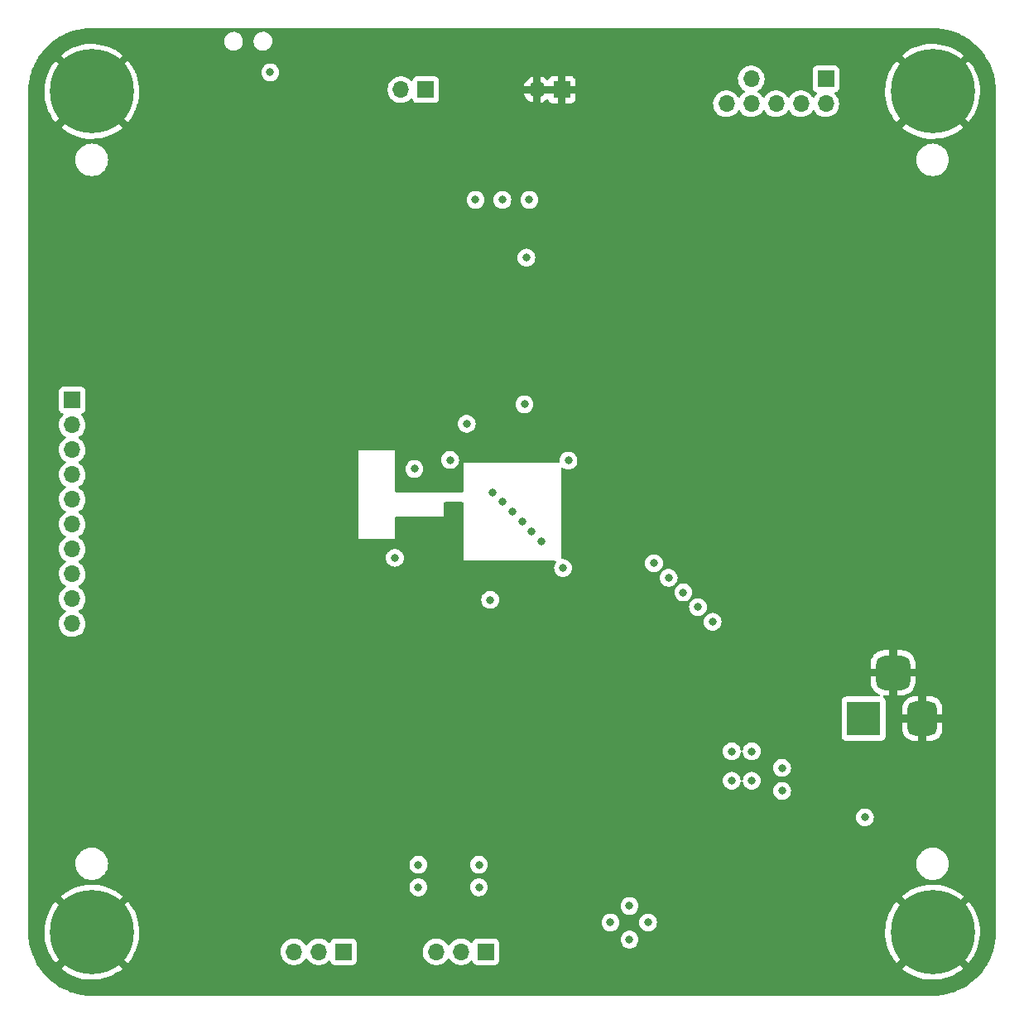
<source format=gbr>
%TF.GenerationSoftware,KiCad,Pcbnew,(6.0.11)*%
%TF.CreationDate,2023-04-03T14:35:14+03:00*%
%TF.ProjectId,STM32Custom,53544d33-3243-4757-9374-6f6d2e6b6963,rev?*%
%TF.SameCoordinates,Original*%
%TF.FileFunction,Copper,L2,Inr*%
%TF.FilePolarity,Positive*%
%FSLAX46Y46*%
G04 Gerber Fmt 4.6, Leading zero omitted, Abs format (unit mm)*
G04 Created by KiCad (PCBNEW (6.0.11)) date 2023-04-03 14:35:14*
%MOMM*%
%LPD*%
G01*
G04 APERTURE LIST*
G04 Aperture macros list*
%AMRoundRect*
0 Rectangle with rounded corners*
0 $1 Rounding radius*
0 $2 $3 $4 $5 $6 $7 $8 $9 X,Y pos of 4 corners*
0 Add a 4 corners polygon primitive as box body*
4,1,4,$2,$3,$4,$5,$6,$7,$8,$9,$2,$3,0*
0 Add four circle primitives for the rounded corners*
1,1,$1+$1,$2,$3*
1,1,$1+$1,$4,$5*
1,1,$1+$1,$6,$7*
1,1,$1+$1,$8,$9*
0 Add four rect primitives between the rounded corners*
20,1,$1+$1,$2,$3,$4,$5,0*
20,1,$1+$1,$4,$5,$6,$7,0*
20,1,$1+$1,$6,$7,$8,$9,0*
20,1,$1+$1,$8,$9,$2,$3,0*%
G04 Aperture macros list end*
%TA.AperFunction,ComponentPad*%
%ADD10R,1.700000X1.700000*%
%TD*%
%TA.AperFunction,ComponentPad*%
%ADD11O,1.700000X1.700000*%
%TD*%
%TA.AperFunction,ComponentPad*%
%ADD12R,3.500000X3.500000*%
%TD*%
%TA.AperFunction,ComponentPad*%
%ADD13RoundRect,0.750000X0.750000X1.000000X-0.750000X1.000000X-0.750000X-1.000000X0.750000X-1.000000X0*%
%TD*%
%TA.AperFunction,ComponentPad*%
%ADD14RoundRect,0.875000X0.875000X0.875000X-0.875000X0.875000X-0.875000X-0.875000X0.875000X-0.875000X0*%
%TD*%
%TA.AperFunction,ComponentPad*%
%ADD15C,0.900000*%
%TD*%
%TA.AperFunction,ComponentPad*%
%ADD16C,8.600000*%
%TD*%
%TA.AperFunction,ViaPad*%
%ADD17C,0.800000*%
%TD*%
G04 APERTURE END LIST*
D10*
%TO.N,GND*%
%TO.C,J8*%
X126555000Y-35820000D03*
D11*
X124015000Y-35820000D03*
%TD*%
D10*
%TO.N,+3V3*%
%TO.C,J7*%
X112645000Y-35820000D03*
D11*
X110105000Y-35820000D03*
%TD*%
D12*
%TO.N,+12V*%
%TO.C,J1*%
X157425000Y-100157500D03*
D13*
%TO.N,GND*%
X163425000Y-100157500D03*
D14*
X160425000Y-95457500D03*
%TD*%
D10*
%TO.N,+3V3*%
%TO.C,J2*%
X153550000Y-34725000D03*
D11*
%TO.N,SWDIO*%
X153550000Y-37265000D03*
%TO.N,GND*%
X151010000Y-34725000D03*
%TO.N,SWCLK*%
X151010000Y-37265000D03*
%TO.N,GND*%
X148470000Y-34725000D03*
%TO.N,SWO*%
X148470000Y-37265000D03*
%TO.N,unconnected-(J2-Pad7)*%
X145930000Y-34725000D03*
%TO.N,unconnected-(J2-Pad8)*%
X145930000Y-37265000D03*
%TO.N,GND*%
X143390000Y-34725000D03*
%TO.N,NRST*%
X143390000Y-37265000D03*
%TD*%
D15*
%TO.N,GND*%
%TO.C,H3*%
X167700000Y-122000000D03*
D16*
X164475000Y-122000000D03*
D15*
X164475000Y-125225000D03*
X162194581Y-124280419D03*
X166755419Y-119719581D03*
X166755419Y-124280419D03*
X161250000Y-122000000D03*
X164475000Y-118775000D03*
X162194581Y-119719581D03*
%TD*%
D10*
%TO.N,+3V3*%
%TO.C,J4*%
X118775000Y-124000000D03*
D11*
%TO.N,I2C2_SDA*%
X116235000Y-124000000D03*
%TO.N,I2C2_SCL*%
X113695000Y-124000000D03*
%TO.N,GND*%
X111155000Y-124000000D03*
%TD*%
D16*
%TO.N,GND*%
%TO.C,H1*%
X78475000Y-122000000D03*
D15*
X80755419Y-119719581D03*
X81700000Y-122000000D03*
X76194581Y-124280419D03*
X78475000Y-125225000D03*
X76194581Y-119719581D03*
X78475000Y-118775000D03*
X80755419Y-124280419D03*
X75250000Y-122000000D03*
%TD*%
%TO.N,GND*%
%TO.C,H2*%
X161250000Y-36000000D03*
X166755419Y-38280419D03*
X164475000Y-32775000D03*
X166755419Y-33719581D03*
D16*
X164475000Y-36000000D03*
D15*
X167700000Y-36000000D03*
X164475000Y-39225000D03*
X162194581Y-38280419D03*
X162194581Y-33719581D03*
%TD*%
%TO.N,GND*%
%TO.C,H4*%
X78475000Y-39225000D03*
X76194581Y-33719581D03*
X78475000Y-32775000D03*
X75250000Y-36000000D03*
X80755419Y-38280419D03*
X81700000Y-36000000D03*
X80755419Y-33719581D03*
D16*
X78475000Y-36000000D03*
D15*
X76194581Y-38280419D03*
%TD*%
D10*
%TO.N,PA9*%
%TO.C,J6*%
X76475000Y-67575000D03*
D11*
%TO.N,PA8*%
X76475000Y-70115000D03*
%TO.N,PC9*%
X76475000Y-72655000D03*
%TO.N,PC8*%
X76475000Y-75195000D03*
%TO.N,PC7*%
X76475000Y-77735000D03*
%TO.N,PC6*%
X76475000Y-80275000D03*
%TO.N,PB15*%
X76475000Y-82815000D03*
%TO.N,PB14*%
X76475000Y-85355000D03*
%TO.N,PB13*%
X76475000Y-87895000D03*
%TO.N,PB12*%
X76475000Y-90435000D03*
%TD*%
D10*
%TO.N,+3V3*%
%TO.C,J3*%
X104220000Y-124000000D03*
D11*
%TO.N,USART2_RX*%
X101680000Y-124000000D03*
%TO.N,USART2_TX*%
X99140000Y-124000000D03*
%TO.N,GND*%
X96600000Y-124000000D03*
%TD*%
D17*
%TO.N,+3V3*%
X116825000Y-70000000D03*
X149075000Y-105200000D03*
X126675000Y-84750000D03*
X122925000Y-53000000D03*
X118075000Y-115100000D03*
X115125000Y-73700000D03*
X119225000Y-88000000D03*
X111475000Y-74600000D03*
X145975000Y-103500000D03*
X123225000Y-47100000D03*
X149075000Y-107550000D03*
X143925000Y-106500000D03*
X133475000Y-119300000D03*
X120475000Y-47100000D03*
X157544000Y-110242000D03*
X127225000Y-73750000D03*
X133475000Y-122750000D03*
X135375000Y-121000000D03*
X111875000Y-115100000D03*
X118075000Y-117400000D03*
X111875000Y-117400000D03*
X96725000Y-34050000D03*
X131525000Y-121000000D03*
X145975000Y-106500000D03*
X109475000Y-83700000D03*
X143925000Y-103500000D03*
X117725000Y-47100000D03*
%TO.N,GND*%
X141025000Y-110950000D03*
X128275000Y-84750000D03*
X141975000Y-105000000D03*
X110475000Y-72150000D03*
X115225000Y-71800000D03*
X150925000Y-101450000D03*
X164275000Y-80700000D03*
X165575000Y-74400000D03*
X158294000Y-111992000D03*
X137775000Y-79550000D03*
X114725000Y-84300000D03*
X127225000Y-72200000D03*
X114175000Y-80250000D03*
X141975000Y-102050000D03*
X109875000Y-73750000D03*
X150925000Y-91800000D03*
X117975000Y-53000000D03*
X130925000Y-72200000D03*
X141025000Y-102050000D03*
X112725000Y-71800000D03*
X162275000Y-80700000D03*
X109875000Y-76150000D03*
X152375000Y-117000000D03*
X142975000Y-121650000D03*
X128275000Y-88450000D03*
X149075000Y-110700000D03*
X150925000Y-99000000D03*
X164575000Y-74400000D03*
X141025000Y-108000000D03*
X141975000Y-110950000D03*
X142975000Y-123650000D03*
X148025000Y-109450000D03*
X154475000Y-74650000D03*
X105325000Y-80700000D03*
X111125000Y-85100000D03*
X119275000Y-69000000D03*
X105325000Y-78350000D03*
X150125000Y-93050000D03*
X92225000Y-34050000D03*
X141975000Y-108000000D03*
X164575000Y-75400000D03*
X117725000Y-87950000D03*
X165575000Y-75400000D03*
X141025000Y-105000000D03*
X158294000Y-114492000D03*
%TO.N,NRST*%
X122725000Y-68000000D03*
X119475000Y-77000000D03*
%TO.N,PB12*%
X141975000Y-90250000D03*
%TO.N,PB13*%
X140475000Y-88750000D03*
%TO.N,PB14*%
X138975000Y-87250000D03*
%TO.N,PB15*%
X137475000Y-85750000D03*
%TO.N,PC6*%
X135975000Y-84250000D03*
%TO.N,PC7*%
X124475000Y-82000000D03*
%TO.N,PC8*%
X123475000Y-81000000D03*
%TO.N,PC9*%
X122475000Y-80000000D03*
%TO.N,PA8*%
X121475000Y-79000000D03*
%TO.N,PA9*%
X120475000Y-78000000D03*
%TD*%
%TA.AperFunction,Conductor*%
%TO.N,GND*%
G36*
X164445018Y-29510000D02*
G01*
X164459851Y-29512310D01*
X164459855Y-29512310D01*
X164468724Y-29513691D01*
X164490504Y-29510843D01*
X164511546Y-29509867D01*
X164724974Y-29517853D01*
X164955398Y-29526476D01*
X164964793Y-29527180D01*
X165437830Y-29580478D01*
X165447148Y-29581883D01*
X165914855Y-29670377D01*
X165924041Y-29672473D01*
X166383857Y-29795681D01*
X166392861Y-29798459D01*
X166842168Y-29955678D01*
X166850908Y-29959108D01*
X167287229Y-30149473D01*
X167295718Y-30153561D01*
X167330936Y-30172174D01*
X167716598Y-30376002D01*
X167724743Y-30380705D01*
X168127813Y-30633971D01*
X168135578Y-30639265D01*
X168518602Y-30921950D01*
X168525947Y-30927807D01*
X168849014Y-31205829D01*
X168886769Y-31238320D01*
X168893676Y-31244729D01*
X169230271Y-31581324D01*
X169236679Y-31588230D01*
X169547193Y-31949053D01*
X169553050Y-31956398D01*
X169835735Y-32339422D01*
X169841029Y-32347187D01*
X169964436Y-32543587D01*
X170094291Y-32750250D01*
X170098998Y-32758402D01*
X170161957Y-32877525D01*
X170321439Y-33179282D01*
X170325525Y-33187768D01*
X170515892Y-33624092D01*
X170519322Y-33632832D01*
X170611974Y-33897617D01*
X170676541Y-34082139D01*
X170679319Y-34091143D01*
X170738066Y-34310390D01*
X170784362Y-34483165D01*
X170802527Y-34550959D01*
X170804623Y-34560143D01*
X170828542Y-34686562D01*
X170893117Y-35027852D01*
X170894522Y-35037170D01*
X170947820Y-35510207D01*
X170948524Y-35519602D01*
X170950207Y-35564570D01*
X170964585Y-35948795D01*
X170964852Y-35955943D01*
X170963439Y-35980045D01*
X170962690Y-35984851D01*
X170962690Y-35984855D01*
X170961309Y-35993724D01*
X170962473Y-36002626D01*
X170962473Y-36002628D01*
X170963222Y-36008357D01*
X170964734Y-36019912D01*
X170965436Y-36025283D01*
X170966500Y-36041621D01*
X170966500Y-121950633D01*
X170965000Y-121970018D01*
X170962690Y-121984851D01*
X170962690Y-121984855D01*
X170961309Y-121993724D01*
X170964157Y-122015504D01*
X170965133Y-122036550D01*
X170948524Y-122480398D01*
X170947820Y-122489793D01*
X170894522Y-122962830D01*
X170893117Y-122972148D01*
X170856731Y-123164457D01*
X170805968Y-123432749D01*
X170804623Y-123439855D01*
X170802527Y-123449041D01*
X170679319Y-123908857D01*
X170676541Y-123917861D01*
X170537918Y-124314025D01*
X170519326Y-124367157D01*
X170515892Y-124375908D01*
X170326940Y-124808990D01*
X170325527Y-124812229D01*
X170321439Y-124820718D01*
X170254572Y-124947238D01*
X170136366Y-125170896D01*
X170099003Y-125241590D01*
X170094295Y-125249743D01*
X169841029Y-125652813D01*
X169835735Y-125660578D01*
X169553050Y-126043602D01*
X169547193Y-126050947D01*
X169252046Y-126393913D01*
X169236680Y-126411769D01*
X169230271Y-126418676D01*
X168893676Y-126755271D01*
X168886770Y-126761679D01*
X168525947Y-127072193D01*
X168518602Y-127078050D01*
X168135578Y-127360735D01*
X168127813Y-127366029D01*
X167724743Y-127619295D01*
X167716598Y-127623998D01*
X167489185Y-127744189D01*
X167295718Y-127846439D01*
X167287232Y-127850525D01*
X166850908Y-128040892D01*
X166842168Y-128044322D01*
X166575031Y-128137797D01*
X166392861Y-128201541D01*
X166383857Y-128204319D01*
X165924041Y-128327527D01*
X165914855Y-128329623D01*
X165447148Y-128418117D01*
X165437830Y-128419522D01*
X164964793Y-128472820D01*
X164955398Y-128473524D01*
X164772451Y-128480370D01*
X164519052Y-128489852D01*
X164494955Y-128488439D01*
X164490149Y-128487690D01*
X164490145Y-128487690D01*
X164481276Y-128486309D01*
X164472374Y-128487473D01*
X164472372Y-128487473D01*
X164457323Y-128489441D01*
X164449714Y-128490436D01*
X164433379Y-128491500D01*
X78524367Y-128491500D01*
X78504982Y-128490000D01*
X78490149Y-128487690D01*
X78490145Y-128487690D01*
X78481276Y-128486309D01*
X78459496Y-128489157D01*
X78438454Y-128490133D01*
X78225026Y-128482147D01*
X77994602Y-128473524D01*
X77985207Y-128472820D01*
X77512170Y-128419522D01*
X77502852Y-128418117D01*
X77035145Y-128329623D01*
X77025959Y-128327527D01*
X76566143Y-128204319D01*
X76557139Y-128201541D01*
X76374969Y-128137797D01*
X76107832Y-128044322D01*
X76099092Y-128040892D01*
X75662768Y-127850525D01*
X75654282Y-127846439D01*
X75460815Y-127744189D01*
X75233402Y-127623998D01*
X75225257Y-127619295D01*
X74822187Y-127366029D01*
X74814422Y-127360735D01*
X74431398Y-127078050D01*
X74424053Y-127072193D01*
X74063230Y-126761679D01*
X74056324Y-126755271D01*
X73719729Y-126418676D01*
X73713320Y-126411769D01*
X73697954Y-126393913D01*
X73402807Y-126050947D01*
X73396950Y-126043602D01*
X73145905Y-125703449D01*
X75343022Y-125703449D01*
X75350955Y-125714267D01*
X75660447Y-125955633D01*
X75665004Y-125958872D01*
X76023236Y-126190180D01*
X76028038Y-126192986D01*
X76405415Y-126391533D01*
X76410473Y-126393913D01*
X76803986Y-126558120D01*
X76809241Y-126560043D01*
X77215794Y-126688619D01*
X77221193Y-126690066D01*
X77637567Y-126781992D01*
X77643078Y-126782954D01*
X78065983Y-126837505D01*
X78071546Y-126837972D01*
X78497625Y-126854712D01*
X78503217Y-126854683D01*
X78929081Y-126833483D01*
X78934664Y-126832955D01*
X79356966Y-126773979D01*
X79362453Y-126772962D01*
X79777849Y-126676679D01*
X79783235Y-126675175D01*
X80188428Y-126542347D01*
X80193645Y-126540375D01*
X80585425Y-126372054D01*
X80590468Y-126369616D01*
X80965722Y-126167139D01*
X80970526Y-126164264D01*
X81326275Y-125929245D01*
X81330838Y-125925930D01*
X81597385Y-125713529D01*
X81604466Y-125703449D01*
X161343022Y-125703449D01*
X161350955Y-125714267D01*
X161660447Y-125955633D01*
X161665004Y-125958872D01*
X162023236Y-126190180D01*
X162028038Y-126192986D01*
X162405415Y-126391533D01*
X162410473Y-126393913D01*
X162803986Y-126558120D01*
X162809241Y-126560043D01*
X163215794Y-126688619D01*
X163221193Y-126690066D01*
X163637567Y-126781992D01*
X163643078Y-126782954D01*
X164065983Y-126837505D01*
X164071546Y-126837972D01*
X164497625Y-126854712D01*
X164503217Y-126854683D01*
X164929081Y-126833483D01*
X164934664Y-126832955D01*
X165356966Y-126773979D01*
X165362453Y-126772962D01*
X165777849Y-126676679D01*
X165783235Y-126675175D01*
X166188428Y-126542347D01*
X166193645Y-126540375D01*
X166585425Y-126372054D01*
X166590468Y-126369616D01*
X166965722Y-126167139D01*
X166970526Y-126164264D01*
X167326275Y-125929245D01*
X167330838Y-125925930D01*
X167597385Y-125713529D01*
X167605855Y-125701472D01*
X167599428Y-125690114D01*
X165737185Y-123827871D01*
X164487812Y-122578497D01*
X164473868Y-122570883D01*
X164472035Y-122571014D01*
X164465420Y-122575265D01*
X163212815Y-123827871D01*
X161349982Y-125690704D01*
X161343022Y-125703449D01*
X81604466Y-125703449D01*
X81605855Y-125701472D01*
X81599428Y-125690114D01*
X79737185Y-123827871D01*
X78487812Y-122578497D01*
X78473868Y-122570883D01*
X78472035Y-122571014D01*
X78465420Y-122575265D01*
X77212815Y-123827871D01*
X75349982Y-125690704D01*
X75343022Y-125703449D01*
X73145905Y-125703449D01*
X73114265Y-125660578D01*
X73108971Y-125652813D01*
X72855705Y-125249743D01*
X72850997Y-125241590D01*
X72813635Y-125170896D01*
X72695428Y-124947238D01*
X72628561Y-124820718D01*
X72624473Y-124812229D01*
X72623060Y-124808990D01*
X72434108Y-124375908D01*
X72430674Y-124367157D01*
X72412083Y-124314025D01*
X72273459Y-123917861D01*
X72270681Y-123908857D01*
X72147473Y-123449041D01*
X72145377Y-123439855D01*
X72144033Y-123432749D01*
X72093269Y-123164457D01*
X72056883Y-122972148D01*
X72055478Y-122962830D01*
X72002180Y-122489793D01*
X72001476Y-122480398D01*
X71994277Y-122288010D01*
X71985290Y-122047838D01*
X71986949Y-122022222D01*
X71987769Y-122017349D01*
X71988576Y-122012552D01*
X71988729Y-122000000D01*
X71984773Y-121972376D01*
X71983500Y-121954514D01*
X71983500Y-121875725D01*
X73621827Y-121875725D01*
X73629640Y-122302050D01*
X73629990Y-122307616D01*
X73675672Y-122731567D01*
X73676519Y-122737105D01*
X73759706Y-123155314D01*
X73761035Y-123160726D01*
X73881076Y-123569907D01*
X73882882Y-123575182D01*
X74038811Y-123972048D01*
X74041093Y-123977172D01*
X74231680Y-124358597D01*
X74234404Y-124363490D01*
X74458144Y-124726464D01*
X74461295Y-124731100D01*
X74716411Y-125072743D01*
X74719971Y-125077092D01*
X74760920Y-125122810D01*
X74774418Y-125131175D01*
X74783828Y-125125486D01*
X76647129Y-123262185D01*
X77896505Y-122012810D01*
X77902882Y-122001131D01*
X79045883Y-122001131D01*
X79046014Y-122002966D01*
X79050265Y-122009580D01*
X80302871Y-123262185D01*
X82163377Y-125122691D01*
X82177138Y-125130206D01*
X82186498Y-125123748D01*
X82262051Y-125037595D01*
X82265556Y-125033222D01*
X82517091Y-124688912D01*
X82520186Y-124684253D01*
X82740109Y-124318964D01*
X82742790Y-124314025D01*
X82911819Y-123966695D01*
X97777251Y-123966695D01*
X97777548Y-123971848D01*
X97777548Y-123971851D01*
X97777855Y-123977172D01*
X97790110Y-124189715D01*
X97791247Y-124194761D01*
X97791248Y-124194767D01*
X97815304Y-124301508D01*
X97839222Y-124407639D01*
X97923266Y-124614616D01*
X97974942Y-124698944D01*
X98037291Y-124800688D01*
X98039987Y-124805088D01*
X98186250Y-124973938D01*
X98358126Y-125116632D01*
X98551000Y-125229338D01*
X98555825Y-125231180D01*
X98555826Y-125231181D01*
X98628612Y-125258975D01*
X98759692Y-125309030D01*
X98764760Y-125310061D01*
X98764763Y-125310062D01*
X98872017Y-125331883D01*
X98978597Y-125353567D01*
X98983772Y-125353757D01*
X98983774Y-125353757D01*
X99196673Y-125361564D01*
X99196677Y-125361564D01*
X99201837Y-125361753D01*
X99206957Y-125361097D01*
X99206959Y-125361097D01*
X99418288Y-125334025D01*
X99418289Y-125334025D01*
X99423416Y-125333368D01*
X99428366Y-125331883D01*
X99632429Y-125270661D01*
X99632434Y-125270659D01*
X99637384Y-125269174D01*
X99837994Y-125170896D01*
X100019860Y-125041173D01*
X100178096Y-124883489D01*
X100237594Y-124800689D01*
X100308453Y-124702077D01*
X100309776Y-124703028D01*
X100356645Y-124659857D01*
X100426580Y-124647625D01*
X100492026Y-124675144D01*
X100519875Y-124706994D01*
X100579987Y-124805088D01*
X100726250Y-124973938D01*
X100898126Y-125116632D01*
X101091000Y-125229338D01*
X101095825Y-125231180D01*
X101095826Y-125231181D01*
X101168612Y-125258975D01*
X101299692Y-125309030D01*
X101304760Y-125310061D01*
X101304763Y-125310062D01*
X101412017Y-125331883D01*
X101518597Y-125353567D01*
X101523772Y-125353757D01*
X101523774Y-125353757D01*
X101736673Y-125361564D01*
X101736677Y-125361564D01*
X101741837Y-125361753D01*
X101746957Y-125361097D01*
X101746959Y-125361097D01*
X101958288Y-125334025D01*
X101958289Y-125334025D01*
X101963416Y-125333368D01*
X101968366Y-125331883D01*
X102172429Y-125270661D01*
X102172434Y-125270659D01*
X102177384Y-125269174D01*
X102377994Y-125170896D01*
X102559860Y-125041173D01*
X102668091Y-124933319D01*
X102730462Y-124899404D01*
X102801268Y-124904592D01*
X102858030Y-124947238D01*
X102875012Y-124978341D01*
X102919385Y-125096705D01*
X103006739Y-125213261D01*
X103123295Y-125300615D01*
X103259684Y-125351745D01*
X103321866Y-125358500D01*
X105118134Y-125358500D01*
X105180316Y-125351745D01*
X105316705Y-125300615D01*
X105433261Y-125213261D01*
X105520615Y-125096705D01*
X105571745Y-124960316D01*
X105578500Y-124898134D01*
X105578500Y-123966695D01*
X112332251Y-123966695D01*
X112332548Y-123971848D01*
X112332548Y-123971851D01*
X112332855Y-123977172D01*
X112345110Y-124189715D01*
X112346247Y-124194761D01*
X112346248Y-124194767D01*
X112370304Y-124301508D01*
X112394222Y-124407639D01*
X112478266Y-124614616D01*
X112529942Y-124698944D01*
X112592291Y-124800688D01*
X112594987Y-124805088D01*
X112741250Y-124973938D01*
X112913126Y-125116632D01*
X113106000Y-125229338D01*
X113110825Y-125231180D01*
X113110826Y-125231181D01*
X113183612Y-125258975D01*
X113314692Y-125309030D01*
X113319760Y-125310061D01*
X113319763Y-125310062D01*
X113427017Y-125331883D01*
X113533597Y-125353567D01*
X113538772Y-125353757D01*
X113538774Y-125353757D01*
X113751673Y-125361564D01*
X113751677Y-125361564D01*
X113756837Y-125361753D01*
X113761957Y-125361097D01*
X113761959Y-125361097D01*
X113973288Y-125334025D01*
X113973289Y-125334025D01*
X113978416Y-125333368D01*
X113983366Y-125331883D01*
X114187429Y-125270661D01*
X114187434Y-125270659D01*
X114192384Y-125269174D01*
X114392994Y-125170896D01*
X114574860Y-125041173D01*
X114733096Y-124883489D01*
X114792594Y-124800689D01*
X114863453Y-124702077D01*
X114864776Y-124703028D01*
X114911645Y-124659857D01*
X114981580Y-124647625D01*
X115047026Y-124675144D01*
X115074875Y-124706994D01*
X115134987Y-124805088D01*
X115281250Y-124973938D01*
X115453126Y-125116632D01*
X115646000Y-125229338D01*
X115650825Y-125231180D01*
X115650826Y-125231181D01*
X115723612Y-125258975D01*
X115854692Y-125309030D01*
X115859760Y-125310061D01*
X115859763Y-125310062D01*
X115967017Y-125331883D01*
X116073597Y-125353567D01*
X116078772Y-125353757D01*
X116078774Y-125353757D01*
X116291673Y-125361564D01*
X116291677Y-125361564D01*
X116296837Y-125361753D01*
X116301957Y-125361097D01*
X116301959Y-125361097D01*
X116513288Y-125334025D01*
X116513289Y-125334025D01*
X116518416Y-125333368D01*
X116523366Y-125331883D01*
X116727429Y-125270661D01*
X116727434Y-125270659D01*
X116732384Y-125269174D01*
X116932994Y-125170896D01*
X117114860Y-125041173D01*
X117223091Y-124933319D01*
X117285462Y-124899404D01*
X117356268Y-124904592D01*
X117413030Y-124947238D01*
X117430012Y-124978341D01*
X117474385Y-125096705D01*
X117561739Y-125213261D01*
X117678295Y-125300615D01*
X117814684Y-125351745D01*
X117876866Y-125358500D01*
X119673134Y-125358500D01*
X119735316Y-125351745D01*
X119871705Y-125300615D01*
X119988261Y-125213261D01*
X120075615Y-125096705D01*
X120126745Y-124960316D01*
X120133500Y-124898134D01*
X120133500Y-123101866D01*
X120126745Y-123039684D01*
X120075615Y-122903295D01*
X119988261Y-122786739D01*
X119939240Y-122750000D01*
X132561496Y-122750000D01*
X132562186Y-122756565D01*
X132573541Y-122864598D01*
X132581458Y-122939928D01*
X132640473Y-123121556D01*
X132735960Y-123286944D01*
X132740378Y-123291851D01*
X132740379Y-123291852D01*
X132795250Y-123352792D01*
X132863747Y-123428866D01*
X132962843Y-123500864D01*
X133008860Y-123534297D01*
X133018248Y-123541118D01*
X133024276Y-123543802D01*
X133024278Y-123543803D01*
X133082909Y-123569907D01*
X133192712Y-123618794D01*
X133286112Y-123638647D01*
X133373056Y-123657128D01*
X133373061Y-123657128D01*
X133379513Y-123658500D01*
X133570487Y-123658500D01*
X133576939Y-123657128D01*
X133576944Y-123657128D01*
X133663888Y-123638647D01*
X133757288Y-123618794D01*
X133867091Y-123569907D01*
X133925722Y-123543803D01*
X133925724Y-123543802D01*
X133931752Y-123541118D01*
X133941141Y-123534297D01*
X133987157Y-123500864D01*
X134086253Y-123428866D01*
X134154750Y-123352792D01*
X134209621Y-123291852D01*
X134209622Y-123291851D01*
X134214040Y-123286944D01*
X134309527Y-123121556D01*
X134368542Y-122939928D01*
X134376460Y-122864598D01*
X134387814Y-122756565D01*
X134388504Y-122750000D01*
X134380680Y-122675562D01*
X134369232Y-122566635D01*
X134369232Y-122566633D01*
X134368542Y-122560072D01*
X134309527Y-122378444D01*
X134214040Y-122213056D01*
X134086253Y-122071134D01*
X133975160Y-121990420D01*
X133937094Y-121962763D01*
X133937093Y-121962762D01*
X133931752Y-121958882D01*
X133925724Y-121956198D01*
X133925722Y-121956197D01*
X133763319Y-121883891D01*
X133763318Y-121883891D01*
X133757288Y-121881206D01*
X133663888Y-121861353D01*
X133576944Y-121842872D01*
X133576939Y-121842872D01*
X133570487Y-121841500D01*
X133379513Y-121841500D01*
X133373061Y-121842872D01*
X133373056Y-121842872D01*
X133286112Y-121861353D01*
X133192712Y-121881206D01*
X133186682Y-121883891D01*
X133186681Y-121883891D01*
X133024278Y-121956197D01*
X133024276Y-121956198D01*
X133018248Y-121958882D01*
X133012907Y-121962762D01*
X133012906Y-121962763D01*
X132974840Y-121990420D01*
X132863747Y-122071134D01*
X132735960Y-122213056D01*
X132640473Y-122378444D01*
X132581458Y-122560072D01*
X132580768Y-122566633D01*
X132580768Y-122566635D01*
X132569320Y-122675562D01*
X132561496Y-122750000D01*
X119939240Y-122750000D01*
X119871705Y-122699385D01*
X119735316Y-122648255D01*
X119673134Y-122641500D01*
X117876866Y-122641500D01*
X117814684Y-122648255D01*
X117678295Y-122699385D01*
X117561739Y-122786739D01*
X117474385Y-122903295D01*
X117471233Y-122911703D01*
X117429919Y-123021907D01*
X117387277Y-123078671D01*
X117320716Y-123103371D01*
X117251367Y-123088163D01*
X117218743Y-123062476D01*
X117168151Y-123006875D01*
X117168142Y-123006866D01*
X117164670Y-123003051D01*
X117160619Y-122999852D01*
X117160615Y-122999848D01*
X116993414Y-122867800D01*
X116993410Y-122867798D01*
X116989359Y-122864598D01*
X116793789Y-122756638D01*
X116788920Y-122754914D01*
X116788916Y-122754912D01*
X116588087Y-122683795D01*
X116588083Y-122683794D01*
X116583212Y-122682069D01*
X116578119Y-122681162D01*
X116578116Y-122681161D01*
X116368373Y-122643800D01*
X116368367Y-122643799D01*
X116363284Y-122642894D01*
X116289452Y-122641992D01*
X116145081Y-122640228D01*
X116145079Y-122640228D01*
X116139911Y-122640165D01*
X115919091Y-122673955D01*
X115706756Y-122743357D01*
X115508607Y-122846507D01*
X115504474Y-122849610D01*
X115504471Y-122849612D01*
X115334100Y-122977530D01*
X115329965Y-122980635D01*
X115290525Y-123021907D01*
X115189829Y-123127279D01*
X115175629Y-123142138D01*
X115068201Y-123299621D01*
X115013293Y-123344621D01*
X114942768Y-123352792D01*
X114879021Y-123321538D01*
X114858324Y-123297054D01*
X114777822Y-123172617D01*
X114777820Y-123172614D01*
X114775014Y-123168277D01*
X114624670Y-123003051D01*
X114620619Y-122999852D01*
X114620615Y-122999848D01*
X114453414Y-122867800D01*
X114453410Y-122867798D01*
X114449359Y-122864598D01*
X114253789Y-122756638D01*
X114248920Y-122754914D01*
X114248916Y-122754912D01*
X114048087Y-122683795D01*
X114048083Y-122683794D01*
X114043212Y-122682069D01*
X114038119Y-122681162D01*
X114038116Y-122681161D01*
X113828373Y-122643800D01*
X113828367Y-122643799D01*
X113823284Y-122642894D01*
X113749452Y-122641992D01*
X113605081Y-122640228D01*
X113605079Y-122640228D01*
X113599911Y-122640165D01*
X113379091Y-122673955D01*
X113166756Y-122743357D01*
X112968607Y-122846507D01*
X112964474Y-122849610D01*
X112964471Y-122849612D01*
X112794100Y-122977530D01*
X112789965Y-122980635D01*
X112750525Y-123021907D01*
X112649829Y-123127279D01*
X112635629Y-123142138D01*
X112632720Y-123146403D01*
X112632714Y-123146411D01*
X112547556Y-123271249D01*
X112509743Y-123326680D01*
X112464590Y-123423955D01*
X112419217Y-123521703D01*
X112415688Y-123529305D01*
X112355989Y-123744570D01*
X112332251Y-123966695D01*
X105578500Y-123966695D01*
X105578500Y-123101866D01*
X105571745Y-123039684D01*
X105520615Y-122903295D01*
X105433261Y-122786739D01*
X105316705Y-122699385D01*
X105180316Y-122648255D01*
X105118134Y-122641500D01*
X103321866Y-122641500D01*
X103259684Y-122648255D01*
X103123295Y-122699385D01*
X103006739Y-122786739D01*
X102919385Y-122903295D01*
X102916233Y-122911703D01*
X102874919Y-123021907D01*
X102832277Y-123078671D01*
X102765716Y-123103371D01*
X102696367Y-123088163D01*
X102663743Y-123062476D01*
X102613151Y-123006875D01*
X102613142Y-123006866D01*
X102609670Y-123003051D01*
X102605619Y-122999852D01*
X102605615Y-122999848D01*
X102438414Y-122867800D01*
X102438410Y-122867798D01*
X102434359Y-122864598D01*
X102238789Y-122756638D01*
X102233920Y-122754914D01*
X102233916Y-122754912D01*
X102033087Y-122683795D01*
X102033083Y-122683794D01*
X102028212Y-122682069D01*
X102023119Y-122681162D01*
X102023116Y-122681161D01*
X101813373Y-122643800D01*
X101813367Y-122643799D01*
X101808284Y-122642894D01*
X101734452Y-122641992D01*
X101590081Y-122640228D01*
X101590079Y-122640228D01*
X101584911Y-122640165D01*
X101364091Y-122673955D01*
X101151756Y-122743357D01*
X100953607Y-122846507D01*
X100949474Y-122849610D01*
X100949471Y-122849612D01*
X100779100Y-122977530D01*
X100774965Y-122980635D01*
X100735525Y-123021907D01*
X100634829Y-123127279D01*
X100620629Y-123142138D01*
X100513201Y-123299621D01*
X100458293Y-123344621D01*
X100387768Y-123352792D01*
X100324021Y-123321538D01*
X100303324Y-123297054D01*
X100222822Y-123172617D01*
X100222820Y-123172614D01*
X100220014Y-123168277D01*
X100069670Y-123003051D01*
X100065619Y-122999852D01*
X100065615Y-122999848D01*
X99898414Y-122867800D01*
X99898410Y-122867798D01*
X99894359Y-122864598D01*
X99698789Y-122756638D01*
X99693920Y-122754914D01*
X99693916Y-122754912D01*
X99493087Y-122683795D01*
X99493083Y-122683794D01*
X99488212Y-122682069D01*
X99483119Y-122681162D01*
X99483116Y-122681161D01*
X99273373Y-122643800D01*
X99273367Y-122643799D01*
X99268284Y-122642894D01*
X99194452Y-122641992D01*
X99050081Y-122640228D01*
X99050079Y-122640228D01*
X99044911Y-122640165D01*
X98824091Y-122673955D01*
X98611756Y-122743357D01*
X98413607Y-122846507D01*
X98409474Y-122849610D01*
X98409471Y-122849612D01*
X98239100Y-122977530D01*
X98234965Y-122980635D01*
X98195525Y-123021907D01*
X98094829Y-123127279D01*
X98080629Y-123142138D01*
X98077720Y-123146403D01*
X98077714Y-123146411D01*
X97992556Y-123271249D01*
X97954743Y-123326680D01*
X97909590Y-123423955D01*
X97864217Y-123521703D01*
X97860688Y-123529305D01*
X97800989Y-123744570D01*
X97777251Y-123966695D01*
X82911819Y-123966695D01*
X82929364Y-123930643D01*
X82931599Y-123925477D01*
X83083359Y-123527015D01*
X83085115Y-123521703D01*
X83200858Y-123111311D01*
X83202134Y-123105875D01*
X83280939Y-122686807D01*
X83281726Y-122681270D01*
X83323021Y-122256302D01*
X83323294Y-122251865D01*
X83329831Y-122002234D01*
X83329789Y-121997762D01*
X83310794Y-121571236D01*
X83310296Y-121565649D01*
X83253533Y-121143054D01*
X83252540Y-121137531D01*
X83221420Y-121000000D01*
X130611496Y-121000000D01*
X130631458Y-121189928D01*
X130690473Y-121371556D01*
X130785960Y-121536944D01*
X130790378Y-121541851D01*
X130790379Y-121541852D01*
X130909325Y-121673955D01*
X130913747Y-121678866D01*
X131068248Y-121791118D01*
X131074276Y-121793802D01*
X131074278Y-121793803D01*
X131181408Y-121841500D01*
X131242712Y-121868794D01*
X131336112Y-121888647D01*
X131423056Y-121907128D01*
X131423061Y-121907128D01*
X131429513Y-121908500D01*
X131620487Y-121908500D01*
X131626939Y-121907128D01*
X131626944Y-121907128D01*
X131713888Y-121888647D01*
X131807288Y-121868794D01*
X131868592Y-121841500D01*
X131975722Y-121793803D01*
X131975724Y-121793802D01*
X131981752Y-121791118D01*
X132136253Y-121678866D01*
X132140675Y-121673955D01*
X132259621Y-121541852D01*
X132259622Y-121541851D01*
X132264040Y-121536944D01*
X132359527Y-121371556D01*
X132418542Y-121189928D01*
X132438504Y-121000000D01*
X134461496Y-121000000D01*
X134481458Y-121189928D01*
X134540473Y-121371556D01*
X134635960Y-121536944D01*
X134640378Y-121541851D01*
X134640379Y-121541852D01*
X134759325Y-121673955D01*
X134763747Y-121678866D01*
X134918248Y-121791118D01*
X134924276Y-121793802D01*
X134924278Y-121793803D01*
X135031408Y-121841500D01*
X135092712Y-121868794D01*
X135186112Y-121888647D01*
X135273056Y-121907128D01*
X135273061Y-121907128D01*
X135279513Y-121908500D01*
X135470487Y-121908500D01*
X135476939Y-121907128D01*
X135476944Y-121907128D01*
X135563888Y-121888647D01*
X135624681Y-121875725D01*
X159621827Y-121875725D01*
X159629640Y-122302050D01*
X159629990Y-122307616D01*
X159675672Y-122731567D01*
X159676519Y-122737105D01*
X159759706Y-123155314D01*
X159761035Y-123160726D01*
X159881076Y-123569907D01*
X159882882Y-123575182D01*
X160038811Y-123972048D01*
X160041093Y-123977172D01*
X160231680Y-124358597D01*
X160234404Y-124363490D01*
X160458144Y-124726464D01*
X160461295Y-124731100D01*
X160716411Y-125072743D01*
X160719971Y-125077092D01*
X160760920Y-125122810D01*
X160774418Y-125131175D01*
X160783828Y-125125486D01*
X162647129Y-123262185D01*
X163896505Y-122012810D01*
X163902882Y-122001131D01*
X165045883Y-122001131D01*
X165046014Y-122002966D01*
X165050265Y-122009580D01*
X166302871Y-123262185D01*
X168163377Y-125122691D01*
X168177138Y-125130206D01*
X168186498Y-125123748D01*
X168262051Y-125037595D01*
X168265556Y-125033222D01*
X168517091Y-124688912D01*
X168520186Y-124684253D01*
X168740109Y-124318964D01*
X168742790Y-124314025D01*
X168929364Y-123930643D01*
X168931599Y-123925477D01*
X169083359Y-123527015D01*
X169085115Y-123521703D01*
X169200858Y-123111311D01*
X169202134Y-123105875D01*
X169280939Y-122686807D01*
X169281726Y-122681270D01*
X169323021Y-122256302D01*
X169323294Y-122251865D01*
X169329831Y-122002234D01*
X169329789Y-121997762D01*
X169310794Y-121571236D01*
X169310296Y-121565649D01*
X169253533Y-121143054D01*
X169252540Y-121137531D01*
X169158436Y-120721654D01*
X169156963Y-120716267D01*
X169026259Y-120310390D01*
X169024304Y-120305132D01*
X168858049Y-119912508D01*
X168855630Y-119907437D01*
X168655124Y-119531133D01*
X168652273Y-119526311D01*
X168419116Y-119169331D01*
X168415834Y-119164763D01*
X168189046Y-118877084D01*
X168177121Y-118868613D01*
X168165587Y-118875099D01*
X166302871Y-120737815D01*
X165053495Y-121987190D01*
X165045883Y-122001131D01*
X163902882Y-122001131D01*
X163904117Y-121998869D01*
X163903986Y-121997034D01*
X163899735Y-121990420D01*
X162647129Y-120737815D01*
X160786985Y-118877671D01*
X160773677Y-118870404D01*
X160763639Y-118877525D01*
X160609735Y-119062574D01*
X160606340Y-119067047D01*
X160363912Y-119417811D01*
X160360933Y-119422561D01*
X160150645Y-119793488D01*
X160148101Y-119798480D01*
X159971620Y-120186631D01*
X159969529Y-120191830D01*
X159828249Y-120594139D01*
X159826628Y-120599508D01*
X159721673Y-121012769D01*
X159720537Y-121018256D01*
X159652731Y-121439226D01*
X159652087Y-121444796D01*
X159621974Y-121870104D01*
X159621827Y-121875725D01*
X135624681Y-121875725D01*
X135657288Y-121868794D01*
X135718592Y-121841500D01*
X135825722Y-121793803D01*
X135825724Y-121793802D01*
X135831752Y-121791118D01*
X135986253Y-121678866D01*
X135990675Y-121673955D01*
X136109621Y-121541852D01*
X136109622Y-121541851D01*
X136114040Y-121536944D01*
X136209527Y-121371556D01*
X136268542Y-121189928D01*
X136288504Y-121000000D01*
X136268542Y-120810072D01*
X136209527Y-120628444D01*
X136114040Y-120463056D01*
X135986253Y-120321134D01*
X135831752Y-120208882D01*
X135825724Y-120206198D01*
X135825722Y-120206197D01*
X135663319Y-120133891D01*
X135663318Y-120133891D01*
X135657288Y-120131206D01*
X135563887Y-120111353D01*
X135476944Y-120092872D01*
X135476939Y-120092872D01*
X135470487Y-120091500D01*
X135279513Y-120091500D01*
X135273061Y-120092872D01*
X135273056Y-120092872D01*
X135186113Y-120111353D01*
X135092712Y-120131206D01*
X135086682Y-120133891D01*
X135086681Y-120133891D01*
X134924278Y-120206197D01*
X134924276Y-120206198D01*
X134918248Y-120208882D01*
X134763747Y-120321134D01*
X134635960Y-120463056D01*
X134540473Y-120628444D01*
X134481458Y-120810072D01*
X134461496Y-121000000D01*
X132438504Y-121000000D01*
X132418542Y-120810072D01*
X132359527Y-120628444D01*
X132264040Y-120463056D01*
X132136253Y-120321134D01*
X131981752Y-120208882D01*
X131975724Y-120206198D01*
X131975722Y-120206197D01*
X131813319Y-120133891D01*
X131813318Y-120133891D01*
X131807288Y-120131206D01*
X131713887Y-120111353D01*
X131626944Y-120092872D01*
X131626939Y-120092872D01*
X131620487Y-120091500D01*
X131429513Y-120091500D01*
X131423061Y-120092872D01*
X131423056Y-120092872D01*
X131336113Y-120111353D01*
X131242712Y-120131206D01*
X131236682Y-120133891D01*
X131236681Y-120133891D01*
X131074278Y-120206197D01*
X131074276Y-120206198D01*
X131068248Y-120208882D01*
X130913747Y-120321134D01*
X130785960Y-120463056D01*
X130690473Y-120628444D01*
X130631458Y-120810072D01*
X130611496Y-121000000D01*
X83221420Y-121000000D01*
X83158436Y-120721654D01*
X83156963Y-120716267D01*
X83026259Y-120310390D01*
X83024304Y-120305132D01*
X82858049Y-119912508D01*
X82855630Y-119907437D01*
X82655124Y-119531133D01*
X82652273Y-119526311D01*
X82504461Y-119300000D01*
X132561496Y-119300000D01*
X132562186Y-119306565D01*
X132574378Y-119422561D01*
X132581458Y-119489928D01*
X132640473Y-119671556D01*
X132735960Y-119836944D01*
X132863747Y-119978866D01*
X133018248Y-120091118D01*
X133024276Y-120093802D01*
X133024278Y-120093803D01*
X133114318Y-120133891D01*
X133192712Y-120168794D01*
X133276628Y-120186631D01*
X133373056Y-120207128D01*
X133373061Y-120207128D01*
X133379513Y-120208500D01*
X133570487Y-120208500D01*
X133576939Y-120207128D01*
X133576944Y-120207128D01*
X133673372Y-120186631D01*
X133757288Y-120168794D01*
X133835682Y-120133891D01*
X133925722Y-120093803D01*
X133925724Y-120093802D01*
X133931752Y-120091118D01*
X134086253Y-119978866D01*
X134214040Y-119836944D01*
X134309527Y-119671556D01*
X134368542Y-119489928D01*
X134375623Y-119422561D01*
X134387814Y-119306565D01*
X134388504Y-119300000D01*
X134368542Y-119110072D01*
X134309527Y-118928444D01*
X134274984Y-118868613D01*
X134217341Y-118768774D01*
X134214040Y-118763056D01*
X134086253Y-118621134D01*
X133931752Y-118508882D01*
X133925724Y-118506198D01*
X133925722Y-118506197D01*
X133763319Y-118433891D01*
X133763318Y-118433891D01*
X133757288Y-118431206D01*
X133663887Y-118411353D01*
X133576944Y-118392872D01*
X133576939Y-118392872D01*
X133570487Y-118391500D01*
X133379513Y-118391500D01*
X133373061Y-118392872D01*
X133373056Y-118392872D01*
X133286113Y-118411353D01*
X133192712Y-118431206D01*
X133186682Y-118433891D01*
X133186681Y-118433891D01*
X133024278Y-118506197D01*
X133024276Y-118506198D01*
X133018248Y-118508882D01*
X132863747Y-118621134D01*
X132735960Y-118763056D01*
X132732659Y-118768774D01*
X132675017Y-118868613D01*
X132640473Y-118928444D01*
X132581458Y-119110072D01*
X132561496Y-119300000D01*
X82504461Y-119300000D01*
X82419116Y-119169331D01*
X82415834Y-119164763D01*
X82189046Y-118877084D01*
X82177121Y-118868613D01*
X82165587Y-118875099D01*
X80302871Y-120737815D01*
X79053495Y-121987190D01*
X79045883Y-122001131D01*
X77902882Y-122001131D01*
X77904117Y-121998869D01*
X77903986Y-121997034D01*
X77899735Y-121990420D01*
X76647129Y-120737815D01*
X74786985Y-118877671D01*
X74773677Y-118870404D01*
X74763639Y-118877525D01*
X74609735Y-119062574D01*
X74606340Y-119067047D01*
X74363912Y-119417811D01*
X74360933Y-119422561D01*
X74150645Y-119793488D01*
X74148101Y-119798480D01*
X73971620Y-120186631D01*
X73969529Y-120191830D01*
X73828249Y-120594139D01*
X73826628Y-120599508D01*
X73721673Y-121012769D01*
X73720537Y-121018256D01*
X73652731Y-121439226D01*
X73652087Y-121444796D01*
X73621974Y-121870104D01*
X73621827Y-121875725D01*
X71983500Y-121875725D01*
X71983500Y-118300348D01*
X75345399Y-118300348D01*
X75351508Y-118310822D01*
X77212815Y-120172129D01*
X78462190Y-121421505D01*
X78476131Y-121429117D01*
X78477966Y-121428986D01*
X78484580Y-121424735D01*
X79737185Y-120172129D01*
X81598045Y-118311269D01*
X81605608Y-118297419D01*
X81599282Y-118288198D01*
X81532380Y-118228904D01*
X81528021Y-118225374D01*
X81185050Y-117972051D01*
X81180397Y-117968924D01*
X80816250Y-117747083D01*
X80811349Y-117744389D01*
X80428926Y-117555800D01*
X80423803Y-117553550D01*
X80026898Y-117400000D01*
X110961496Y-117400000D01*
X110962186Y-117406565D01*
X110977635Y-117553550D01*
X110981458Y-117589928D01*
X111040473Y-117771556D01*
X111135960Y-117936944D01*
X111263747Y-118078866D01*
X111418248Y-118191118D01*
X111424276Y-118193802D01*
X111424278Y-118193803D01*
X111503117Y-118228904D01*
X111592712Y-118268794D01*
X111684000Y-118288198D01*
X111773056Y-118307128D01*
X111773061Y-118307128D01*
X111779513Y-118308500D01*
X111970487Y-118308500D01*
X111976939Y-118307128D01*
X111976944Y-118307128D01*
X112066000Y-118288198D01*
X112157288Y-118268794D01*
X112246883Y-118228904D01*
X112325722Y-118193803D01*
X112325724Y-118193802D01*
X112331752Y-118191118D01*
X112486253Y-118078866D01*
X112614040Y-117936944D01*
X112709527Y-117771556D01*
X112768542Y-117589928D01*
X112772366Y-117553550D01*
X112787814Y-117406565D01*
X112788504Y-117400000D01*
X117161496Y-117400000D01*
X117162186Y-117406565D01*
X117177635Y-117553550D01*
X117181458Y-117589928D01*
X117240473Y-117771556D01*
X117335960Y-117936944D01*
X117463747Y-118078866D01*
X117618248Y-118191118D01*
X117624276Y-118193802D01*
X117624278Y-118193803D01*
X117703117Y-118228904D01*
X117792712Y-118268794D01*
X117884000Y-118288198D01*
X117973056Y-118307128D01*
X117973061Y-118307128D01*
X117979513Y-118308500D01*
X118170487Y-118308500D01*
X118176939Y-118307128D01*
X118176944Y-118307128D01*
X118208840Y-118300348D01*
X161345399Y-118300348D01*
X161351508Y-118310822D01*
X163212815Y-120172129D01*
X164462190Y-121421505D01*
X164476131Y-121429117D01*
X164477966Y-121428986D01*
X164484580Y-121424735D01*
X165737185Y-120172129D01*
X167598045Y-118311269D01*
X167605608Y-118297419D01*
X167599282Y-118288198D01*
X167532380Y-118228904D01*
X167528021Y-118225374D01*
X167185050Y-117972051D01*
X167180397Y-117968924D01*
X166816250Y-117747083D01*
X166811349Y-117744389D01*
X166428926Y-117555800D01*
X166423803Y-117553550D01*
X166026117Y-117399698D01*
X166020827Y-117397918D01*
X165611032Y-117280023D01*
X165605608Y-117278721D01*
X165186969Y-117197726D01*
X165181430Y-117196907D01*
X164757246Y-117153446D01*
X164751669Y-117153124D01*
X164325314Y-117147544D01*
X164319703Y-117147720D01*
X163894536Y-117180061D01*
X163888992Y-117180732D01*
X163468371Y-117250743D01*
X163462904Y-117251905D01*
X163050185Y-117359025D01*
X163044819Y-117360677D01*
X162643268Y-117504057D01*
X162638080Y-117506174D01*
X162250850Y-117684690D01*
X162245881Y-117687254D01*
X161876053Y-117899486D01*
X161871320Y-117902489D01*
X161521829Y-118146752D01*
X161517387Y-118150160D01*
X161353841Y-118287635D01*
X161345399Y-118300348D01*
X118208840Y-118300348D01*
X118266000Y-118288198D01*
X118357288Y-118268794D01*
X118446883Y-118228904D01*
X118525722Y-118193803D01*
X118525724Y-118193802D01*
X118531752Y-118191118D01*
X118686253Y-118078866D01*
X118814040Y-117936944D01*
X118909527Y-117771556D01*
X118968542Y-117589928D01*
X118972366Y-117553550D01*
X118987814Y-117406565D01*
X118988504Y-117400000D01*
X118968542Y-117210072D01*
X118909527Y-117028444D01*
X118814040Y-116863056D01*
X118686253Y-116721134D01*
X118531752Y-116608882D01*
X118525724Y-116606198D01*
X118525722Y-116606197D01*
X118363319Y-116533891D01*
X118363318Y-116533891D01*
X118357288Y-116531206D01*
X118263888Y-116511353D01*
X118176944Y-116492872D01*
X118176939Y-116492872D01*
X118170487Y-116491500D01*
X117979513Y-116491500D01*
X117973061Y-116492872D01*
X117973056Y-116492872D01*
X117886112Y-116511353D01*
X117792712Y-116531206D01*
X117786682Y-116533891D01*
X117786681Y-116533891D01*
X117624278Y-116606197D01*
X117624276Y-116606198D01*
X117618248Y-116608882D01*
X117463747Y-116721134D01*
X117335960Y-116863056D01*
X117240473Y-117028444D01*
X117181458Y-117210072D01*
X117161496Y-117400000D01*
X112788504Y-117400000D01*
X112768542Y-117210072D01*
X112709527Y-117028444D01*
X112614040Y-116863056D01*
X112486253Y-116721134D01*
X112331752Y-116608882D01*
X112325724Y-116606198D01*
X112325722Y-116606197D01*
X112163319Y-116533891D01*
X112163318Y-116533891D01*
X112157288Y-116531206D01*
X112063888Y-116511353D01*
X111976944Y-116492872D01*
X111976939Y-116492872D01*
X111970487Y-116491500D01*
X111779513Y-116491500D01*
X111773061Y-116492872D01*
X111773056Y-116492872D01*
X111686112Y-116511353D01*
X111592712Y-116531206D01*
X111586682Y-116533891D01*
X111586681Y-116533891D01*
X111424278Y-116606197D01*
X111424276Y-116606198D01*
X111418248Y-116608882D01*
X111263747Y-116721134D01*
X111135960Y-116863056D01*
X111040473Y-117028444D01*
X110981458Y-117210072D01*
X110961496Y-117400000D01*
X80026898Y-117400000D01*
X80026117Y-117399698D01*
X80020827Y-117397918D01*
X79611032Y-117280023D01*
X79605608Y-117278721D01*
X79186969Y-117197726D01*
X79181430Y-117196907D01*
X78757246Y-117153446D01*
X78751669Y-117153124D01*
X78325314Y-117147544D01*
X78319703Y-117147720D01*
X77894536Y-117180061D01*
X77888992Y-117180732D01*
X77468371Y-117250743D01*
X77462904Y-117251905D01*
X77050185Y-117359025D01*
X77044819Y-117360677D01*
X76643268Y-117504057D01*
X76638080Y-117506174D01*
X76250850Y-117684690D01*
X76245881Y-117687254D01*
X75876053Y-117899486D01*
X75871320Y-117902489D01*
X75521829Y-118146752D01*
X75517387Y-118150160D01*
X75353841Y-118287635D01*
X75345399Y-118300348D01*
X71983500Y-118300348D01*
X71983500Y-115000000D01*
X76809365Y-115000000D01*
X76829872Y-115260563D01*
X76831026Y-115265370D01*
X76831027Y-115265376D01*
X76838429Y-115296206D01*
X76890887Y-115514710D01*
X76892780Y-115519281D01*
X76892781Y-115519283D01*
X76939150Y-115631226D01*
X76990908Y-115756182D01*
X77127473Y-115979036D01*
X77130685Y-115982796D01*
X77130688Y-115982801D01*
X77281828Y-116159762D01*
X77297218Y-116177782D01*
X77300980Y-116180995D01*
X77492199Y-116344312D01*
X77492204Y-116344315D01*
X77495964Y-116347527D01*
X77718818Y-116484092D01*
X77723388Y-116485985D01*
X77723392Y-116485987D01*
X77832561Y-116531206D01*
X77960290Y-116584113D01*
X78048061Y-116605185D01*
X78209624Y-116643973D01*
X78209630Y-116643974D01*
X78214437Y-116645128D01*
X78475000Y-116665635D01*
X78735563Y-116645128D01*
X78740370Y-116643974D01*
X78740376Y-116643973D01*
X78901939Y-116605185D01*
X78989710Y-116584113D01*
X79117439Y-116531206D01*
X79226608Y-116485987D01*
X79226612Y-116485985D01*
X79231182Y-116484092D01*
X79454036Y-116347527D01*
X79457796Y-116344315D01*
X79457801Y-116344312D01*
X79649020Y-116180995D01*
X79652782Y-116177782D01*
X79668172Y-116159762D01*
X79819312Y-115982801D01*
X79819315Y-115982796D01*
X79822527Y-115979036D01*
X79959092Y-115756182D01*
X80010851Y-115631226D01*
X80057219Y-115519283D01*
X80057220Y-115519281D01*
X80059113Y-115514710D01*
X80111571Y-115296206D01*
X80118973Y-115265376D01*
X80118974Y-115265370D01*
X80120128Y-115260563D01*
X80132765Y-115100000D01*
X110961496Y-115100000D01*
X110962186Y-115106565D01*
X110978878Y-115265376D01*
X110981458Y-115289928D01*
X111040473Y-115471556D01*
X111135960Y-115636944D01*
X111263747Y-115778866D01*
X111418248Y-115891118D01*
X111424276Y-115893802D01*
X111424278Y-115893803D01*
X111586681Y-115966109D01*
X111592712Y-115968794D01*
X111686113Y-115988647D01*
X111773056Y-116007128D01*
X111773061Y-116007128D01*
X111779513Y-116008500D01*
X111970487Y-116008500D01*
X111976939Y-116007128D01*
X111976944Y-116007128D01*
X112063887Y-115988647D01*
X112157288Y-115968794D01*
X112163319Y-115966109D01*
X112325722Y-115893803D01*
X112325724Y-115893802D01*
X112331752Y-115891118D01*
X112486253Y-115778866D01*
X112614040Y-115636944D01*
X112709527Y-115471556D01*
X112768542Y-115289928D01*
X112771123Y-115265376D01*
X112787814Y-115106565D01*
X112788504Y-115100000D01*
X117161496Y-115100000D01*
X117162186Y-115106565D01*
X117178878Y-115265376D01*
X117181458Y-115289928D01*
X117240473Y-115471556D01*
X117335960Y-115636944D01*
X117463747Y-115778866D01*
X117618248Y-115891118D01*
X117624276Y-115893802D01*
X117624278Y-115893803D01*
X117786681Y-115966109D01*
X117792712Y-115968794D01*
X117886113Y-115988647D01*
X117973056Y-116007128D01*
X117973061Y-116007128D01*
X117979513Y-116008500D01*
X118170487Y-116008500D01*
X118176939Y-116007128D01*
X118176944Y-116007128D01*
X118263887Y-115988647D01*
X118357288Y-115968794D01*
X118363319Y-115966109D01*
X118525722Y-115893803D01*
X118525724Y-115893802D01*
X118531752Y-115891118D01*
X118686253Y-115778866D01*
X118814040Y-115636944D01*
X118909527Y-115471556D01*
X118968542Y-115289928D01*
X118971123Y-115265376D01*
X118987814Y-115106565D01*
X118988504Y-115100000D01*
X118977994Y-115000000D01*
X162809365Y-115000000D01*
X162829872Y-115260563D01*
X162831026Y-115265370D01*
X162831027Y-115265376D01*
X162838429Y-115296206D01*
X162890887Y-115514710D01*
X162892780Y-115519281D01*
X162892781Y-115519283D01*
X162939150Y-115631226D01*
X162990908Y-115756182D01*
X163127473Y-115979036D01*
X163130685Y-115982796D01*
X163130688Y-115982801D01*
X163281828Y-116159762D01*
X163297218Y-116177782D01*
X163300980Y-116180995D01*
X163492199Y-116344312D01*
X163492204Y-116344315D01*
X163495964Y-116347527D01*
X163718818Y-116484092D01*
X163723388Y-116485985D01*
X163723392Y-116485987D01*
X163832561Y-116531206D01*
X163960290Y-116584113D01*
X164048061Y-116605185D01*
X164209624Y-116643973D01*
X164209630Y-116643974D01*
X164214437Y-116645128D01*
X164475000Y-116665635D01*
X164735563Y-116645128D01*
X164740370Y-116643974D01*
X164740376Y-116643973D01*
X164901939Y-116605185D01*
X164989710Y-116584113D01*
X165117439Y-116531206D01*
X165226608Y-116485987D01*
X165226612Y-116485985D01*
X165231182Y-116484092D01*
X165454036Y-116347527D01*
X165457796Y-116344315D01*
X165457801Y-116344312D01*
X165649020Y-116180995D01*
X165652782Y-116177782D01*
X165668172Y-116159762D01*
X165819312Y-115982801D01*
X165819315Y-115982796D01*
X165822527Y-115979036D01*
X165959092Y-115756182D01*
X166010851Y-115631226D01*
X166057219Y-115519283D01*
X166057220Y-115519281D01*
X166059113Y-115514710D01*
X166111571Y-115296206D01*
X166118973Y-115265376D01*
X166118974Y-115265370D01*
X166120128Y-115260563D01*
X166140635Y-115000000D01*
X166120128Y-114739437D01*
X166059113Y-114485290D01*
X166032539Y-114421134D01*
X165960987Y-114248392D01*
X165960985Y-114248388D01*
X165959092Y-114243818D01*
X165822527Y-114020964D01*
X165819315Y-114017204D01*
X165819312Y-114017199D01*
X165655995Y-113825980D01*
X165652782Y-113822218D01*
X165634762Y-113806828D01*
X165457801Y-113655688D01*
X165457796Y-113655685D01*
X165454036Y-113652473D01*
X165231182Y-113515908D01*
X165226612Y-113514015D01*
X165226608Y-113514013D01*
X164994283Y-113417781D01*
X164994281Y-113417780D01*
X164989710Y-113415887D01*
X164901939Y-113394815D01*
X164740376Y-113356027D01*
X164740370Y-113356026D01*
X164735563Y-113354872D01*
X164475000Y-113334365D01*
X164214437Y-113354872D01*
X164209630Y-113356026D01*
X164209624Y-113356027D01*
X164048061Y-113394815D01*
X163960290Y-113415887D01*
X163955719Y-113417780D01*
X163955717Y-113417781D01*
X163723392Y-113514013D01*
X163723388Y-113514015D01*
X163718818Y-113515908D01*
X163495964Y-113652473D01*
X163492204Y-113655685D01*
X163492199Y-113655688D01*
X163315238Y-113806828D01*
X163297218Y-113822218D01*
X163294005Y-113825980D01*
X163130688Y-114017199D01*
X163130685Y-114017204D01*
X163127473Y-114020964D01*
X162990908Y-114243818D01*
X162989015Y-114248388D01*
X162989013Y-114248392D01*
X162917461Y-114421134D01*
X162890887Y-114485290D01*
X162829872Y-114739437D01*
X162809365Y-115000000D01*
X118977994Y-115000000D01*
X118968542Y-114910072D01*
X118909527Y-114728444D01*
X118814040Y-114563056D01*
X118686253Y-114421134D01*
X118531752Y-114308882D01*
X118525724Y-114306198D01*
X118525722Y-114306197D01*
X118363319Y-114233891D01*
X118363318Y-114233891D01*
X118357288Y-114231206D01*
X118263888Y-114211353D01*
X118176944Y-114192872D01*
X118176939Y-114192872D01*
X118170487Y-114191500D01*
X117979513Y-114191500D01*
X117973061Y-114192872D01*
X117973056Y-114192872D01*
X117886112Y-114211353D01*
X117792712Y-114231206D01*
X117786682Y-114233891D01*
X117786681Y-114233891D01*
X117624278Y-114306197D01*
X117624276Y-114306198D01*
X117618248Y-114308882D01*
X117463747Y-114421134D01*
X117335960Y-114563056D01*
X117240473Y-114728444D01*
X117181458Y-114910072D01*
X117161496Y-115100000D01*
X112788504Y-115100000D01*
X112768542Y-114910072D01*
X112709527Y-114728444D01*
X112614040Y-114563056D01*
X112486253Y-114421134D01*
X112331752Y-114308882D01*
X112325724Y-114306198D01*
X112325722Y-114306197D01*
X112163319Y-114233891D01*
X112163318Y-114233891D01*
X112157288Y-114231206D01*
X112063888Y-114211353D01*
X111976944Y-114192872D01*
X111976939Y-114192872D01*
X111970487Y-114191500D01*
X111779513Y-114191500D01*
X111773061Y-114192872D01*
X111773056Y-114192872D01*
X111686112Y-114211353D01*
X111592712Y-114231206D01*
X111586682Y-114233891D01*
X111586681Y-114233891D01*
X111424278Y-114306197D01*
X111424276Y-114306198D01*
X111418248Y-114308882D01*
X111263747Y-114421134D01*
X111135960Y-114563056D01*
X111040473Y-114728444D01*
X110981458Y-114910072D01*
X110961496Y-115100000D01*
X80132765Y-115100000D01*
X80140635Y-115000000D01*
X80120128Y-114739437D01*
X80059113Y-114485290D01*
X80032539Y-114421134D01*
X79960987Y-114248392D01*
X79960985Y-114248388D01*
X79959092Y-114243818D01*
X79822527Y-114020964D01*
X79819315Y-114017204D01*
X79819312Y-114017199D01*
X79655995Y-113825980D01*
X79652782Y-113822218D01*
X79634762Y-113806828D01*
X79457801Y-113655688D01*
X79457796Y-113655685D01*
X79454036Y-113652473D01*
X79231182Y-113515908D01*
X79226612Y-113514015D01*
X79226608Y-113514013D01*
X78994283Y-113417781D01*
X78994281Y-113417780D01*
X78989710Y-113415887D01*
X78901939Y-113394815D01*
X78740376Y-113356027D01*
X78740370Y-113356026D01*
X78735563Y-113354872D01*
X78475000Y-113334365D01*
X78214437Y-113354872D01*
X78209630Y-113356026D01*
X78209624Y-113356027D01*
X78048061Y-113394815D01*
X77960290Y-113415887D01*
X77955719Y-113417780D01*
X77955717Y-113417781D01*
X77723392Y-113514013D01*
X77723388Y-113514015D01*
X77718818Y-113515908D01*
X77495964Y-113652473D01*
X77492204Y-113655685D01*
X77492199Y-113655688D01*
X77315238Y-113806828D01*
X77297218Y-113822218D01*
X77294005Y-113825980D01*
X77130688Y-114017199D01*
X77130685Y-114017204D01*
X77127473Y-114020964D01*
X76990908Y-114243818D01*
X76989015Y-114248388D01*
X76989013Y-114248392D01*
X76917461Y-114421134D01*
X76890887Y-114485290D01*
X76829872Y-114739437D01*
X76809365Y-115000000D01*
X71983500Y-115000000D01*
X71983500Y-110242000D01*
X156630496Y-110242000D01*
X156650458Y-110431928D01*
X156709473Y-110613556D01*
X156804960Y-110778944D01*
X156932747Y-110920866D01*
X157087248Y-111033118D01*
X157093276Y-111035802D01*
X157093278Y-111035803D01*
X157255681Y-111108109D01*
X157261712Y-111110794D01*
X157355112Y-111130647D01*
X157442056Y-111149128D01*
X157442061Y-111149128D01*
X157448513Y-111150500D01*
X157639487Y-111150500D01*
X157645939Y-111149128D01*
X157645944Y-111149128D01*
X157732888Y-111130647D01*
X157826288Y-111110794D01*
X157832319Y-111108109D01*
X157994722Y-111035803D01*
X157994724Y-111035802D01*
X158000752Y-111033118D01*
X158155253Y-110920866D01*
X158283040Y-110778944D01*
X158378527Y-110613556D01*
X158437542Y-110431928D01*
X158457504Y-110242000D01*
X158437542Y-110052072D01*
X158378527Y-109870444D01*
X158283040Y-109705056D01*
X158155253Y-109563134D01*
X158000752Y-109450882D01*
X157994724Y-109448198D01*
X157994722Y-109448197D01*
X157832319Y-109375891D01*
X157832318Y-109375891D01*
X157826288Y-109373206D01*
X157732887Y-109353353D01*
X157645944Y-109334872D01*
X157645939Y-109334872D01*
X157639487Y-109333500D01*
X157448513Y-109333500D01*
X157442061Y-109334872D01*
X157442056Y-109334872D01*
X157355113Y-109353353D01*
X157261712Y-109373206D01*
X157255682Y-109375891D01*
X157255681Y-109375891D01*
X157093278Y-109448197D01*
X157093276Y-109448198D01*
X157087248Y-109450882D01*
X156932747Y-109563134D01*
X156804960Y-109705056D01*
X156709473Y-109870444D01*
X156650458Y-110052072D01*
X156630496Y-110242000D01*
X71983500Y-110242000D01*
X71983500Y-107550000D01*
X148161496Y-107550000D01*
X148181458Y-107739928D01*
X148240473Y-107921556D01*
X148335960Y-108086944D01*
X148463747Y-108228866D01*
X148618248Y-108341118D01*
X148624276Y-108343802D01*
X148624278Y-108343803D01*
X148786681Y-108416109D01*
X148792712Y-108418794D01*
X148886112Y-108438647D01*
X148973056Y-108457128D01*
X148973061Y-108457128D01*
X148979513Y-108458500D01*
X149170487Y-108458500D01*
X149176939Y-108457128D01*
X149176944Y-108457128D01*
X149263887Y-108438647D01*
X149357288Y-108418794D01*
X149363319Y-108416109D01*
X149525722Y-108343803D01*
X149525724Y-108343802D01*
X149531752Y-108341118D01*
X149686253Y-108228866D01*
X149814040Y-108086944D01*
X149909527Y-107921556D01*
X149968542Y-107739928D01*
X149988504Y-107550000D01*
X149968542Y-107360072D01*
X149909527Y-107178444D01*
X149814040Y-107013056D01*
X149686253Y-106871134D01*
X149531752Y-106758882D01*
X149525724Y-106756198D01*
X149525722Y-106756197D01*
X149363319Y-106683891D01*
X149363318Y-106683891D01*
X149357288Y-106681206D01*
X149263888Y-106661353D01*
X149176944Y-106642872D01*
X149176939Y-106642872D01*
X149170487Y-106641500D01*
X148979513Y-106641500D01*
X148973061Y-106642872D01*
X148973056Y-106642872D01*
X148886112Y-106661353D01*
X148792712Y-106681206D01*
X148786682Y-106683891D01*
X148786681Y-106683891D01*
X148624278Y-106756197D01*
X148624276Y-106756198D01*
X148618248Y-106758882D01*
X148463747Y-106871134D01*
X148335960Y-107013056D01*
X148240473Y-107178444D01*
X148181458Y-107360072D01*
X148161496Y-107550000D01*
X71983500Y-107550000D01*
X71983500Y-106500000D01*
X143011496Y-106500000D01*
X143031458Y-106689928D01*
X143090473Y-106871556D01*
X143185960Y-107036944D01*
X143313747Y-107178866D01*
X143468248Y-107291118D01*
X143474276Y-107293802D01*
X143474278Y-107293803D01*
X143609021Y-107353794D01*
X143642712Y-107368794D01*
X143736113Y-107388647D01*
X143823056Y-107407128D01*
X143823061Y-107407128D01*
X143829513Y-107408500D01*
X144020487Y-107408500D01*
X144026939Y-107407128D01*
X144026944Y-107407128D01*
X144113887Y-107388647D01*
X144207288Y-107368794D01*
X144240979Y-107353794D01*
X144375722Y-107293803D01*
X144375724Y-107293802D01*
X144381752Y-107291118D01*
X144536253Y-107178866D01*
X144664040Y-107036944D01*
X144759527Y-106871556D01*
X144818542Y-106689928D01*
X144824690Y-106631433D01*
X144851703Y-106565776D01*
X144909925Y-106525146D01*
X144980870Y-106522443D01*
X145042014Y-106558525D01*
X145073944Y-106621936D01*
X145075310Y-106631433D01*
X145081458Y-106689928D01*
X145140473Y-106871556D01*
X145235960Y-107036944D01*
X145363747Y-107178866D01*
X145518248Y-107291118D01*
X145524276Y-107293802D01*
X145524278Y-107293803D01*
X145659021Y-107353794D01*
X145692712Y-107368794D01*
X145786113Y-107388647D01*
X145873056Y-107407128D01*
X145873061Y-107407128D01*
X145879513Y-107408500D01*
X146070487Y-107408500D01*
X146076939Y-107407128D01*
X146076944Y-107407128D01*
X146163887Y-107388647D01*
X146257288Y-107368794D01*
X146290979Y-107353794D01*
X146425722Y-107293803D01*
X146425724Y-107293802D01*
X146431752Y-107291118D01*
X146586253Y-107178866D01*
X146714040Y-107036944D01*
X146809527Y-106871556D01*
X146868542Y-106689928D01*
X146888504Y-106500000D01*
X146868542Y-106310072D01*
X146809527Y-106128444D01*
X146714040Y-105963056D01*
X146586253Y-105821134D01*
X146431752Y-105708882D01*
X146425724Y-105706198D01*
X146425722Y-105706197D01*
X146263319Y-105633891D01*
X146263318Y-105633891D01*
X146257288Y-105631206D01*
X146163887Y-105611353D01*
X146076944Y-105592872D01*
X146076939Y-105592872D01*
X146070487Y-105591500D01*
X145879513Y-105591500D01*
X145873061Y-105592872D01*
X145873056Y-105592872D01*
X145786112Y-105611353D01*
X145692712Y-105631206D01*
X145686682Y-105633891D01*
X145686681Y-105633891D01*
X145524278Y-105706197D01*
X145524276Y-105706198D01*
X145518248Y-105708882D01*
X145363747Y-105821134D01*
X145235960Y-105963056D01*
X145140473Y-106128444D01*
X145081458Y-106310072D01*
X145080768Y-106316633D01*
X145080768Y-106316635D01*
X145075310Y-106368567D01*
X145048297Y-106434224D01*
X144990075Y-106474854D01*
X144919130Y-106477557D01*
X144857986Y-106441475D01*
X144826056Y-106378064D01*
X144824690Y-106368567D01*
X144819232Y-106316635D01*
X144819232Y-106316633D01*
X144818542Y-106310072D01*
X144759527Y-106128444D01*
X144664040Y-105963056D01*
X144536253Y-105821134D01*
X144381752Y-105708882D01*
X144375724Y-105706198D01*
X144375722Y-105706197D01*
X144213319Y-105633891D01*
X144213318Y-105633891D01*
X144207288Y-105631206D01*
X144113887Y-105611353D01*
X144026944Y-105592872D01*
X144026939Y-105592872D01*
X144020487Y-105591500D01*
X143829513Y-105591500D01*
X143823061Y-105592872D01*
X143823056Y-105592872D01*
X143736112Y-105611353D01*
X143642712Y-105631206D01*
X143636682Y-105633891D01*
X143636681Y-105633891D01*
X143474278Y-105706197D01*
X143474276Y-105706198D01*
X143468248Y-105708882D01*
X143313747Y-105821134D01*
X143185960Y-105963056D01*
X143090473Y-106128444D01*
X143031458Y-106310072D01*
X143011496Y-106500000D01*
X71983500Y-106500000D01*
X71983500Y-105200000D01*
X148161496Y-105200000D01*
X148181458Y-105389928D01*
X148240473Y-105571556D01*
X148335960Y-105736944D01*
X148463747Y-105878866D01*
X148618248Y-105991118D01*
X148624276Y-105993802D01*
X148624278Y-105993803D01*
X148786681Y-106066109D01*
X148792712Y-106068794D01*
X148886113Y-106088647D01*
X148973056Y-106107128D01*
X148973061Y-106107128D01*
X148979513Y-106108500D01*
X149170487Y-106108500D01*
X149176939Y-106107128D01*
X149176944Y-106107128D01*
X149263887Y-106088647D01*
X149357288Y-106068794D01*
X149363319Y-106066109D01*
X149525722Y-105993803D01*
X149525724Y-105993802D01*
X149531752Y-105991118D01*
X149686253Y-105878866D01*
X149814040Y-105736944D01*
X149909527Y-105571556D01*
X149968542Y-105389928D01*
X149988504Y-105200000D01*
X149968542Y-105010072D01*
X149909527Y-104828444D01*
X149814040Y-104663056D01*
X149686253Y-104521134D01*
X149531752Y-104408882D01*
X149525724Y-104406198D01*
X149525722Y-104406197D01*
X149363319Y-104333891D01*
X149363318Y-104333891D01*
X149357288Y-104331206D01*
X149263888Y-104311353D01*
X149176944Y-104292872D01*
X149176939Y-104292872D01*
X149170487Y-104291500D01*
X148979513Y-104291500D01*
X148973061Y-104292872D01*
X148973056Y-104292872D01*
X148886112Y-104311353D01*
X148792712Y-104331206D01*
X148786682Y-104333891D01*
X148786681Y-104333891D01*
X148624278Y-104406197D01*
X148624276Y-104406198D01*
X148618248Y-104408882D01*
X148463747Y-104521134D01*
X148335960Y-104663056D01*
X148240473Y-104828444D01*
X148181458Y-105010072D01*
X148161496Y-105200000D01*
X71983500Y-105200000D01*
X71983500Y-103500000D01*
X143011496Y-103500000D01*
X143031458Y-103689928D01*
X143090473Y-103871556D01*
X143185960Y-104036944D01*
X143313747Y-104178866D01*
X143468248Y-104291118D01*
X143474276Y-104293802D01*
X143474278Y-104293803D01*
X143564318Y-104333891D01*
X143642712Y-104368794D01*
X143736113Y-104388647D01*
X143823056Y-104407128D01*
X143823061Y-104407128D01*
X143829513Y-104408500D01*
X144020487Y-104408500D01*
X144026939Y-104407128D01*
X144026944Y-104407128D01*
X144113887Y-104388647D01*
X144207288Y-104368794D01*
X144285682Y-104333891D01*
X144375722Y-104293803D01*
X144375724Y-104293802D01*
X144381752Y-104291118D01*
X144536253Y-104178866D01*
X144664040Y-104036944D01*
X144759527Y-103871556D01*
X144818542Y-103689928D01*
X144824690Y-103631433D01*
X144851703Y-103565776D01*
X144909925Y-103525146D01*
X144980870Y-103522443D01*
X145042014Y-103558525D01*
X145073944Y-103621936D01*
X145075310Y-103631433D01*
X145081458Y-103689928D01*
X145140473Y-103871556D01*
X145235960Y-104036944D01*
X145363747Y-104178866D01*
X145518248Y-104291118D01*
X145524276Y-104293802D01*
X145524278Y-104293803D01*
X145614318Y-104333891D01*
X145692712Y-104368794D01*
X145786113Y-104388647D01*
X145873056Y-104407128D01*
X145873061Y-104407128D01*
X145879513Y-104408500D01*
X146070487Y-104408500D01*
X146076939Y-104407128D01*
X146076944Y-104407128D01*
X146163887Y-104388647D01*
X146257288Y-104368794D01*
X146335682Y-104333891D01*
X146425722Y-104293803D01*
X146425724Y-104293802D01*
X146431752Y-104291118D01*
X146586253Y-104178866D01*
X146714040Y-104036944D01*
X146809527Y-103871556D01*
X146868542Y-103689928D01*
X146888504Y-103500000D01*
X146868542Y-103310072D01*
X146809527Y-103128444D01*
X146714040Y-102963056D01*
X146586253Y-102821134D01*
X146431752Y-102708882D01*
X146425724Y-102706198D01*
X146425722Y-102706197D01*
X146263319Y-102633891D01*
X146263318Y-102633891D01*
X146257288Y-102631206D01*
X146163888Y-102611353D01*
X146076944Y-102592872D01*
X146076939Y-102592872D01*
X146070487Y-102591500D01*
X145879513Y-102591500D01*
X145873061Y-102592872D01*
X145873056Y-102592872D01*
X145786113Y-102611353D01*
X145692712Y-102631206D01*
X145686682Y-102633891D01*
X145686681Y-102633891D01*
X145524278Y-102706197D01*
X145524276Y-102706198D01*
X145518248Y-102708882D01*
X145363747Y-102821134D01*
X145235960Y-102963056D01*
X145140473Y-103128444D01*
X145081458Y-103310072D01*
X145080768Y-103316633D01*
X145080768Y-103316635D01*
X145075310Y-103368567D01*
X145048297Y-103434224D01*
X144990075Y-103474854D01*
X144919130Y-103477557D01*
X144857986Y-103441475D01*
X144826056Y-103378064D01*
X144824690Y-103368567D01*
X144819232Y-103316635D01*
X144819232Y-103316633D01*
X144818542Y-103310072D01*
X144759527Y-103128444D01*
X144664040Y-102963056D01*
X144536253Y-102821134D01*
X144381752Y-102708882D01*
X144375724Y-102706198D01*
X144375722Y-102706197D01*
X144213319Y-102633891D01*
X144213318Y-102633891D01*
X144207288Y-102631206D01*
X144113888Y-102611353D01*
X144026944Y-102592872D01*
X144026939Y-102592872D01*
X144020487Y-102591500D01*
X143829513Y-102591500D01*
X143823061Y-102592872D01*
X143823056Y-102592872D01*
X143736113Y-102611353D01*
X143642712Y-102631206D01*
X143636682Y-102633891D01*
X143636681Y-102633891D01*
X143474278Y-102706197D01*
X143474276Y-102706198D01*
X143468248Y-102708882D01*
X143313747Y-102821134D01*
X143185960Y-102963056D01*
X143090473Y-103128444D01*
X143031458Y-103310072D01*
X143011496Y-103500000D01*
X71983500Y-103500000D01*
X71983500Y-101955634D01*
X155166500Y-101955634D01*
X155173255Y-102017816D01*
X155224385Y-102154205D01*
X155311739Y-102270761D01*
X155428295Y-102358115D01*
X155564684Y-102409245D01*
X155626866Y-102416000D01*
X159223134Y-102416000D01*
X159285316Y-102409245D01*
X159421705Y-102358115D01*
X159538261Y-102270761D01*
X159625615Y-102154205D01*
X159676745Y-102017816D01*
X159683500Y-101955634D01*
X159683500Y-101211522D01*
X161375001Y-101211522D01*
X161375239Y-101216987D01*
X161389380Y-101378626D01*
X161391283Y-101389418D01*
X161447310Y-101598515D01*
X161451056Y-101608807D01*
X161542540Y-101804996D01*
X161548023Y-101814492D01*
X161672179Y-101991805D01*
X161679235Y-102000213D01*
X161832287Y-102153265D01*
X161840695Y-102160321D01*
X162018008Y-102284477D01*
X162027504Y-102289960D01*
X162223693Y-102381444D01*
X162233985Y-102385190D01*
X162443082Y-102441217D01*
X162453875Y-102443120D01*
X162615512Y-102457262D01*
X162620977Y-102457500D01*
X163006885Y-102457500D01*
X163022124Y-102453025D01*
X163023329Y-102451635D01*
X163025000Y-102443952D01*
X163025000Y-102439384D01*
X163825000Y-102439384D01*
X163829475Y-102454623D01*
X163830865Y-102455828D01*
X163838548Y-102457499D01*
X164229022Y-102457499D01*
X164234487Y-102457261D01*
X164396126Y-102443120D01*
X164406918Y-102441217D01*
X164616015Y-102385190D01*
X164626307Y-102381444D01*
X164822496Y-102289960D01*
X164831992Y-102284477D01*
X165009305Y-102160321D01*
X165017713Y-102153265D01*
X165170765Y-102000213D01*
X165177821Y-101991805D01*
X165301977Y-101814492D01*
X165307460Y-101804996D01*
X165398944Y-101608807D01*
X165402690Y-101598515D01*
X165458717Y-101389418D01*
X165460620Y-101378625D01*
X165474762Y-101216988D01*
X165475000Y-101211523D01*
X165475000Y-100575615D01*
X165470525Y-100560376D01*
X165469135Y-100559171D01*
X165461452Y-100557500D01*
X163843115Y-100557500D01*
X163827876Y-100561975D01*
X163826671Y-100563365D01*
X163825000Y-100571048D01*
X163825000Y-102439384D01*
X163025000Y-102439384D01*
X163025000Y-100575615D01*
X163020525Y-100560376D01*
X163019135Y-100559171D01*
X163011452Y-100557500D01*
X161393116Y-100557500D01*
X161377877Y-100561975D01*
X161376672Y-100563365D01*
X161375001Y-100571048D01*
X161375001Y-101211522D01*
X159683500Y-101211522D01*
X159683500Y-99739385D01*
X161375000Y-99739385D01*
X161379475Y-99754624D01*
X161380865Y-99755829D01*
X161388548Y-99757500D01*
X163006885Y-99757500D01*
X163022124Y-99753025D01*
X163023329Y-99751635D01*
X163025000Y-99743952D01*
X163025000Y-99739385D01*
X163825000Y-99739385D01*
X163829475Y-99754624D01*
X163830865Y-99755829D01*
X163838548Y-99757500D01*
X165456884Y-99757500D01*
X165472123Y-99753025D01*
X165473328Y-99751635D01*
X165474999Y-99743952D01*
X165474999Y-99103478D01*
X165474761Y-99098013D01*
X165460620Y-98936374D01*
X165458717Y-98925582D01*
X165402690Y-98716485D01*
X165398944Y-98706193D01*
X165307460Y-98510004D01*
X165301977Y-98500508D01*
X165177821Y-98323195D01*
X165170765Y-98314787D01*
X165017713Y-98161735D01*
X165009305Y-98154679D01*
X164831992Y-98030523D01*
X164822496Y-98025040D01*
X164626307Y-97933556D01*
X164616015Y-97929810D01*
X164406918Y-97873783D01*
X164396125Y-97871880D01*
X164234488Y-97857738D01*
X164229023Y-97857500D01*
X163843115Y-97857500D01*
X163827876Y-97861975D01*
X163826671Y-97863365D01*
X163825000Y-97871048D01*
X163825000Y-99739385D01*
X163025000Y-99739385D01*
X163025000Y-97875616D01*
X163020525Y-97860377D01*
X163019135Y-97859172D01*
X163011452Y-97857501D01*
X162620978Y-97857501D01*
X162615513Y-97857739D01*
X162453874Y-97871880D01*
X162443082Y-97873783D01*
X162233985Y-97929810D01*
X162223693Y-97933556D01*
X162027504Y-98025040D01*
X162018008Y-98030523D01*
X161840695Y-98154679D01*
X161832287Y-98161735D01*
X161679235Y-98314787D01*
X161672179Y-98323195D01*
X161548023Y-98500508D01*
X161542540Y-98510004D01*
X161451056Y-98706193D01*
X161447310Y-98716485D01*
X161391283Y-98925582D01*
X161389380Y-98936375D01*
X161375238Y-99098012D01*
X161375000Y-99103477D01*
X161375000Y-99739385D01*
X159683500Y-99739385D01*
X159683500Y-98359366D01*
X159676745Y-98297184D01*
X159625615Y-98160795D01*
X159538261Y-98044239D01*
X159458319Y-97984325D01*
X159415804Y-97927467D01*
X159410778Y-97856649D01*
X159444838Y-97794355D01*
X159507169Y-97760365D01*
X159533884Y-97757500D01*
X160006885Y-97757500D01*
X160022124Y-97753025D01*
X160023329Y-97751635D01*
X160025000Y-97743952D01*
X160025000Y-97739384D01*
X160825000Y-97739384D01*
X160829475Y-97754623D01*
X160830865Y-97755828D01*
X160838548Y-97757499D01*
X161393429Y-97757499D01*
X161396820Y-97757407D01*
X161450085Y-97754524D01*
X161458753Y-97753448D01*
X161686566Y-97708959D01*
X161696794Y-97706045D01*
X161912953Y-97624150D01*
X161922552Y-97619552D01*
X162121818Y-97502409D01*
X162130507Y-97496256D01*
X162307198Y-97347205D01*
X162314705Y-97339698D01*
X162463756Y-97163007D01*
X162469909Y-97154318D01*
X162587052Y-96955052D01*
X162591650Y-96945453D01*
X162673545Y-96729294D01*
X162676459Y-96719066D01*
X162720950Y-96491241D01*
X162722023Y-96482597D01*
X162724909Y-96429317D01*
X162725000Y-96425932D01*
X162725000Y-95875615D01*
X162720525Y-95860376D01*
X162719135Y-95859171D01*
X162711452Y-95857500D01*
X160843115Y-95857500D01*
X160827876Y-95861975D01*
X160826671Y-95863365D01*
X160825000Y-95871048D01*
X160825000Y-97739384D01*
X160025000Y-97739384D01*
X160025000Y-95875615D01*
X160020525Y-95860376D01*
X160019135Y-95859171D01*
X160011452Y-95857500D01*
X158143116Y-95857500D01*
X158127877Y-95861975D01*
X158126672Y-95863365D01*
X158125001Y-95871048D01*
X158125001Y-96425929D01*
X158125093Y-96429320D01*
X158127976Y-96482585D01*
X158129052Y-96491253D01*
X158173541Y-96719066D01*
X158176455Y-96729294D01*
X158258350Y-96945453D01*
X158262948Y-96955052D01*
X158380091Y-97154318D01*
X158386244Y-97163007D01*
X158535295Y-97339698D01*
X158542802Y-97347205D01*
X158719493Y-97496256D01*
X158728182Y-97502409D01*
X158927448Y-97619552D01*
X158937043Y-97624149D01*
X159018931Y-97655173D01*
X159075546Y-97698012D01*
X159100014Y-97764659D01*
X159084565Y-97833955D01*
X159034104Y-97883897D01*
X158974290Y-97899000D01*
X155626866Y-97899000D01*
X155564684Y-97905755D01*
X155428295Y-97956885D01*
X155311739Y-98044239D01*
X155224385Y-98160795D01*
X155173255Y-98297184D01*
X155166500Y-98359366D01*
X155166500Y-101955634D01*
X71983500Y-101955634D01*
X71983500Y-95039385D01*
X158125000Y-95039385D01*
X158129475Y-95054624D01*
X158130865Y-95055829D01*
X158138548Y-95057500D01*
X160006885Y-95057500D01*
X160022124Y-95053025D01*
X160023329Y-95051635D01*
X160025000Y-95043952D01*
X160025000Y-95039385D01*
X160825000Y-95039385D01*
X160829475Y-95054624D01*
X160830865Y-95055829D01*
X160838548Y-95057500D01*
X162706884Y-95057500D01*
X162722123Y-95053025D01*
X162723328Y-95051635D01*
X162724999Y-95043952D01*
X162724999Y-94489071D01*
X162724907Y-94485680D01*
X162722024Y-94432415D01*
X162720948Y-94423747D01*
X162676459Y-94195934D01*
X162673545Y-94185706D01*
X162591650Y-93969547D01*
X162587052Y-93959948D01*
X162469909Y-93760682D01*
X162463756Y-93751993D01*
X162314705Y-93575302D01*
X162307198Y-93567795D01*
X162130507Y-93418744D01*
X162121818Y-93412591D01*
X161922552Y-93295448D01*
X161912953Y-93290850D01*
X161696794Y-93208955D01*
X161686566Y-93206041D01*
X161458741Y-93161550D01*
X161450097Y-93160477D01*
X161396817Y-93157591D01*
X161393431Y-93157500D01*
X160843115Y-93157500D01*
X160827876Y-93161975D01*
X160826671Y-93163365D01*
X160825000Y-93171048D01*
X160825000Y-95039385D01*
X160025000Y-95039385D01*
X160025000Y-93175616D01*
X160020525Y-93160377D01*
X160019135Y-93159172D01*
X160011452Y-93157501D01*
X159456571Y-93157501D01*
X159453180Y-93157593D01*
X159399915Y-93160476D01*
X159391247Y-93161552D01*
X159163434Y-93206041D01*
X159153206Y-93208955D01*
X158937047Y-93290850D01*
X158927448Y-93295448D01*
X158728182Y-93412591D01*
X158719493Y-93418744D01*
X158542802Y-93567795D01*
X158535295Y-93575302D01*
X158386244Y-93751993D01*
X158380091Y-93760682D01*
X158262948Y-93959948D01*
X158258350Y-93969547D01*
X158176455Y-94185706D01*
X158173541Y-94195934D01*
X158129050Y-94423759D01*
X158127977Y-94432403D01*
X158125091Y-94485683D01*
X158125000Y-94489069D01*
X158125000Y-95039385D01*
X71983500Y-95039385D01*
X71983500Y-90401695D01*
X75112251Y-90401695D01*
X75112548Y-90406848D01*
X75112548Y-90406851D01*
X75118011Y-90501590D01*
X75125110Y-90624715D01*
X75126247Y-90629761D01*
X75126248Y-90629767D01*
X75146119Y-90717939D01*
X75174222Y-90842639D01*
X75210812Y-90932749D01*
X75255906Y-91043803D01*
X75258266Y-91049616D01*
X75374987Y-91240088D01*
X75521250Y-91408938D01*
X75693126Y-91551632D01*
X75886000Y-91664338D01*
X76094692Y-91744030D01*
X76099760Y-91745061D01*
X76099763Y-91745062D01*
X76207017Y-91766883D01*
X76313597Y-91788567D01*
X76318772Y-91788757D01*
X76318774Y-91788757D01*
X76531673Y-91796564D01*
X76531677Y-91796564D01*
X76536837Y-91796753D01*
X76541957Y-91796097D01*
X76541959Y-91796097D01*
X76753288Y-91769025D01*
X76753289Y-91769025D01*
X76758416Y-91768368D01*
X76763366Y-91766883D01*
X76967429Y-91705661D01*
X76967434Y-91705659D01*
X76972384Y-91704174D01*
X77172994Y-91605896D01*
X77354860Y-91476173D01*
X77513096Y-91318489D01*
X77572594Y-91235689D01*
X77640435Y-91141277D01*
X77643453Y-91137077D01*
X77742430Y-90936811D01*
X77787963Y-90786944D01*
X77805865Y-90728023D01*
X77805865Y-90728021D01*
X77807370Y-90723069D01*
X77836529Y-90501590D01*
X77838156Y-90435000D01*
X77822946Y-90250000D01*
X141061496Y-90250000D01*
X141062186Y-90256565D01*
X141080588Y-90431646D01*
X141081458Y-90439928D01*
X141140473Y-90621556D01*
X141143776Y-90627278D01*
X141143777Y-90627279D01*
X141177686Y-90686010D01*
X141235960Y-90786944D01*
X141363747Y-90928866D01*
X141518248Y-91041118D01*
X141524276Y-91043802D01*
X141524278Y-91043803D01*
X141686681Y-91116109D01*
X141692712Y-91118794D01*
X141756902Y-91132438D01*
X141873056Y-91157128D01*
X141873061Y-91157128D01*
X141879513Y-91158500D01*
X142070487Y-91158500D01*
X142076939Y-91157128D01*
X142076944Y-91157128D01*
X142193098Y-91132438D01*
X142257288Y-91118794D01*
X142263319Y-91116109D01*
X142425722Y-91043803D01*
X142425724Y-91043802D01*
X142431752Y-91041118D01*
X142586253Y-90928866D01*
X142714040Y-90786944D01*
X142772314Y-90686010D01*
X142806223Y-90627279D01*
X142806224Y-90627278D01*
X142809527Y-90621556D01*
X142868542Y-90439928D01*
X142869413Y-90431646D01*
X142887814Y-90256565D01*
X142888504Y-90250000D01*
X142868542Y-90060072D01*
X142809527Y-89878444D01*
X142714040Y-89713056D01*
X142619103Y-89607617D01*
X142590675Y-89576045D01*
X142590674Y-89576044D01*
X142586253Y-89571134D01*
X142431752Y-89458882D01*
X142425724Y-89456198D01*
X142425722Y-89456197D01*
X142263319Y-89383891D01*
X142263318Y-89383891D01*
X142257288Y-89381206D01*
X142163887Y-89361353D01*
X142076944Y-89342872D01*
X142076939Y-89342872D01*
X142070487Y-89341500D01*
X141879513Y-89341500D01*
X141873061Y-89342872D01*
X141873056Y-89342872D01*
X141786112Y-89361353D01*
X141692712Y-89381206D01*
X141686682Y-89383891D01*
X141686681Y-89383891D01*
X141524278Y-89456197D01*
X141524276Y-89456198D01*
X141518248Y-89458882D01*
X141363747Y-89571134D01*
X141359326Y-89576044D01*
X141359325Y-89576045D01*
X141330898Y-89607617D01*
X141235960Y-89713056D01*
X141140473Y-89878444D01*
X141081458Y-90060072D01*
X141061496Y-90250000D01*
X77822946Y-90250000D01*
X77819852Y-90212361D01*
X77765431Y-89995702D01*
X77676354Y-89790840D01*
X77622858Y-89708148D01*
X77557822Y-89607617D01*
X77557820Y-89607614D01*
X77555014Y-89603277D01*
X77404670Y-89438051D01*
X77400619Y-89434852D01*
X77400615Y-89434848D01*
X77233414Y-89302800D01*
X77233410Y-89302798D01*
X77229359Y-89299598D01*
X77188053Y-89276796D01*
X77138084Y-89226364D01*
X77123312Y-89156921D01*
X77148428Y-89090516D01*
X77175780Y-89063909D01*
X77219603Y-89032650D01*
X77354860Y-88936173D01*
X77513096Y-88778489D01*
X77572594Y-88695689D01*
X77640435Y-88601277D01*
X77643453Y-88597077D01*
X77658499Y-88566635D01*
X77740136Y-88401453D01*
X77740137Y-88401451D01*
X77742430Y-88396811D01*
X77798259Y-88213056D01*
X77805865Y-88188023D01*
X77805865Y-88188021D01*
X77807370Y-88183069D01*
X77831472Y-88000000D01*
X118311496Y-88000000D01*
X118312186Y-88006565D01*
X118328011Y-88157128D01*
X118331458Y-88189928D01*
X118390473Y-88371556D01*
X118485960Y-88536944D01*
X118490378Y-88541851D01*
X118490379Y-88541852D01*
X118609325Y-88673955D01*
X118613747Y-88678866D01*
X118768248Y-88791118D01*
X118774276Y-88793802D01*
X118774278Y-88793803D01*
X118934260Y-88865031D01*
X118942712Y-88868794D01*
X119036112Y-88888647D01*
X119123056Y-88907128D01*
X119123061Y-88907128D01*
X119129513Y-88908500D01*
X119320487Y-88908500D01*
X119326939Y-88907128D01*
X119326944Y-88907128D01*
X119413888Y-88888647D01*
X119507288Y-88868794D01*
X119515740Y-88865031D01*
X119675722Y-88793803D01*
X119675724Y-88793802D01*
X119681752Y-88791118D01*
X119738346Y-88750000D01*
X139561496Y-88750000D01*
X139562186Y-88756565D01*
X139578011Y-88907128D01*
X139581458Y-88939928D01*
X139640473Y-89121556D01*
X139643776Y-89127278D01*
X139643777Y-89127279D01*
X139666593Y-89166797D01*
X139735960Y-89286944D01*
X139863747Y-89428866D01*
X140018248Y-89541118D01*
X140024276Y-89543802D01*
X140024278Y-89543803D01*
X140108748Y-89581411D01*
X140192712Y-89618794D01*
X140286113Y-89638647D01*
X140373056Y-89657128D01*
X140373061Y-89657128D01*
X140379513Y-89658500D01*
X140570487Y-89658500D01*
X140576939Y-89657128D01*
X140576944Y-89657128D01*
X140663887Y-89638647D01*
X140757288Y-89618794D01*
X140841252Y-89581411D01*
X140925722Y-89543803D01*
X140925724Y-89543802D01*
X140931752Y-89541118D01*
X141086253Y-89428866D01*
X141214040Y-89286944D01*
X141283407Y-89166797D01*
X141306223Y-89127279D01*
X141306224Y-89127278D01*
X141309527Y-89121556D01*
X141368542Y-88939928D01*
X141371990Y-88907128D01*
X141387814Y-88756565D01*
X141388504Y-88750000D01*
X141381028Y-88678866D01*
X141369232Y-88566635D01*
X141369232Y-88566633D01*
X141368542Y-88560072D01*
X141309527Y-88378444D01*
X141214040Y-88213056D01*
X141193216Y-88189928D01*
X141090675Y-88076045D01*
X141090674Y-88076044D01*
X141086253Y-88071134D01*
X140931752Y-87958882D01*
X140925724Y-87956198D01*
X140925722Y-87956197D01*
X140763319Y-87883891D01*
X140763318Y-87883891D01*
X140757288Y-87881206D01*
X140641348Y-87856562D01*
X140576944Y-87842872D01*
X140576939Y-87842872D01*
X140570487Y-87841500D01*
X140379513Y-87841500D01*
X140373061Y-87842872D01*
X140373056Y-87842872D01*
X140308652Y-87856562D01*
X140192712Y-87881206D01*
X140186682Y-87883891D01*
X140186681Y-87883891D01*
X140024278Y-87956197D01*
X140024276Y-87956198D01*
X140018248Y-87958882D01*
X139863747Y-88071134D01*
X139859326Y-88076044D01*
X139859325Y-88076045D01*
X139756785Y-88189928D01*
X139735960Y-88213056D01*
X139640473Y-88378444D01*
X139581458Y-88560072D01*
X139580768Y-88566633D01*
X139580768Y-88566635D01*
X139568972Y-88678866D01*
X139561496Y-88750000D01*
X119738346Y-88750000D01*
X119836253Y-88678866D01*
X119840675Y-88673955D01*
X119959621Y-88541852D01*
X119959622Y-88541851D01*
X119964040Y-88536944D01*
X120059527Y-88371556D01*
X120118542Y-88189928D01*
X120121990Y-88157128D01*
X120137814Y-88006565D01*
X120138504Y-88000000D01*
X120131028Y-87928866D01*
X120119232Y-87816635D01*
X120119232Y-87816633D01*
X120118542Y-87810072D01*
X120059527Y-87628444D01*
X119964040Y-87463056D01*
X119957419Y-87455702D01*
X119840675Y-87326045D01*
X119840674Y-87326044D01*
X119836253Y-87321134D01*
X119738346Y-87250000D01*
X138061496Y-87250000D01*
X138062186Y-87256565D01*
X138080341Y-87429297D01*
X138081458Y-87439928D01*
X138140473Y-87621556D01*
X138235960Y-87786944D01*
X138240378Y-87791851D01*
X138240379Y-87791852D01*
X138319598Y-87879834D01*
X138363747Y-87928866D01*
X138518248Y-88041118D01*
X138524276Y-88043802D01*
X138524278Y-88043803D01*
X138627516Y-88089767D01*
X138692712Y-88118794D01*
X138786112Y-88138647D01*
X138873056Y-88157128D01*
X138873061Y-88157128D01*
X138879513Y-88158500D01*
X139070487Y-88158500D01*
X139076939Y-88157128D01*
X139076944Y-88157128D01*
X139163887Y-88138647D01*
X139257288Y-88118794D01*
X139322484Y-88089767D01*
X139425722Y-88043803D01*
X139425724Y-88043802D01*
X139431752Y-88041118D01*
X139586253Y-87928866D01*
X139630402Y-87879834D01*
X139709621Y-87791852D01*
X139709622Y-87791851D01*
X139714040Y-87786944D01*
X139809527Y-87621556D01*
X139868542Y-87439928D01*
X139869660Y-87429297D01*
X139887814Y-87256565D01*
X139888504Y-87250000D01*
X139886021Y-87226375D01*
X139869232Y-87066635D01*
X139869232Y-87066633D01*
X139868542Y-87060072D01*
X139809527Y-86878444D01*
X139714040Y-86713056D01*
X139690007Y-86686364D01*
X139590675Y-86576045D01*
X139590674Y-86576044D01*
X139586253Y-86571134D01*
X139431752Y-86458882D01*
X139425724Y-86456198D01*
X139425722Y-86456197D01*
X139263319Y-86383891D01*
X139263318Y-86383891D01*
X139257288Y-86381206D01*
X139163888Y-86361353D01*
X139076944Y-86342872D01*
X139076939Y-86342872D01*
X139070487Y-86341500D01*
X138879513Y-86341500D01*
X138873061Y-86342872D01*
X138873056Y-86342872D01*
X138786112Y-86361353D01*
X138692712Y-86381206D01*
X138686682Y-86383891D01*
X138686681Y-86383891D01*
X138524278Y-86456197D01*
X138524276Y-86456198D01*
X138518248Y-86458882D01*
X138363747Y-86571134D01*
X138359326Y-86576044D01*
X138359325Y-86576045D01*
X138259994Y-86686364D01*
X138235960Y-86713056D01*
X138140473Y-86878444D01*
X138081458Y-87060072D01*
X138080768Y-87066633D01*
X138080768Y-87066635D01*
X138063979Y-87226375D01*
X138061496Y-87250000D01*
X119738346Y-87250000D01*
X119699367Y-87221680D01*
X119687094Y-87212763D01*
X119687093Y-87212762D01*
X119681752Y-87208882D01*
X119675724Y-87206198D01*
X119675722Y-87206197D01*
X119513319Y-87133891D01*
X119513318Y-87133891D01*
X119507288Y-87131206D01*
X119413888Y-87111353D01*
X119326944Y-87092872D01*
X119326939Y-87092872D01*
X119320487Y-87091500D01*
X119129513Y-87091500D01*
X119123061Y-87092872D01*
X119123056Y-87092872D01*
X119036112Y-87111353D01*
X118942712Y-87131206D01*
X118936682Y-87133891D01*
X118936681Y-87133891D01*
X118774278Y-87206197D01*
X118774276Y-87206198D01*
X118768248Y-87208882D01*
X118762907Y-87212762D01*
X118762906Y-87212763D01*
X118750633Y-87221680D01*
X118613747Y-87321134D01*
X118609326Y-87326044D01*
X118609325Y-87326045D01*
X118492582Y-87455702D01*
X118485960Y-87463056D01*
X118390473Y-87628444D01*
X118331458Y-87810072D01*
X118330768Y-87816633D01*
X118330768Y-87816635D01*
X118318972Y-87928866D01*
X118311496Y-88000000D01*
X77831472Y-88000000D01*
X77836529Y-87961590D01*
X77838156Y-87895000D01*
X77819852Y-87672361D01*
X77765431Y-87455702D01*
X77676354Y-87250840D01*
X77574160Y-87092872D01*
X77557822Y-87067617D01*
X77557820Y-87067614D01*
X77555014Y-87063277D01*
X77404670Y-86898051D01*
X77400619Y-86894852D01*
X77400615Y-86894848D01*
X77233414Y-86762800D01*
X77233410Y-86762798D01*
X77229359Y-86759598D01*
X77188053Y-86736796D01*
X77138084Y-86686364D01*
X77123312Y-86616921D01*
X77148428Y-86550516D01*
X77175780Y-86523909D01*
X77219603Y-86492650D01*
X77354860Y-86396173D01*
X77369880Y-86381206D01*
X77509435Y-86242137D01*
X77513096Y-86238489D01*
X77572594Y-86155689D01*
X77640435Y-86061277D01*
X77643453Y-86057077D01*
X77701352Y-85939928D01*
X77740136Y-85861453D01*
X77740137Y-85861451D01*
X77742430Y-85856811D01*
X77774882Y-85750000D01*
X136561496Y-85750000D01*
X136581458Y-85939928D01*
X136640473Y-86121556D01*
X136643776Y-86127278D01*
X136643777Y-86127279D01*
X136664972Y-86163990D01*
X136735960Y-86286944D01*
X136740378Y-86291851D01*
X136740379Y-86291852D01*
X136859325Y-86423955D01*
X136863747Y-86428866D01*
X136962843Y-86500864D01*
X136981579Y-86514476D01*
X137018248Y-86541118D01*
X137024276Y-86543802D01*
X137024278Y-86543803D01*
X137115322Y-86584338D01*
X137192712Y-86618794D01*
X137273175Y-86635897D01*
X137373056Y-86657128D01*
X137373061Y-86657128D01*
X137379513Y-86658500D01*
X137570487Y-86658500D01*
X137576939Y-86657128D01*
X137576944Y-86657128D01*
X137676825Y-86635897D01*
X137757288Y-86618794D01*
X137834678Y-86584338D01*
X137925722Y-86543803D01*
X137925724Y-86543802D01*
X137931752Y-86541118D01*
X137968422Y-86514476D01*
X137987157Y-86500864D01*
X138086253Y-86428866D01*
X138090675Y-86423955D01*
X138209621Y-86291852D01*
X138209622Y-86291851D01*
X138214040Y-86286944D01*
X138285028Y-86163990D01*
X138306223Y-86127279D01*
X138306224Y-86127278D01*
X138309527Y-86121556D01*
X138368542Y-85939928D01*
X138388504Y-85750000D01*
X138368542Y-85560072D01*
X138309527Y-85378444D01*
X138214040Y-85213056D01*
X138086253Y-85071134D01*
X137931752Y-84958882D01*
X137925724Y-84956198D01*
X137925722Y-84956197D01*
X137763319Y-84883891D01*
X137763318Y-84883891D01*
X137757288Y-84881206D01*
X137663887Y-84861353D01*
X137576944Y-84842872D01*
X137576939Y-84842872D01*
X137570487Y-84841500D01*
X137379513Y-84841500D01*
X137373061Y-84842872D01*
X137373056Y-84842872D01*
X137286113Y-84861353D01*
X137192712Y-84881206D01*
X137186682Y-84883891D01*
X137186681Y-84883891D01*
X137024278Y-84956197D01*
X137024276Y-84956198D01*
X137018248Y-84958882D01*
X136863747Y-85071134D01*
X136735960Y-85213056D01*
X136640473Y-85378444D01*
X136581458Y-85560072D01*
X136561496Y-85750000D01*
X77774882Y-85750000D01*
X77807370Y-85643069D01*
X77836529Y-85421590D01*
X77838156Y-85355000D01*
X77819852Y-85132361D01*
X77765431Y-84915702D01*
X77676354Y-84710840D01*
X77578818Y-84560072D01*
X77557822Y-84527617D01*
X77557820Y-84527614D01*
X77555014Y-84523277D01*
X77404670Y-84358051D01*
X77400619Y-84354852D01*
X77400615Y-84354848D01*
X77233414Y-84222800D01*
X77233410Y-84222798D01*
X77229359Y-84219598D01*
X77188053Y-84196796D01*
X77138084Y-84146364D01*
X77123312Y-84076921D01*
X77148428Y-84010516D01*
X77175780Y-83983909D01*
X77219603Y-83952650D01*
X77354860Y-83856173D01*
X77369585Y-83841500D01*
X77509435Y-83702137D01*
X77511580Y-83700000D01*
X108561496Y-83700000D01*
X108581458Y-83889928D01*
X108640473Y-84071556D01*
X108643776Y-84077278D01*
X108643777Y-84077279D01*
X108663614Y-84111638D01*
X108735960Y-84236944D01*
X108740378Y-84241851D01*
X108740379Y-84241852D01*
X108753627Y-84256565D01*
X108863747Y-84378866D01*
X109018248Y-84491118D01*
X109024276Y-84493802D01*
X109024278Y-84493803D01*
X109100226Y-84527617D01*
X109192712Y-84568794D01*
X109286113Y-84588647D01*
X109373056Y-84607128D01*
X109373061Y-84607128D01*
X109379513Y-84608500D01*
X109570487Y-84608500D01*
X109576939Y-84607128D01*
X109576944Y-84607128D01*
X109663887Y-84588647D01*
X109757288Y-84568794D01*
X109849774Y-84527617D01*
X109925722Y-84493803D01*
X109925724Y-84493802D01*
X109931752Y-84491118D01*
X110086253Y-84378866D01*
X110196373Y-84256565D01*
X110209621Y-84241852D01*
X110209622Y-84241851D01*
X110214040Y-84236944D01*
X110286386Y-84111638D01*
X110306223Y-84077279D01*
X110306224Y-84077278D01*
X110309527Y-84071556D01*
X110368542Y-83889928D01*
X110388504Y-83700000D01*
X110368542Y-83510072D01*
X110309527Y-83328444D01*
X110299951Y-83311857D01*
X110272314Y-83263990D01*
X110214040Y-83163056D01*
X110155409Y-83097939D01*
X110090675Y-83026045D01*
X110090674Y-83026044D01*
X110086253Y-83021134D01*
X109931752Y-82908882D01*
X109925724Y-82906198D01*
X109925722Y-82906197D01*
X109763319Y-82833891D01*
X109763318Y-82833891D01*
X109757288Y-82831206D01*
X109663887Y-82811353D01*
X109576944Y-82792872D01*
X109576939Y-82792872D01*
X109570487Y-82791500D01*
X109379513Y-82791500D01*
X109373061Y-82792872D01*
X109373056Y-82792872D01*
X109286113Y-82811353D01*
X109192712Y-82831206D01*
X109186682Y-82833891D01*
X109186681Y-82833891D01*
X109024278Y-82906197D01*
X109024276Y-82906198D01*
X109018248Y-82908882D01*
X108863747Y-83021134D01*
X108859326Y-83026044D01*
X108859325Y-83026045D01*
X108794592Y-83097939D01*
X108735960Y-83163056D01*
X108677686Y-83263990D01*
X108650050Y-83311857D01*
X108640473Y-83328444D01*
X108581458Y-83510072D01*
X108561496Y-83700000D01*
X77511580Y-83700000D01*
X77513096Y-83698489D01*
X77572594Y-83615689D01*
X77640435Y-83521277D01*
X77643453Y-83517077D01*
X77670297Y-83462763D01*
X77740136Y-83321453D01*
X77740137Y-83321451D01*
X77742430Y-83316811D01*
X77787407Y-83168774D01*
X77805865Y-83108023D01*
X77805865Y-83108021D01*
X77807370Y-83103069D01*
X77836529Y-82881590D01*
X77836611Y-82878240D01*
X77838074Y-82818365D01*
X77838074Y-82818361D01*
X77838156Y-82815000D01*
X77819852Y-82592361D01*
X77765431Y-82375702D01*
X77676354Y-82170840D01*
X77555014Y-81983277D01*
X77404670Y-81818051D01*
X77400619Y-81814852D01*
X77400615Y-81814848D01*
X77318504Y-81750000D01*
X105725000Y-81750000D01*
X109475000Y-81750000D01*
X109475000Y-79626000D01*
X109495002Y-79557879D01*
X109548658Y-79511386D01*
X109601000Y-79500000D01*
X114475000Y-79500000D01*
X114475000Y-78126000D01*
X114495002Y-78057879D01*
X114548658Y-78011386D01*
X114601000Y-78000000D01*
X116349000Y-78000000D01*
X116417121Y-78020002D01*
X116463614Y-78073658D01*
X116475000Y-78126000D01*
X116475000Y-84000000D01*
X125844797Y-84000000D01*
X125912918Y-84020002D01*
X125959411Y-84073658D01*
X125969515Y-84143932D01*
X125942531Y-84201552D01*
X125944259Y-84202808D01*
X125940380Y-84208148D01*
X125935960Y-84213056D01*
X125910840Y-84256565D01*
X125866982Y-84332530D01*
X125840473Y-84378444D01*
X125781458Y-84560072D01*
X125761496Y-84750000D01*
X125762186Y-84756565D01*
X125776137Y-84889297D01*
X125781458Y-84939928D01*
X125840473Y-85121556D01*
X125843776Y-85127278D01*
X125843777Y-85127279D01*
X125861803Y-85158500D01*
X125935960Y-85286944D01*
X126063747Y-85428866D01*
X126218248Y-85541118D01*
X126224276Y-85543802D01*
X126224278Y-85543803D01*
X126275560Y-85566635D01*
X126392712Y-85618794D01*
X126482782Y-85637939D01*
X126573056Y-85657128D01*
X126573061Y-85657128D01*
X126579513Y-85658500D01*
X126770487Y-85658500D01*
X126776939Y-85657128D01*
X126776944Y-85657128D01*
X126867218Y-85637939D01*
X126957288Y-85618794D01*
X127074440Y-85566635D01*
X127125722Y-85543803D01*
X127125724Y-85543802D01*
X127131752Y-85541118D01*
X127286253Y-85428866D01*
X127414040Y-85286944D01*
X127488197Y-85158500D01*
X127506223Y-85127279D01*
X127506224Y-85127278D01*
X127509527Y-85121556D01*
X127568542Y-84939928D01*
X127573864Y-84889297D01*
X127587814Y-84756565D01*
X127588504Y-84750000D01*
X127568542Y-84560072D01*
X127509527Y-84378444D01*
X127483019Y-84332530D01*
X127439160Y-84256565D01*
X127435370Y-84250000D01*
X135061496Y-84250000D01*
X135081458Y-84439928D01*
X135140473Y-84621556D01*
X135235960Y-84786944D01*
X135363747Y-84928866D01*
X135518248Y-85041118D01*
X135524276Y-85043802D01*
X135524278Y-85043803D01*
X135638344Y-85094588D01*
X135692712Y-85118794D01*
X135780820Y-85137522D01*
X135873056Y-85157128D01*
X135873061Y-85157128D01*
X135879513Y-85158500D01*
X136070487Y-85158500D01*
X136076939Y-85157128D01*
X136076944Y-85157128D01*
X136169180Y-85137522D01*
X136257288Y-85118794D01*
X136311656Y-85094588D01*
X136425722Y-85043803D01*
X136425724Y-85043802D01*
X136431752Y-85041118D01*
X136586253Y-84928866D01*
X136714040Y-84786944D01*
X136809527Y-84621556D01*
X136868542Y-84439928D01*
X136888504Y-84250000D01*
X136868542Y-84060072D01*
X136809527Y-83878444D01*
X136788990Y-83842872D01*
X136717341Y-83718774D01*
X136714040Y-83713056D01*
X136708196Y-83706565D01*
X136590675Y-83576045D01*
X136590674Y-83576044D01*
X136586253Y-83571134D01*
X136431752Y-83458882D01*
X136425724Y-83456198D01*
X136425722Y-83456197D01*
X136263319Y-83383891D01*
X136263318Y-83383891D01*
X136257288Y-83381206D01*
X136163887Y-83361353D01*
X136076944Y-83342872D01*
X136076939Y-83342872D01*
X136070487Y-83341500D01*
X135879513Y-83341500D01*
X135873061Y-83342872D01*
X135873056Y-83342872D01*
X135786113Y-83361353D01*
X135692712Y-83381206D01*
X135686682Y-83383891D01*
X135686681Y-83383891D01*
X135524278Y-83456197D01*
X135524276Y-83456198D01*
X135518248Y-83458882D01*
X135363747Y-83571134D01*
X135359326Y-83576044D01*
X135359325Y-83576045D01*
X135241805Y-83706565D01*
X135235960Y-83713056D01*
X135232659Y-83718774D01*
X135161011Y-83842872D01*
X135140473Y-83878444D01*
X135081458Y-84060072D01*
X135061496Y-84250000D01*
X127435370Y-84250000D01*
X127414040Y-84213056D01*
X127399401Y-84196797D01*
X127290675Y-84076045D01*
X127290674Y-84076044D01*
X127286253Y-84071134D01*
X127184387Y-83997124D01*
X127137094Y-83962763D01*
X127137093Y-83962762D01*
X127131752Y-83958882D01*
X127125724Y-83956198D01*
X127125722Y-83956197D01*
X126963319Y-83883891D01*
X126963318Y-83883891D01*
X126957288Y-83881206D01*
X126839518Y-83856173D01*
X126776944Y-83842872D01*
X126776939Y-83842872D01*
X126770487Y-83841500D01*
X126601000Y-83841500D01*
X126532879Y-83821498D01*
X126486386Y-83767842D01*
X126475000Y-83715500D01*
X126475000Y-74575349D01*
X126495002Y-74507228D01*
X126548658Y-74460735D01*
X126618932Y-74450631D01*
X126675060Y-74473412D01*
X126768248Y-74541118D01*
X126774276Y-74543802D01*
X126774278Y-74543803D01*
X126919591Y-74608500D01*
X126942712Y-74618794D01*
X127036112Y-74638647D01*
X127123056Y-74657128D01*
X127123061Y-74657128D01*
X127129513Y-74658500D01*
X127320487Y-74658500D01*
X127326939Y-74657128D01*
X127326944Y-74657128D01*
X127413888Y-74638647D01*
X127507288Y-74618794D01*
X127530409Y-74608500D01*
X127675722Y-74543803D01*
X127675724Y-74543802D01*
X127681752Y-74541118D01*
X127836253Y-74428866D01*
X127964040Y-74286944D01*
X128059527Y-74121556D01*
X128118542Y-73939928D01*
X128119516Y-73930667D01*
X128137814Y-73756565D01*
X128137814Y-73756564D01*
X128138504Y-73750000D01*
X128136529Y-73731206D01*
X128119232Y-73566635D01*
X128119232Y-73566633D01*
X128118542Y-73560072D01*
X128059527Y-73378444D01*
X128044513Y-73352438D01*
X127967341Y-73218774D01*
X127964040Y-73213056D01*
X127924169Y-73168774D01*
X127840675Y-73076045D01*
X127840674Y-73076044D01*
X127836253Y-73071134D01*
X127681752Y-72958882D01*
X127675724Y-72956198D01*
X127675722Y-72956197D01*
X127513319Y-72883891D01*
X127513318Y-72883891D01*
X127507288Y-72881206D01*
X127413887Y-72861353D01*
X127326944Y-72842872D01*
X127326939Y-72842872D01*
X127320487Y-72841500D01*
X127129513Y-72841500D01*
X127123061Y-72842872D01*
X127123056Y-72842872D01*
X127036113Y-72861353D01*
X126942712Y-72881206D01*
X126936682Y-72883891D01*
X126936681Y-72883891D01*
X126774278Y-72956197D01*
X126774276Y-72956198D01*
X126768248Y-72958882D01*
X126613747Y-73071134D01*
X126609326Y-73076044D01*
X126609325Y-73076045D01*
X126525832Y-73168774D01*
X126485960Y-73213056D01*
X126482659Y-73218774D01*
X126405488Y-73352438D01*
X126390473Y-73378444D01*
X126331458Y-73560072D01*
X126330768Y-73566633D01*
X126330768Y-73566635D01*
X126313471Y-73731206D01*
X126311496Y-73750000D01*
X126323145Y-73860831D01*
X126310373Y-73930667D01*
X126261871Y-73982514D01*
X126197835Y-74000000D01*
X116475000Y-74000000D01*
X116475000Y-76874000D01*
X116454998Y-76942121D01*
X116401342Y-76988614D01*
X116349000Y-77000000D01*
X109601000Y-77000000D01*
X109532879Y-76979998D01*
X109486386Y-76926342D01*
X109475000Y-76874000D01*
X109475000Y-74600000D01*
X110561496Y-74600000D01*
X110562186Y-74606565D01*
X110575086Y-74729297D01*
X110581458Y-74789928D01*
X110640473Y-74971556D01*
X110735960Y-75136944D01*
X110863747Y-75278866D01*
X111018248Y-75391118D01*
X111024276Y-75393802D01*
X111024278Y-75393803D01*
X111186681Y-75466109D01*
X111192712Y-75468794D01*
X111283177Y-75488023D01*
X111373056Y-75507128D01*
X111373061Y-75507128D01*
X111379513Y-75508500D01*
X111570487Y-75508500D01*
X111576939Y-75507128D01*
X111576944Y-75507128D01*
X111666823Y-75488023D01*
X111757288Y-75468794D01*
X111763319Y-75466109D01*
X111925722Y-75393803D01*
X111925724Y-75393802D01*
X111931752Y-75391118D01*
X112086253Y-75278866D01*
X112214040Y-75136944D01*
X112309527Y-74971556D01*
X112368542Y-74789928D01*
X112374915Y-74729297D01*
X112387814Y-74606565D01*
X112388504Y-74600000D01*
X112372805Y-74450631D01*
X112369232Y-74416635D01*
X112369232Y-74416633D01*
X112368542Y-74410072D01*
X112309527Y-74228444D01*
X112294185Y-74201870D01*
X112244186Y-74115271D01*
X112214040Y-74063056D01*
X112161294Y-74004475D01*
X112090675Y-73926045D01*
X112090674Y-73926044D01*
X112086253Y-73921134D01*
X111952435Y-73823909D01*
X111937094Y-73812763D01*
X111937093Y-73812762D01*
X111931752Y-73808882D01*
X111925724Y-73806198D01*
X111925722Y-73806197D01*
X111763319Y-73733891D01*
X111763318Y-73733891D01*
X111757288Y-73731206D01*
X111641362Y-73706565D01*
X111610477Y-73700000D01*
X114211496Y-73700000D01*
X114212186Y-73706565D01*
X114228400Y-73860829D01*
X114231458Y-73889928D01*
X114290473Y-74071556D01*
X114385960Y-74236944D01*
X114390378Y-74241851D01*
X114390379Y-74241852D01*
X114503618Y-74367617D01*
X114513747Y-74378866D01*
X114582566Y-74428866D01*
X114626430Y-74460735D01*
X114668248Y-74491118D01*
X114674276Y-74493802D01*
X114674278Y-74493803D01*
X114802386Y-74550840D01*
X114842712Y-74568794D01*
X114936112Y-74588647D01*
X115023056Y-74607128D01*
X115023061Y-74607128D01*
X115029513Y-74608500D01*
X115220487Y-74608500D01*
X115226939Y-74607128D01*
X115226944Y-74607128D01*
X115313888Y-74588647D01*
X115407288Y-74568794D01*
X115447614Y-74550840D01*
X115575722Y-74493803D01*
X115575724Y-74493802D01*
X115581752Y-74491118D01*
X115623571Y-74460735D01*
X115667434Y-74428866D01*
X115736253Y-74378866D01*
X115746382Y-74367617D01*
X115859621Y-74241852D01*
X115859622Y-74241851D01*
X115864040Y-74236944D01*
X115959527Y-74071556D01*
X116018542Y-73889928D01*
X116021601Y-73860829D01*
X116037814Y-73706565D01*
X116038504Y-73700000D01*
X116018542Y-73510072D01*
X115959527Y-73328444D01*
X115864040Y-73163056D01*
X115853957Y-73151857D01*
X115740675Y-73026045D01*
X115740674Y-73026044D01*
X115736253Y-73021134D01*
X115581752Y-72908882D01*
X115575724Y-72906198D01*
X115575722Y-72906197D01*
X115413319Y-72833891D01*
X115413318Y-72833891D01*
X115407288Y-72831206D01*
X115313888Y-72811353D01*
X115226944Y-72792872D01*
X115226939Y-72792872D01*
X115220487Y-72791500D01*
X115029513Y-72791500D01*
X115023061Y-72792872D01*
X115023056Y-72792872D01*
X114936112Y-72811353D01*
X114842712Y-72831206D01*
X114836682Y-72833891D01*
X114836681Y-72833891D01*
X114674278Y-72906197D01*
X114674276Y-72906198D01*
X114668248Y-72908882D01*
X114513747Y-73021134D01*
X114509326Y-73026044D01*
X114509325Y-73026045D01*
X114396044Y-73151857D01*
X114385960Y-73163056D01*
X114290473Y-73328444D01*
X114231458Y-73510072D01*
X114211496Y-73700000D01*
X111610477Y-73700000D01*
X111576944Y-73692872D01*
X111576939Y-73692872D01*
X111570487Y-73691500D01*
X111379513Y-73691500D01*
X111373061Y-73692872D01*
X111373056Y-73692872D01*
X111308638Y-73706565D01*
X111192712Y-73731206D01*
X111186682Y-73733891D01*
X111186681Y-73733891D01*
X111024278Y-73806197D01*
X111024276Y-73806198D01*
X111018248Y-73808882D01*
X111012907Y-73812762D01*
X111012906Y-73812763D01*
X110997565Y-73823909D01*
X110863747Y-73921134D01*
X110859326Y-73926044D01*
X110859325Y-73926045D01*
X110788707Y-74004475D01*
X110735960Y-74063056D01*
X110705814Y-74115271D01*
X110655816Y-74201870D01*
X110640473Y-74228444D01*
X110581458Y-74410072D01*
X110580768Y-74416633D01*
X110580768Y-74416635D01*
X110577195Y-74450631D01*
X110561496Y-74600000D01*
X109475000Y-74600000D01*
X109475000Y-72750000D01*
X105725000Y-72750000D01*
X105725000Y-81750000D01*
X77318504Y-81750000D01*
X77233414Y-81682800D01*
X77233410Y-81682798D01*
X77229359Y-81679598D01*
X77188053Y-81656796D01*
X77138084Y-81606364D01*
X77123312Y-81536921D01*
X77148428Y-81470516D01*
X77175780Y-81443909D01*
X77219603Y-81412650D01*
X77354860Y-81316173D01*
X77513096Y-81158489D01*
X77572594Y-81075689D01*
X77640435Y-80981277D01*
X77643453Y-80977077D01*
X77742430Y-80776811D01*
X77807370Y-80563069D01*
X77836529Y-80341590D01*
X77838156Y-80275000D01*
X77819852Y-80052361D01*
X77765431Y-79835702D01*
X77676354Y-79630840D01*
X77555014Y-79443277D01*
X77404670Y-79278051D01*
X77400619Y-79274852D01*
X77400615Y-79274848D01*
X77233414Y-79142800D01*
X77233410Y-79142798D01*
X77229359Y-79139598D01*
X77188053Y-79116796D01*
X77138084Y-79066364D01*
X77123312Y-78996921D01*
X77148428Y-78930516D01*
X77175780Y-78903909D01*
X77219603Y-78872650D01*
X77354860Y-78776173D01*
X77513096Y-78618489D01*
X77572594Y-78535689D01*
X77640435Y-78441277D01*
X77643453Y-78437077D01*
X77742430Y-78236811D01*
X77807370Y-78023069D01*
X77836529Y-77801590D01*
X77838156Y-77735000D01*
X77819852Y-77512361D01*
X77765431Y-77295702D01*
X77676354Y-77090840D01*
X77604647Y-76979998D01*
X77557822Y-76907617D01*
X77557820Y-76907614D01*
X77555014Y-76903277D01*
X77404670Y-76738051D01*
X77400619Y-76734852D01*
X77400615Y-76734848D01*
X77233414Y-76602800D01*
X77233410Y-76602798D01*
X77229359Y-76599598D01*
X77188053Y-76576796D01*
X77138084Y-76526364D01*
X77123312Y-76456921D01*
X77148428Y-76390516D01*
X77175780Y-76363909D01*
X77219603Y-76332650D01*
X77354860Y-76236173D01*
X77513096Y-76078489D01*
X77572594Y-75995689D01*
X77640435Y-75901277D01*
X77643453Y-75897077D01*
X77742430Y-75696811D01*
X77774900Y-75589940D01*
X77805865Y-75488023D01*
X77805865Y-75488021D01*
X77807370Y-75483069D01*
X77836529Y-75261590D01*
X77838156Y-75195000D01*
X77819852Y-74972361D01*
X77765431Y-74755702D01*
X77676354Y-74550840D01*
X77626264Y-74473413D01*
X77557822Y-74367617D01*
X77557820Y-74367614D01*
X77555014Y-74363277D01*
X77404670Y-74198051D01*
X77400619Y-74194852D01*
X77400615Y-74194848D01*
X77233414Y-74062800D01*
X77233410Y-74062798D01*
X77229359Y-74059598D01*
X77188053Y-74036796D01*
X77138084Y-73986364D01*
X77123312Y-73916921D01*
X77148428Y-73850516D01*
X77175780Y-73823909D01*
X77219603Y-73792650D01*
X77354860Y-73696173D01*
X77359550Y-73691500D01*
X77509435Y-73542137D01*
X77513096Y-73538489D01*
X77572594Y-73455689D01*
X77640435Y-73361277D01*
X77643453Y-73357077D01*
X77742430Y-73156811D01*
X77784832Y-73017251D01*
X77805865Y-72948023D01*
X77805865Y-72948021D01*
X77807370Y-72943069D01*
X77836529Y-72721590D01*
X77838156Y-72655000D01*
X77819852Y-72432361D01*
X77765431Y-72215702D01*
X77676354Y-72010840D01*
X77555014Y-71823277D01*
X77404670Y-71658051D01*
X77400619Y-71654852D01*
X77400615Y-71654848D01*
X77233414Y-71522800D01*
X77233410Y-71522798D01*
X77229359Y-71519598D01*
X77188053Y-71496796D01*
X77138084Y-71446364D01*
X77123312Y-71376921D01*
X77148428Y-71310516D01*
X77175780Y-71283909D01*
X77219603Y-71252650D01*
X77354860Y-71156173D01*
X77513096Y-70998489D01*
X77572594Y-70915689D01*
X77640435Y-70821277D01*
X77643453Y-70817077D01*
X77742430Y-70616811D01*
X77807370Y-70403069D01*
X77836529Y-70181590D01*
X77838156Y-70115000D01*
X77828701Y-70000000D01*
X115911496Y-70000000D01*
X115912186Y-70006565D01*
X115930582Y-70181590D01*
X115931458Y-70189928D01*
X115990473Y-70371556D01*
X116085960Y-70536944D01*
X116213747Y-70678866D01*
X116368248Y-70791118D01*
X116374276Y-70793802D01*
X116374278Y-70793803D01*
X116536681Y-70866109D01*
X116542712Y-70868794D01*
X116636113Y-70888647D01*
X116723056Y-70907128D01*
X116723061Y-70907128D01*
X116729513Y-70908500D01*
X116920487Y-70908500D01*
X116926939Y-70907128D01*
X116926944Y-70907128D01*
X117013887Y-70888647D01*
X117107288Y-70868794D01*
X117113319Y-70866109D01*
X117275722Y-70793803D01*
X117275724Y-70793802D01*
X117281752Y-70791118D01*
X117436253Y-70678866D01*
X117564040Y-70536944D01*
X117659527Y-70371556D01*
X117718542Y-70189928D01*
X117719419Y-70181590D01*
X117737814Y-70006565D01*
X117738504Y-70000000D01*
X117724284Y-69864707D01*
X117719232Y-69816635D01*
X117719232Y-69816633D01*
X117718542Y-69810072D01*
X117659527Y-69628444D01*
X117564040Y-69463056D01*
X117549021Y-69446375D01*
X117440675Y-69326045D01*
X117440674Y-69326044D01*
X117436253Y-69321134D01*
X117281752Y-69208882D01*
X117275724Y-69206198D01*
X117275722Y-69206197D01*
X117113319Y-69133891D01*
X117113318Y-69133891D01*
X117107288Y-69131206D01*
X117013888Y-69111353D01*
X116926944Y-69092872D01*
X116926939Y-69092872D01*
X116920487Y-69091500D01*
X116729513Y-69091500D01*
X116723061Y-69092872D01*
X116723056Y-69092872D01*
X116636112Y-69111353D01*
X116542712Y-69131206D01*
X116536682Y-69133891D01*
X116536681Y-69133891D01*
X116374278Y-69206197D01*
X116374276Y-69206198D01*
X116368248Y-69208882D01*
X116213747Y-69321134D01*
X116209326Y-69326044D01*
X116209325Y-69326045D01*
X116100980Y-69446375D01*
X116085960Y-69463056D01*
X115990473Y-69628444D01*
X115931458Y-69810072D01*
X115930768Y-69816633D01*
X115930768Y-69816635D01*
X115925716Y-69864707D01*
X115911496Y-70000000D01*
X77828701Y-70000000D01*
X77819852Y-69892361D01*
X77765431Y-69675702D01*
X77676354Y-69470840D01*
X77555014Y-69283277D01*
X77551532Y-69279450D01*
X77407798Y-69121488D01*
X77376746Y-69057642D01*
X77385141Y-68987143D01*
X77430317Y-68932375D01*
X77456761Y-68918706D01*
X77563297Y-68878767D01*
X77571705Y-68875615D01*
X77688261Y-68788261D01*
X77775615Y-68671705D01*
X77826745Y-68535316D01*
X77833500Y-68473134D01*
X77833500Y-68000000D01*
X121811496Y-68000000D01*
X121831458Y-68189928D01*
X121890473Y-68371556D01*
X121985960Y-68536944D01*
X121990378Y-68541851D01*
X121990379Y-68541852D01*
X122107299Y-68671705D01*
X122113747Y-68678866D01*
X122268248Y-68791118D01*
X122274276Y-68793802D01*
X122274278Y-68793803D01*
X122436681Y-68866109D01*
X122442712Y-68868794D01*
X122536113Y-68888647D01*
X122623056Y-68907128D01*
X122623061Y-68907128D01*
X122629513Y-68908500D01*
X122820487Y-68908500D01*
X122826939Y-68907128D01*
X122826944Y-68907128D01*
X122913887Y-68888647D01*
X123007288Y-68868794D01*
X123013319Y-68866109D01*
X123175722Y-68793803D01*
X123175724Y-68793802D01*
X123181752Y-68791118D01*
X123336253Y-68678866D01*
X123342701Y-68671705D01*
X123459621Y-68541852D01*
X123459622Y-68541851D01*
X123464040Y-68536944D01*
X123559527Y-68371556D01*
X123618542Y-68189928D01*
X123638504Y-68000000D01*
X123618542Y-67810072D01*
X123559527Y-67628444D01*
X123464040Y-67463056D01*
X123336253Y-67321134D01*
X123181752Y-67208882D01*
X123175724Y-67206198D01*
X123175722Y-67206197D01*
X123013319Y-67133891D01*
X123013318Y-67133891D01*
X123007288Y-67131206D01*
X122913888Y-67111353D01*
X122826944Y-67092872D01*
X122826939Y-67092872D01*
X122820487Y-67091500D01*
X122629513Y-67091500D01*
X122623061Y-67092872D01*
X122623056Y-67092872D01*
X122536112Y-67111353D01*
X122442712Y-67131206D01*
X122436682Y-67133891D01*
X122436681Y-67133891D01*
X122274278Y-67206197D01*
X122274276Y-67206198D01*
X122268248Y-67208882D01*
X122113747Y-67321134D01*
X121985960Y-67463056D01*
X121890473Y-67628444D01*
X121831458Y-67810072D01*
X121811496Y-68000000D01*
X77833500Y-68000000D01*
X77833500Y-66676866D01*
X77826745Y-66614684D01*
X77775615Y-66478295D01*
X77688261Y-66361739D01*
X77571705Y-66274385D01*
X77435316Y-66223255D01*
X77373134Y-66216500D01*
X75576866Y-66216500D01*
X75514684Y-66223255D01*
X75378295Y-66274385D01*
X75261739Y-66361739D01*
X75174385Y-66478295D01*
X75123255Y-66614684D01*
X75116500Y-66676866D01*
X75116500Y-68473134D01*
X75123255Y-68535316D01*
X75174385Y-68671705D01*
X75261739Y-68788261D01*
X75378295Y-68875615D01*
X75386704Y-68878767D01*
X75386705Y-68878768D01*
X75495451Y-68919535D01*
X75552216Y-68962176D01*
X75576916Y-69028738D01*
X75561709Y-69098087D01*
X75542316Y-69124568D01*
X75461744Y-69208882D01*
X75415629Y-69257138D01*
X75289743Y-69441680D01*
X75195688Y-69644305D01*
X75135989Y-69859570D01*
X75112251Y-70081695D01*
X75112548Y-70086848D01*
X75112548Y-70086851D01*
X75124812Y-70299547D01*
X75125110Y-70304715D01*
X75126247Y-70309761D01*
X75126248Y-70309767D01*
X75138757Y-70365271D01*
X75174222Y-70522639D01*
X75258266Y-70729616D01*
X75374987Y-70920088D01*
X75521250Y-71088938D01*
X75693126Y-71231632D01*
X75763595Y-71272811D01*
X75766445Y-71274476D01*
X75815169Y-71326114D01*
X75828240Y-71395897D01*
X75801509Y-71461669D01*
X75761055Y-71495027D01*
X75748607Y-71501507D01*
X75744474Y-71504610D01*
X75744471Y-71504612D01*
X75720247Y-71522800D01*
X75569965Y-71635635D01*
X75415629Y-71797138D01*
X75289743Y-71981680D01*
X75195688Y-72184305D01*
X75135989Y-72399570D01*
X75112251Y-72621695D01*
X75112548Y-72626848D01*
X75112548Y-72626851D01*
X75118011Y-72721590D01*
X75125110Y-72844715D01*
X75126247Y-72849761D01*
X75126248Y-72849767D01*
X75138966Y-72906197D01*
X75174222Y-73062639D01*
X75258266Y-73269616D01*
X75374987Y-73460088D01*
X75521250Y-73628938D01*
X75693126Y-73771632D01*
X75752277Y-73806197D01*
X75766445Y-73814476D01*
X75815169Y-73866114D01*
X75828240Y-73935897D01*
X75801509Y-74001669D01*
X75761055Y-74035027D01*
X75748607Y-74041507D01*
X75744474Y-74044610D01*
X75744471Y-74044612D01*
X75634369Y-74127279D01*
X75569965Y-74175635D01*
X75516841Y-74231226D01*
X75463596Y-74286944D01*
X75415629Y-74337138D01*
X75289743Y-74521680D01*
X75274003Y-74555590D01*
X75226234Y-74658500D01*
X75195688Y-74724305D01*
X75135989Y-74939570D01*
X75112251Y-75161695D01*
X75112548Y-75166848D01*
X75112548Y-75166851D01*
X75118011Y-75261590D01*
X75125110Y-75384715D01*
X75126247Y-75389761D01*
X75126248Y-75389767D01*
X75127158Y-75393803D01*
X75174222Y-75602639D01*
X75258266Y-75809616D01*
X75374987Y-76000088D01*
X75521250Y-76168938D01*
X75693126Y-76311632D01*
X75763595Y-76352811D01*
X75766445Y-76354476D01*
X75815169Y-76406114D01*
X75828240Y-76475897D01*
X75801509Y-76541669D01*
X75761055Y-76575027D01*
X75748607Y-76581507D01*
X75744474Y-76584610D01*
X75744471Y-76584612D01*
X75720247Y-76602800D01*
X75569965Y-76715635D01*
X75415629Y-76877138D01*
X75289743Y-77061680D01*
X75195688Y-77264305D01*
X75135989Y-77479570D01*
X75112251Y-77701695D01*
X75112548Y-77706848D01*
X75112548Y-77706851D01*
X75118011Y-77801590D01*
X75125110Y-77924715D01*
X75126247Y-77929761D01*
X75126248Y-77929767D01*
X75142076Y-78000000D01*
X75174222Y-78142639D01*
X75258266Y-78349616D01*
X75374987Y-78540088D01*
X75521250Y-78708938D01*
X75693126Y-78851632D01*
X75763595Y-78892811D01*
X75766445Y-78894476D01*
X75815169Y-78946114D01*
X75828240Y-79015897D01*
X75801509Y-79081669D01*
X75761055Y-79115027D01*
X75748607Y-79121507D01*
X75744474Y-79124610D01*
X75744471Y-79124612D01*
X75720247Y-79142800D01*
X75569965Y-79255635D01*
X75415629Y-79417138D01*
X75289743Y-79601680D01*
X75195688Y-79804305D01*
X75135989Y-80019570D01*
X75112251Y-80241695D01*
X75112548Y-80246848D01*
X75112548Y-80246851D01*
X75118011Y-80341590D01*
X75125110Y-80464715D01*
X75126247Y-80469761D01*
X75126248Y-80469767D01*
X75146119Y-80557939D01*
X75174222Y-80682639D01*
X75258266Y-80889616D01*
X75374987Y-81080088D01*
X75521250Y-81248938D01*
X75693126Y-81391632D01*
X75763595Y-81432811D01*
X75766445Y-81434476D01*
X75815169Y-81486114D01*
X75828240Y-81555897D01*
X75801509Y-81621669D01*
X75761055Y-81655027D01*
X75748607Y-81661507D01*
X75744474Y-81664610D01*
X75744471Y-81664612D01*
X75630745Y-81750000D01*
X75569965Y-81795635D01*
X75415629Y-81957138D01*
X75289743Y-82141680D01*
X75195688Y-82344305D01*
X75135989Y-82559570D01*
X75112251Y-82781695D01*
X75112548Y-82786848D01*
X75112548Y-82786851D01*
X75119584Y-82908882D01*
X75125110Y-83004715D01*
X75126247Y-83009761D01*
X75126248Y-83009767D01*
X75127935Y-83017251D01*
X75174222Y-83222639D01*
X75258266Y-83429616D01*
X75303722Y-83503794D01*
X75347998Y-83576045D01*
X75374987Y-83620088D01*
X75521250Y-83788938D01*
X75693126Y-83931632D01*
X75735164Y-83956197D01*
X75766445Y-83974476D01*
X75815169Y-84026114D01*
X75828240Y-84095897D01*
X75801509Y-84161669D01*
X75761055Y-84195027D01*
X75748607Y-84201507D01*
X75744474Y-84204610D01*
X75744471Y-84204612D01*
X75574100Y-84332530D01*
X75569965Y-84335635D01*
X75524942Y-84382749D01*
X75425091Y-84487237D01*
X75415629Y-84497138D01*
X75289743Y-84681680D01*
X75195688Y-84884305D01*
X75135989Y-85099570D01*
X75112251Y-85321695D01*
X75112548Y-85326848D01*
X75112548Y-85326851D01*
X75118011Y-85421590D01*
X75125110Y-85544715D01*
X75126247Y-85549761D01*
X75126248Y-85549767D01*
X75142114Y-85620166D01*
X75174222Y-85762639D01*
X75258266Y-85969616D01*
X75260965Y-85974020D01*
X75354882Y-86127279D01*
X75374987Y-86160088D01*
X75521250Y-86328938D01*
X75597846Y-86392529D01*
X75677769Y-86458882D01*
X75693126Y-86471632D01*
X75763595Y-86512811D01*
X75766445Y-86514476D01*
X75815169Y-86566114D01*
X75828240Y-86635897D01*
X75801509Y-86701669D01*
X75761055Y-86735027D01*
X75748607Y-86741507D01*
X75744474Y-86744610D01*
X75744471Y-86744612D01*
X75720247Y-86762800D01*
X75569965Y-86875635D01*
X75415629Y-87037138D01*
X75412715Y-87041410D01*
X75412714Y-87041411D01*
X75394838Y-87067617D01*
X75289743Y-87221680D01*
X75195688Y-87424305D01*
X75135989Y-87639570D01*
X75112251Y-87861695D01*
X75112548Y-87866848D01*
X75112548Y-87866851D01*
X75118011Y-87961590D01*
X75125110Y-88084715D01*
X75126247Y-88089761D01*
X75126248Y-88089767D01*
X75132185Y-88116109D01*
X75174222Y-88302639D01*
X75258266Y-88509616D01*
X75260965Y-88514020D01*
X75364362Y-88682749D01*
X75374987Y-88700088D01*
X75521250Y-88868938D01*
X75693126Y-89011632D01*
X75763595Y-89052811D01*
X75766445Y-89054476D01*
X75815169Y-89106114D01*
X75828240Y-89175897D01*
X75801509Y-89241669D01*
X75761055Y-89275027D01*
X75748607Y-89281507D01*
X75744474Y-89284610D01*
X75744471Y-89284612D01*
X75615820Y-89381206D01*
X75569965Y-89415635D01*
X75551605Y-89434848D01*
X75421367Y-89571134D01*
X75415629Y-89577138D01*
X75412715Y-89581410D01*
X75412714Y-89581411D01*
X75360128Y-89658500D01*
X75289743Y-89761680D01*
X75195688Y-89964305D01*
X75135989Y-90179570D01*
X75112251Y-90401695D01*
X71983500Y-90401695D01*
X71983500Y-53000000D01*
X122011496Y-53000000D01*
X122031458Y-53189928D01*
X122090473Y-53371556D01*
X122185960Y-53536944D01*
X122313747Y-53678866D01*
X122468248Y-53791118D01*
X122474276Y-53793802D01*
X122474278Y-53793803D01*
X122636681Y-53866109D01*
X122642712Y-53868794D01*
X122736112Y-53888647D01*
X122823056Y-53907128D01*
X122823061Y-53907128D01*
X122829513Y-53908500D01*
X123020487Y-53908500D01*
X123026939Y-53907128D01*
X123026944Y-53907128D01*
X123113887Y-53888647D01*
X123207288Y-53868794D01*
X123213319Y-53866109D01*
X123375722Y-53793803D01*
X123375724Y-53793802D01*
X123381752Y-53791118D01*
X123536253Y-53678866D01*
X123664040Y-53536944D01*
X123759527Y-53371556D01*
X123818542Y-53189928D01*
X123838504Y-53000000D01*
X123818542Y-52810072D01*
X123759527Y-52628444D01*
X123664040Y-52463056D01*
X123536253Y-52321134D01*
X123381752Y-52208882D01*
X123375724Y-52206198D01*
X123375722Y-52206197D01*
X123213319Y-52133891D01*
X123213318Y-52133891D01*
X123207288Y-52131206D01*
X123113887Y-52111353D01*
X123026944Y-52092872D01*
X123026939Y-52092872D01*
X123020487Y-52091500D01*
X122829513Y-52091500D01*
X122823061Y-52092872D01*
X122823056Y-52092872D01*
X122736112Y-52111353D01*
X122642712Y-52131206D01*
X122636682Y-52133891D01*
X122636681Y-52133891D01*
X122474278Y-52206197D01*
X122474276Y-52206198D01*
X122468248Y-52208882D01*
X122313747Y-52321134D01*
X122185960Y-52463056D01*
X122090473Y-52628444D01*
X122031458Y-52810072D01*
X122011496Y-53000000D01*
X71983500Y-53000000D01*
X71983500Y-47100000D01*
X116811496Y-47100000D01*
X116831458Y-47289928D01*
X116890473Y-47471556D01*
X116985960Y-47636944D01*
X117113747Y-47778866D01*
X117268248Y-47891118D01*
X117274276Y-47893802D01*
X117274278Y-47893803D01*
X117436681Y-47966109D01*
X117442712Y-47968794D01*
X117536113Y-47988647D01*
X117623056Y-48007128D01*
X117623061Y-48007128D01*
X117629513Y-48008500D01*
X117820487Y-48008500D01*
X117826939Y-48007128D01*
X117826944Y-48007128D01*
X117913887Y-47988647D01*
X118007288Y-47968794D01*
X118013319Y-47966109D01*
X118175722Y-47893803D01*
X118175724Y-47893802D01*
X118181752Y-47891118D01*
X118336253Y-47778866D01*
X118464040Y-47636944D01*
X118559527Y-47471556D01*
X118618542Y-47289928D01*
X118638504Y-47100000D01*
X119561496Y-47100000D01*
X119581458Y-47289928D01*
X119640473Y-47471556D01*
X119735960Y-47636944D01*
X119863747Y-47778866D01*
X120018248Y-47891118D01*
X120024276Y-47893802D01*
X120024278Y-47893803D01*
X120186681Y-47966109D01*
X120192712Y-47968794D01*
X120286113Y-47988647D01*
X120373056Y-48007128D01*
X120373061Y-48007128D01*
X120379513Y-48008500D01*
X120570487Y-48008500D01*
X120576939Y-48007128D01*
X120576944Y-48007128D01*
X120663887Y-47988647D01*
X120757288Y-47968794D01*
X120763319Y-47966109D01*
X120925722Y-47893803D01*
X120925724Y-47893802D01*
X120931752Y-47891118D01*
X121086253Y-47778866D01*
X121214040Y-47636944D01*
X121309527Y-47471556D01*
X121368542Y-47289928D01*
X121388504Y-47100000D01*
X122311496Y-47100000D01*
X122331458Y-47289928D01*
X122390473Y-47471556D01*
X122485960Y-47636944D01*
X122613747Y-47778866D01*
X122768248Y-47891118D01*
X122774276Y-47893802D01*
X122774278Y-47893803D01*
X122936681Y-47966109D01*
X122942712Y-47968794D01*
X123036113Y-47988647D01*
X123123056Y-48007128D01*
X123123061Y-48007128D01*
X123129513Y-48008500D01*
X123320487Y-48008500D01*
X123326939Y-48007128D01*
X123326944Y-48007128D01*
X123413887Y-47988647D01*
X123507288Y-47968794D01*
X123513319Y-47966109D01*
X123675722Y-47893803D01*
X123675724Y-47893802D01*
X123681752Y-47891118D01*
X123836253Y-47778866D01*
X123964040Y-47636944D01*
X124059527Y-47471556D01*
X124118542Y-47289928D01*
X124138504Y-47100000D01*
X124118542Y-46910072D01*
X124059527Y-46728444D01*
X123964040Y-46563056D01*
X123836253Y-46421134D01*
X123681752Y-46308882D01*
X123675724Y-46306198D01*
X123675722Y-46306197D01*
X123513319Y-46233891D01*
X123513318Y-46233891D01*
X123507288Y-46231206D01*
X123413887Y-46211353D01*
X123326944Y-46192872D01*
X123326939Y-46192872D01*
X123320487Y-46191500D01*
X123129513Y-46191500D01*
X123123061Y-46192872D01*
X123123056Y-46192872D01*
X123036113Y-46211353D01*
X122942712Y-46231206D01*
X122936682Y-46233891D01*
X122936681Y-46233891D01*
X122774278Y-46306197D01*
X122774276Y-46306198D01*
X122768248Y-46308882D01*
X122613747Y-46421134D01*
X122485960Y-46563056D01*
X122390473Y-46728444D01*
X122331458Y-46910072D01*
X122311496Y-47100000D01*
X121388504Y-47100000D01*
X121368542Y-46910072D01*
X121309527Y-46728444D01*
X121214040Y-46563056D01*
X121086253Y-46421134D01*
X120931752Y-46308882D01*
X120925724Y-46306198D01*
X120925722Y-46306197D01*
X120763319Y-46233891D01*
X120763318Y-46233891D01*
X120757288Y-46231206D01*
X120663887Y-46211353D01*
X120576944Y-46192872D01*
X120576939Y-46192872D01*
X120570487Y-46191500D01*
X120379513Y-46191500D01*
X120373061Y-46192872D01*
X120373056Y-46192872D01*
X120286113Y-46211353D01*
X120192712Y-46231206D01*
X120186682Y-46233891D01*
X120186681Y-46233891D01*
X120024278Y-46306197D01*
X120024276Y-46306198D01*
X120018248Y-46308882D01*
X119863747Y-46421134D01*
X119735960Y-46563056D01*
X119640473Y-46728444D01*
X119581458Y-46910072D01*
X119561496Y-47100000D01*
X118638504Y-47100000D01*
X118618542Y-46910072D01*
X118559527Y-46728444D01*
X118464040Y-46563056D01*
X118336253Y-46421134D01*
X118181752Y-46308882D01*
X118175724Y-46306198D01*
X118175722Y-46306197D01*
X118013319Y-46233891D01*
X118013318Y-46233891D01*
X118007288Y-46231206D01*
X117913887Y-46211353D01*
X117826944Y-46192872D01*
X117826939Y-46192872D01*
X117820487Y-46191500D01*
X117629513Y-46191500D01*
X117623061Y-46192872D01*
X117623056Y-46192872D01*
X117536113Y-46211353D01*
X117442712Y-46231206D01*
X117436682Y-46233891D01*
X117436681Y-46233891D01*
X117274278Y-46306197D01*
X117274276Y-46306198D01*
X117268248Y-46308882D01*
X117113747Y-46421134D01*
X116985960Y-46563056D01*
X116890473Y-46728444D01*
X116831458Y-46910072D01*
X116811496Y-47100000D01*
X71983500Y-47100000D01*
X71983500Y-43000000D01*
X76809365Y-43000000D01*
X76829872Y-43260563D01*
X76890887Y-43514710D01*
X76990908Y-43756182D01*
X77127473Y-43979036D01*
X77130685Y-43982796D01*
X77130688Y-43982801D01*
X77281828Y-44159762D01*
X77297218Y-44177782D01*
X77300980Y-44180995D01*
X77492199Y-44344312D01*
X77492204Y-44344315D01*
X77495964Y-44347527D01*
X77718818Y-44484092D01*
X77723388Y-44485985D01*
X77723392Y-44485987D01*
X77955717Y-44582219D01*
X77960290Y-44584113D01*
X78048061Y-44605185D01*
X78209624Y-44643973D01*
X78209630Y-44643974D01*
X78214437Y-44645128D01*
X78475000Y-44665635D01*
X78735563Y-44645128D01*
X78740370Y-44643974D01*
X78740376Y-44643973D01*
X78901939Y-44605185D01*
X78989710Y-44584113D01*
X78994283Y-44582219D01*
X79226608Y-44485987D01*
X79226612Y-44485985D01*
X79231182Y-44484092D01*
X79454036Y-44347527D01*
X79457796Y-44344315D01*
X79457801Y-44344312D01*
X79649020Y-44180995D01*
X79652782Y-44177782D01*
X79668172Y-44159762D01*
X79819312Y-43982801D01*
X79819315Y-43982796D01*
X79822527Y-43979036D01*
X79959092Y-43756182D01*
X80059113Y-43514710D01*
X80120128Y-43260563D01*
X80140635Y-43000000D01*
X162809365Y-43000000D01*
X162829872Y-43260563D01*
X162890887Y-43514710D01*
X162990908Y-43756182D01*
X163127473Y-43979036D01*
X163130685Y-43982796D01*
X163130688Y-43982801D01*
X163281828Y-44159762D01*
X163297218Y-44177782D01*
X163300980Y-44180995D01*
X163492199Y-44344312D01*
X163492204Y-44344315D01*
X163495964Y-44347527D01*
X163718818Y-44484092D01*
X163723388Y-44485985D01*
X163723392Y-44485987D01*
X163955717Y-44582219D01*
X163960290Y-44584113D01*
X164048061Y-44605185D01*
X164209624Y-44643973D01*
X164209630Y-44643974D01*
X164214437Y-44645128D01*
X164475000Y-44665635D01*
X164735563Y-44645128D01*
X164740370Y-44643974D01*
X164740376Y-44643973D01*
X164901939Y-44605185D01*
X164989710Y-44584113D01*
X164994283Y-44582219D01*
X165226608Y-44485987D01*
X165226612Y-44485985D01*
X165231182Y-44484092D01*
X165454036Y-44347527D01*
X165457796Y-44344315D01*
X165457801Y-44344312D01*
X165649020Y-44180995D01*
X165652782Y-44177782D01*
X165668172Y-44159762D01*
X165819312Y-43982801D01*
X165819315Y-43982796D01*
X165822527Y-43979036D01*
X165959092Y-43756182D01*
X166059113Y-43514710D01*
X166120128Y-43260563D01*
X166140635Y-43000000D01*
X166120128Y-42739437D01*
X166059113Y-42485290D01*
X165959092Y-42243818D01*
X165822527Y-42020964D01*
X165819315Y-42017204D01*
X165819312Y-42017199D01*
X165655995Y-41825980D01*
X165652782Y-41822218D01*
X165634762Y-41806828D01*
X165457801Y-41655688D01*
X165457796Y-41655685D01*
X165454036Y-41652473D01*
X165231182Y-41515908D01*
X165226612Y-41514015D01*
X165226608Y-41514013D01*
X164994283Y-41417781D01*
X164994281Y-41417780D01*
X164989710Y-41415887D01*
X164901939Y-41394815D01*
X164740376Y-41356027D01*
X164740370Y-41356026D01*
X164735563Y-41354872D01*
X164475000Y-41334365D01*
X164214437Y-41354872D01*
X164209630Y-41356026D01*
X164209624Y-41356027D01*
X164048061Y-41394815D01*
X163960290Y-41415887D01*
X163955719Y-41417780D01*
X163955717Y-41417781D01*
X163723392Y-41514013D01*
X163723388Y-41514015D01*
X163718818Y-41515908D01*
X163495964Y-41652473D01*
X163492204Y-41655685D01*
X163492199Y-41655688D01*
X163315238Y-41806828D01*
X163297218Y-41822218D01*
X163294005Y-41825980D01*
X163130688Y-42017199D01*
X163130685Y-42017204D01*
X163127473Y-42020964D01*
X162990908Y-42243818D01*
X162890887Y-42485290D01*
X162829872Y-42739437D01*
X162809365Y-43000000D01*
X80140635Y-43000000D01*
X80120128Y-42739437D01*
X80059113Y-42485290D01*
X79959092Y-42243818D01*
X79822527Y-42020964D01*
X79819315Y-42017204D01*
X79819312Y-42017199D01*
X79655995Y-41825980D01*
X79652782Y-41822218D01*
X79634762Y-41806828D01*
X79457801Y-41655688D01*
X79457796Y-41655685D01*
X79454036Y-41652473D01*
X79231182Y-41515908D01*
X79226612Y-41514015D01*
X79226608Y-41514013D01*
X78994283Y-41417781D01*
X78994281Y-41417780D01*
X78989710Y-41415887D01*
X78901939Y-41394815D01*
X78740376Y-41356027D01*
X78740370Y-41356026D01*
X78735563Y-41354872D01*
X78475000Y-41334365D01*
X78214437Y-41354872D01*
X78209630Y-41356026D01*
X78209624Y-41356027D01*
X78048061Y-41394815D01*
X77960290Y-41415887D01*
X77955719Y-41417780D01*
X77955717Y-41417781D01*
X77723392Y-41514013D01*
X77723388Y-41514015D01*
X77718818Y-41515908D01*
X77495964Y-41652473D01*
X77492204Y-41655685D01*
X77492199Y-41655688D01*
X77315238Y-41806828D01*
X77297218Y-41822218D01*
X77294005Y-41825980D01*
X77130688Y-42017199D01*
X77130685Y-42017204D01*
X77127473Y-42020964D01*
X76990908Y-42243818D01*
X76890887Y-42485290D01*
X76829872Y-42739437D01*
X76809365Y-43000000D01*
X71983500Y-43000000D01*
X71983500Y-39703449D01*
X75343022Y-39703449D01*
X75350955Y-39714267D01*
X75660447Y-39955633D01*
X75665004Y-39958872D01*
X76023236Y-40190180D01*
X76028038Y-40192986D01*
X76405415Y-40391533D01*
X76410473Y-40393913D01*
X76803986Y-40558120D01*
X76809241Y-40560043D01*
X77215794Y-40688619D01*
X77221193Y-40690066D01*
X77637567Y-40781992D01*
X77643078Y-40782954D01*
X78065983Y-40837505D01*
X78071546Y-40837972D01*
X78497625Y-40854712D01*
X78503217Y-40854683D01*
X78929081Y-40833483D01*
X78934664Y-40832955D01*
X79356966Y-40773979D01*
X79362453Y-40772962D01*
X79777849Y-40676679D01*
X79783235Y-40675175D01*
X80188428Y-40542347D01*
X80193645Y-40540375D01*
X80585425Y-40372054D01*
X80590468Y-40369616D01*
X80965722Y-40167139D01*
X80970526Y-40164264D01*
X81326275Y-39929245D01*
X81330838Y-39925930D01*
X81597385Y-39713529D01*
X81604466Y-39703449D01*
X161343022Y-39703449D01*
X161350955Y-39714267D01*
X161660447Y-39955633D01*
X161665004Y-39958872D01*
X162023236Y-40190180D01*
X162028038Y-40192986D01*
X162405415Y-40391533D01*
X162410473Y-40393913D01*
X162803986Y-40558120D01*
X162809241Y-40560043D01*
X163215794Y-40688619D01*
X163221193Y-40690066D01*
X163637567Y-40781992D01*
X163643078Y-40782954D01*
X164065983Y-40837505D01*
X164071546Y-40837972D01*
X164497625Y-40854712D01*
X164503217Y-40854683D01*
X164929081Y-40833483D01*
X164934664Y-40832955D01*
X165356966Y-40773979D01*
X165362453Y-40772962D01*
X165777849Y-40676679D01*
X165783235Y-40675175D01*
X166188428Y-40542347D01*
X166193645Y-40540375D01*
X166585425Y-40372054D01*
X166590468Y-40369616D01*
X166965722Y-40167139D01*
X166970526Y-40164264D01*
X167326275Y-39929245D01*
X167330838Y-39925930D01*
X167597385Y-39713529D01*
X167605855Y-39701472D01*
X167599428Y-39690114D01*
X165737185Y-37827871D01*
X164487812Y-36578497D01*
X164473868Y-36570883D01*
X164472035Y-36571014D01*
X164465420Y-36575265D01*
X163212815Y-37827871D01*
X161349982Y-39690704D01*
X161343022Y-39703449D01*
X81604466Y-39703449D01*
X81605855Y-39701472D01*
X81599428Y-39690114D01*
X79737185Y-37827871D01*
X78487812Y-36578497D01*
X78473868Y-36570883D01*
X78472035Y-36571014D01*
X78465420Y-36575265D01*
X77212815Y-37827871D01*
X75349982Y-39690704D01*
X75343022Y-39703449D01*
X71983500Y-39703449D01*
X71983500Y-36053250D01*
X71985246Y-36032345D01*
X71987770Y-36017344D01*
X71987770Y-36017341D01*
X71988576Y-36012552D01*
X71988729Y-36000000D01*
X71986192Y-35982284D01*
X71985007Y-35959712D01*
X71985609Y-35943642D01*
X71988150Y-35875725D01*
X73621827Y-35875725D01*
X73629640Y-36302050D01*
X73629990Y-36307616D01*
X73675672Y-36731567D01*
X73676519Y-36737105D01*
X73759706Y-37155314D01*
X73761035Y-37160726D01*
X73881076Y-37569907D01*
X73882882Y-37575182D01*
X74038811Y-37972048D01*
X74041093Y-37977172D01*
X74231680Y-38358597D01*
X74234404Y-38363490D01*
X74458144Y-38726464D01*
X74461295Y-38731100D01*
X74716411Y-39072743D01*
X74719971Y-39077092D01*
X74760920Y-39122810D01*
X74774418Y-39131175D01*
X74783828Y-39125486D01*
X76647129Y-37262185D01*
X77896505Y-36012810D01*
X77902882Y-36001131D01*
X79045883Y-36001131D01*
X79046014Y-36002966D01*
X79050265Y-36009580D01*
X80302871Y-37262185D01*
X82163377Y-39122691D01*
X82177138Y-39130206D01*
X82186498Y-39123748D01*
X82262051Y-39037595D01*
X82265556Y-39033222D01*
X82517091Y-38688912D01*
X82520186Y-38684253D01*
X82740109Y-38318964D01*
X82742790Y-38314025D01*
X82929364Y-37930643D01*
X82931599Y-37925477D01*
X83083359Y-37527015D01*
X83085115Y-37521703D01*
X83166906Y-37231695D01*
X142027251Y-37231695D01*
X142027548Y-37236848D01*
X142027548Y-37236851D01*
X142033011Y-37331590D01*
X142040110Y-37454715D01*
X142041247Y-37459761D01*
X142041248Y-37459767D01*
X142056404Y-37527015D01*
X142089222Y-37672639D01*
X142173266Y-37879616D01*
X142224019Y-37962438D01*
X142287291Y-38065688D01*
X142289987Y-38070088D01*
X142436250Y-38238938D01*
X142608126Y-38381632D01*
X142801000Y-38494338D01*
X143009692Y-38574030D01*
X143014760Y-38575061D01*
X143014763Y-38575062D01*
X143122017Y-38596883D01*
X143228597Y-38618567D01*
X143233772Y-38618757D01*
X143233774Y-38618757D01*
X143446673Y-38626564D01*
X143446677Y-38626564D01*
X143451837Y-38626753D01*
X143456957Y-38626097D01*
X143456959Y-38626097D01*
X143668288Y-38599025D01*
X143668289Y-38599025D01*
X143673416Y-38598368D01*
X143678366Y-38596883D01*
X143882429Y-38535661D01*
X143882434Y-38535659D01*
X143887384Y-38534174D01*
X144087994Y-38435896D01*
X144269860Y-38306173D01*
X144428096Y-38148489D01*
X144487594Y-38065689D01*
X144558453Y-37967077D01*
X144559776Y-37968028D01*
X144606645Y-37924857D01*
X144676580Y-37912625D01*
X144742026Y-37940144D01*
X144769875Y-37971994D01*
X144829987Y-38070088D01*
X144976250Y-38238938D01*
X145148126Y-38381632D01*
X145341000Y-38494338D01*
X145549692Y-38574030D01*
X145554760Y-38575061D01*
X145554763Y-38575062D01*
X145662017Y-38596883D01*
X145768597Y-38618567D01*
X145773772Y-38618757D01*
X145773774Y-38618757D01*
X145986673Y-38626564D01*
X145986677Y-38626564D01*
X145991837Y-38626753D01*
X145996957Y-38626097D01*
X145996959Y-38626097D01*
X146208288Y-38599025D01*
X146208289Y-38599025D01*
X146213416Y-38598368D01*
X146218366Y-38596883D01*
X146422429Y-38535661D01*
X146422434Y-38535659D01*
X146427384Y-38534174D01*
X146627994Y-38435896D01*
X146809860Y-38306173D01*
X146968096Y-38148489D01*
X147027594Y-38065689D01*
X147098453Y-37967077D01*
X147099776Y-37968028D01*
X147146645Y-37924857D01*
X147216580Y-37912625D01*
X147282026Y-37940144D01*
X147309875Y-37971994D01*
X147369987Y-38070088D01*
X147516250Y-38238938D01*
X147688126Y-38381632D01*
X147881000Y-38494338D01*
X148089692Y-38574030D01*
X148094760Y-38575061D01*
X148094763Y-38575062D01*
X148202017Y-38596883D01*
X148308597Y-38618567D01*
X148313772Y-38618757D01*
X148313774Y-38618757D01*
X148526673Y-38626564D01*
X148526677Y-38626564D01*
X148531837Y-38626753D01*
X148536957Y-38626097D01*
X148536959Y-38626097D01*
X148748288Y-38599025D01*
X148748289Y-38599025D01*
X148753416Y-38598368D01*
X148758366Y-38596883D01*
X148962429Y-38535661D01*
X148962434Y-38535659D01*
X148967384Y-38534174D01*
X149167994Y-38435896D01*
X149349860Y-38306173D01*
X149508096Y-38148489D01*
X149567594Y-38065689D01*
X149638453Y-37967077D01*
X149639776Y-37968028D01*
X149686645Y-37924857D01*
X149756580Y-37912625D01*
X149822026Y-37940144D01*
X149849875Y-37971994D01*
X149909987Y-38070088D01*
X150056250Y-38238938D01*
X150228126Y-38381632D01*
X150421000Y-38494338D01*
X150629692Y-38574030D01*
X150634760Y-38575061D01*
X150634763Y-38575062D01*
X150742017Y-38596883D01*
X150848597Y-38618567D01*
X150853772Y-38618757D01*
X150853774Y-38618757D01*
X151066673Y-38626564D01*
X151066677Y-38626564D01*
X151071837Y-38626753D01*
X151076957Y-38626097D01*
X151076959Y-38626097D01*
X151288288Y-38599025D01*
X151288289Y-38599025D01*
X151293416Y-38598368D01*
X151298366Y-38596883D01*
X151502429Y-38535661D01*
X151502434Y-38535659D01*
X151507384Y-38534174D01*
X151707994Y-38435896D01*
X151889860Y-38306173D01*
X152048096Y-38148489D01*
X152107594Y-38065689D01*
X152178453Y-37967077D01*
X152179776Y-37968028D01*
X152226645Y-37924857D01*
X152296580Y-37912625D01*
X152362026Y-37940144D01*
X152389875Y-37971994D01*
X152449987Y-38070088D01*
X152596250Y-38238938D01*
X152768126Y-38381632D01*
X152961000Y-38494338D01*
X153169692Y-38574030D01*
X153174760Y-38575061D01*
X153174763Y-38575062D01*
X153282017Y-38596883D01*
X153388597Y-38618567D01*
X153393772Y-38618757D01*
X153393774Y-38618757D01*
X153606673Y-38626564D01*
X153606677Y-38626564D01*
X153611837Y-38626753D01*
X153616957Y-38626097D01*
X153616959Y-38626097D01*
X153828288Y-38599025D01*
X153828289Y-38599025D01*
X153833416Y-38598368D01*
X153838366Y-38596883D01*
X154042429Y-38535661D01*
X154042434Y-38535659D01*
X154047384Y-38534174D01*
X154247994Y-38435896D01*
X154429860Y-38306173D01*
X154588096Y-38148489D01*
X154647594Y-38065689D01*
X154715435Y-37971277D01*
X154718453Y-37967077D01*
X154739320Y-37924857D01*
X154815136Y-37771453D01*
X154815137Y-37771451D01*
X154817430Y-37766811D01*
X154882370Y-37553069D01*
X154911529Y-37331590D01*
X154913156Y-37265000D01*
X154894852Y-37042361D01*
X154840431Y-36825702D01*
X154751354Y-36620840D01*
X154639930Y-36448605D01*
X154632822Y-36437617D01*
X154632820Y-36437614D01*
X154630014Y-36433277D01*
X154626532Y-36429450D01*
X154482798Y-36271488D01*
X154451746Y-36207642D01*
X154460141Y-36137143D01*
X154505317Y-36082375D01*
X154531761Y-36068706D01*
X154638297Y-36028767D01*
X154646705Y-36025615D01*
X154763261Y-35938261D01*
X154810129Y-35875725D01*
X159621827Y-35875725D01*
X159629640Y-36302050D01*
X159629990Y-36307616D01*
X159675672Y-36731567D01*
X159676519Y-36737105D01*
X159759706Y-37155314D01*
X159761035Y-37160726D01*
X159881076Y-37569907D01*
X159882882Y-37575182D01*
X160038811Y-37972048D01*
X160041093Y-37977172D01*
X160231680Y-38358597D01*
X160234404Y-38363490D01*
X160458144Y-38726464D01*
X160461295Y-38731100D01*
X160716411Y-39072743D01*
X160719971Y-39077092D01*
X160760920Y-39122810D01*
X160774418Y-39131175D01*
X160783828Y-39125486D01*
X162647129Y-37262185D01*
X163896505Y-36012810D01*
X163902882Y-36001131D01*
X165045883Y-36001131D01*
X165046014Y-36002966D01*
X165050265Y-36009580D01*
X166302871Y-37262185D01*
X168163377Y-39122691D01*
X168177138Y-39130206D01*
X168186498Y-39123748D01*
X168262051Y-39037595D01*
X168265556Y-39033222D01*
X168517091Y-38688912D01*
X168520186Y-38684253D01*
X168740109Y-38318964D01*
X168742790Y-38314025D01*
X168929364Y-37930643D01*
X168931599Y-37925477D01*
X169083359Y-37527015D01*
X169085115Y-37521703D01*
X169200858Y-37111311D01*
X169202134Y-37105875D01*
X169280939Y-36686807D01*
X169281726Y-36681270D01*
X169323021Y-36256302D01*
X169323294Y-36251865D01*
X169329831Y-36002234D01*
X169329789Y-35997762D01*
X169310794Y-35571236D01*
X169310296Y-35565649D01*
X169253533Y-35143054D01*
X169252540Y-35137531D01*
X169158436Y-34721654D01*
X169156963Y-34716267D01*
X169026259Y-34310390D01*
X169024304Y-34305132D01*
X168858049Y-33912508D01*
X168855630Y-33907437D01*
X168655124Y-33531133D01*
X168652273Y-33526311D01*
X168419116Y-33169331D01*
X168415834Y-33164763D01*
X168189046Y-32877084D01*
X168177121Y-32868613D01*
X168165587Y-32875099D01*
X166302871Y-34737815D01*
X165053495Y-35987190D01*
X165045883Y-36001131D01*
X163902882Y-36001131D01*
X163904117Y-35998869D01*
X163903986Y-35997034D01*
X163899735Y-35990420D01*
X162647129Y-34737815D01*
X160786985Y-32877671D01*
X160773677Y-32870404D01*
X160763639Y-32877525D01*
X160609735Y-33062574D01*
X160606340Y-33067047D01*
X160363912Y-33417811D01*
X160360933Y-33422561D01*
X160150645Y-33793488D01*
X160148101Y-33798480D01*
X159971620Y-34186631D01*
X159969529Y-34191830D01*
X159828249Y-34594139D01*
X159826628Y-34599508D01*
X159721673Y-35012769D01*
X159720537Y-35018256D01*
X159652731Y-35439226D01*
X159652087Y-35444796D01*
X159621974Y-35870104D01*
X159621827Y-35875725D01*
X154810129Y-35875725D01*
X154850615Y-35821705D01*
X154901745Y-35685316D01*
X154908500Y-35623134D01*
X154908500Y-33826866D01*
X154901745Y-33764684D01*
X154850615Y-33628295D01*
X154763261Y-33511739D01*
X154646705Y-33424385D01*
X154510316Y-33373255D01*
X154448134Y-33366500D01*
X152651866Y-33366500D01*
X152589684Y-33373255D01*
X152453295Y-33424385D01*
X152336739Y-33511739D01*
X152249385Y-33628295D01*
X152198255Y-33764684D01*
X152191500Y-33826866D01*
X152191500Y-35623134D01*
X152198255Y-35685316D01*
X152249385Y-35821705D01*
X152336739Y-35938261D01*
X152453295Y-36025615D01*
X152461704Y-36028767D01*
X152461705Y-36028768D01*
X152570451Y-36069535D01*
X152627216Y-36112176D01*
X152651916Y-36178738D01*
X152636709Y-36248087D01*
X152617316Y-36274568D01*
X152490629Y-36407138D01*
X152383201Y-36564621D01*
X152328293Y-36609621D01*
X152257768Y-36617792D01*
X152194021Y-36586538D01*
X152173324Y-36562054D01*
X152092822Y-36437617D01*
X152092820Y-36437614D01*
X152090014Y-36433277D01*
X151939670Y-36268051D01*
X151935619Y-36264852D01*
X151935615Y-36264848D01*
X151768414Y-36132800D01*
X151768410Y-36132798D01*
X151764359Y-36129598D01*
X151568789Y-36021638D01*
X151563920Y-36019914D01*
X151563916Y-36019912D01*
X151363087Y-35948795D01*
X151363083Y-35948794D01*
X151358212Y-35947069D01*
X151353119Y-35946162D01*
X151353116Y-35946161D01*
X151143373Y-35908800D01*
X151143367Y-35908799D01*
X151138284Y-35907894D01*
X151064452Y-35906992D01*
X150920081Y-35905228D01*
X150920079Y-35905228D01*
X150914911Y-35905165D01*
X150694091Y-35938955D01*
X150481756Y-36008357D01*
X150283607Y-36111507D01*
X150279474Y-36114610D01*
X150279471Y-36114612D01*
X150109100Y-36242530D01*
X150104965Y-36245635D01*
X149950629Y-36407138D01*
X149843201Y-36564621D01*
X149788293Y-36609621D01*
X149717768Y-36617792D01*
X149654021Y-36586538D01*
X149633324Y-36562054D01*
X149552822Y-36437617D01*
X149552820Y-36437614D01*
X149550014Y-36433277D01*
X149399670Y-36268051D01*
X149395619Y-36264852D01*
X149395615Y-36264848D01*
X149228414Y-36132800D01*
X149228410Y-36132798D01*
X149224359Y-36129598D01*
X149028789Y-36021638D01*
X149023920Y-36019914D01*
X149023916Y-36019912D01*
X148823087Y-35948795D01*
X148823083Y-35948794D01*
X148818212Y-35947069D01*
X148813119Y-35946162D01*
X148813116Y-35946161D01*
X148603373Y-35908800D01*
X148603367Y-35908799D01*
X148598284Y-35907894D01*
X148524452Y-35906992D01*
X148380081Y-35905228D01*
X148380079Y-35905228D01*
X148374911Y-35905165D01*
X148154091Y-35938955D01*
X147941756Y-36008357D01*
X147743607Y-36111507D01*
X147739474Y-36114610D01*
X147739471Y-36114612D01*
X147569100Y-36242530D01*
X147564965Y-36245635D01*
X147410629Y-36407138D01*
X147303201Y-36564621D01*
X147248293Y-36609621D01*
X147177768Y-36617792D01*
X147114021Y-36586538D01*
X147093324Y-36562054D01*
X147012822Y-36437617D01*
X147012820Y-36437614D01*
X147010014Y-36433277D01*
X146859670Y-36268051D01*
X146855619Y-36264852D01*
X146855615Y-36264848D01*
X146688414Y-36132800D01*
X146688410Y-36132798D01*
X146684359Y-36129598D01*
X146643053Y-36106796D01*
X146593084Y-36056364D01*
X146578312Y-35986921D01*
X146603428Y-35920516D01*
X146630780Y-35893909D01*
X146674603Y-35862650D01*
X146809860Y-35766173D01*
X146968096Y-35608489D01*
X146998880Y-35565649D01*
X147095435Y-35431277D01*
X147098453Y-35427077D01*
X147103610Y-35416644D01*
X147195136Y-35231453D01*
X147195137Y-35231451D01*
X147197430Y-35226811D01*
X147262370Y-35013069D01*
X147291529Y-34791590D01*
X147293156Y-34725000D01*
X147274852Y-34502361D01*
X147220431Y-34285702D01*
X147131354Y-34080840D01*
X147010014Y-33893277D01*
X146859670Y-33728051D01*
X146855619Y-33724852D01*
X146855615Y-33724848D01*
X146688414Y-33592800D01*
X146688410Y-33592798D01*
X146684359Y-33589598D01*
X146488789Y-33481638D01*
X146483920Y-33479914D01*
X146483916Y-33479912D01*
X146283087Y-33408795D01*
X146283083Y-33408794D01*
X146278212Y-33407069D01*
X146273119Y-33406162D01*
X146273116Y-33406161D01*
X146063373Y-33368800D01*
X146063367Y-33368799D01*
X146058284Y-33367894D01*
X145984452Y-33366992D01*
X145840081Y-33365228D01*
X145840079Y-33365228D01*
X145834911Y-33365165D01*
X145614091Y-33398955D01*
X145401756Y-33468357D01*
X145203607Y-33571507D01*
X145199474Y-33574610D01*
X145199471Y-33574612D01*
X145068802Y-33672721D01*
X145024965Y-33705635D01*
X144870629Y-33867138D01*
X144744743Y-34051680D01*
X144729003Y-34085590D01*
X144657362Y-34239928D01*
X144650688Y-34254305D01*
X144590989Y-34469570D01*
X144590440Y-34474707D01*
X144589622Y-34482361D01*
X144567251Y-34691695D01*
X144567548Y-34696848D01*
X144567548Y-34696851D01*
X144575912Y-34841907D01*
X144580110Y-34914715D01*
X144581247Y-34919761D01*
X144581248Y-34919767D01*
X144590797Y-34962138D01*
X144629222Y-35132639D01*
X144713266Y-35339616D01*
X144751424Y-35401885D01*
X144820674Y-35514890D01*
X144829987Y-35530088D01*
X144976250Y-35698938D01*
X145148126Y-35841632D01*
X145218595Y-35882811D01*
X145221445Y-35884476D01*
X145270169Y-35936114D01*
X145283240Y-36005897D01*
X145256509Y-36071669D01*
X145216055Y-36105027D01*
X145203607Y-36111507D01*
X145199474Y-36114610D01*
X145199471Y-36114612D01*
X145029100Y-36242530D01*
X145024965Y-36245635D01*
X144870629Y-36407138D01*
X144763201Y-36564621D01*
X144708293Y-36609621D01*
X144637768Y-36617792D01*
X144574021Y-36586538D01*
X144553324Y-36562054D01*
X144472822Y-36437617D01*
X144472820Y-36437614D01*
X144470014Y-36433277D01*
X144319670Y-36268051D01*
X144315619Y-36264852D01*
X144315615Y-36264848D01*
X144148414Y-36132800D01*
X144148410Y-36132798D01*
X144144359Y-36129598D01*
X143948789Y-36021638D01*
X143943920Y-36019914D01*
X143943916Y-36019912D01*
X143743087Y-35948795D01*
X143743083Y-35948794D01*
X143738212Y-35947069D01*
X143733119Y-35946162D01*
X143733116Y-35946161D01*
X143523373Y-35908800D01*
X143523367Y-35908799D01*
X143518284Y-35907894D01*
X143444452Y-35906992D01*
X143300081Y-35905228D01*
X143300079Y-35905228D01*
X143294911Y-35905165D01*
X143074091Y-35938955D01*
X142861756Y-36008357D01*
X142663607Y-36111507D01*
X142659474Y-36114610D01*
X142659471Y-36114612D01*
X142489100Y-36242530D01*
X142484965Y-36245635D01*
X142330629Y-36407138D01*
X142327720Y-36411403D01*
X142327714Y-36411411D01*
X142302342Y-36448605D01*
X142204743Y-36591680D01*
X142176008Y-36653585D01*
X142129713Y-36753320D01*
X142110688Y-36794305D01*
X142050989Y-37009570D01*
X142027251Y-37231695D01*
X83166906Y-37231695D01*
X83200858Y-37111311D01*
X83202134Y-37105875D01*
X83280939Y-36686807D01*
X83281726Y-36681270D01*
X83323021Y-36256302D01*
X83323294Y-36251865D01*
X83329831Y-36002234D01*
X83329789Y-35997762D01*
X83320389Y-35786695D01*
X108742251Y-35786695D01*
X108742548Y-35791848D01*
X108742548Y-35791851D01*
X108751498Y-35947069D01*
X108755110Y-36009715D01*
X108756247Y-36014761D01*
X108756248Y-36014767D01*
X108764921Y-36053250D01*
X108804222Y-36227639D01*
X108888266Y-36434616D01*
X108902471Y-36457796D01*
X108987392Y-36596375D01*
X109004987Y-36625088D01*
X109151250Y-36793938D01*
X109323126Y-36936632D01*
X109516000Y-37049338D01*
X109724692Y-37129030D01*
X109729760Y-37130061D01*
X109729763Y-37130062D01*
X109820281Y-37148478D01*
X109943597Y-37173567D01*
X109948772Y-37173757D01*
X109948774Y-37173757D01*
X110161673Y-37181564D01*
X110161677Y-37181564D01*
X110166837Y-37181753D01*
X110171957Y-37181097D01*
X110171959Y-37181097D01*
X110383288Y-37154025D01*
X110383289Y-37154025D01*
X110388416Y-37153368D01*
X110420958Y-37143605D01*
X110597429Y-37090661D01*
X110597434Y-37090659D01*
X110602384Y-37089174D01*
X110802994Y-36990896D01*
X110984860Y-36861173D01*
X111093091Y-36753319D01*
X111155462Y-36719404D01*
X111226268Y-36724592D01*
X111283030Y-36767238D01*
X111300012Y-36798341D01*
X111316371Y-36841979D01*
X111344385Y-36916705D01*
X111431739Y-37033261D01*
X111548295Y-37120615D01*
X111684684Y-37171745D01*
X111746866Y-37178500D01*
X113543134Y-37178500D01*
X113605316Y-37171745D01*
X113741705Y-37120615D01*
X113858261Y-37033261D01*
X113945615Y-36916705D01*
X113996745Y-36780316D01*
X114003500Y-36718134D01*
X114003500Y-36233966D01*
X122673104Y-36233966D01*
X122673349Y-36235049D01*
X122676428Y-36244878D01*
X122759153Y-36448605D01*
X122763796Y-36457796D01*
X122878687Y-36645281D01*
X122884765Y-36653585D01*
X123028731Y-36819785D01*
X123036086Y-36826988D01*
X123205271Y-36967447D01*
X123213698Y-36973347D01*
X123403549Y-37084288D01*
X123412832Y-37088735D01*
X123598078Y-37159474D01*
X123612134Y-37160589D01*
X123615000Y-37155436D01*
X123615000Y-37143605D01*
X124415000Y-37143605D01*
X124418973Y-37157136D01*
X124426617Y-37158235D01*
X124522635Y-37129428D01*
X124532212Y-37125675D01*
X124729675Y-37028939D01*
X124738523Y-37023665D01*
X124917535Y-36895977D01*
X124925397Y-36889333D01*
X124986883Y-36828061D01*
X125049255Y-36794145D01*
X125120061Y-36799333D01*
X125176823Y-36841979D01*
X125192975Y-36870928D01*
X125218164Y-36934548D01*
X125226522Y-36949380D01*
X125307243Y-37055725D01*
X125319275Y-37067757D01*
X125425620Y-37148478D01*
X125440451Y-37156835D01*
X125565047Y-37206166D01*
X125580612Y-37210119D01*
X125658502Y-37219544D01*
X125666057Y-37220000D01*
X126136885Y-37220000D01*
X126152124Y-37215525D01*
X126153329Y-37214135D01*
X126155000Y-37206452D01*
X126155000Y-37201885D01*
X126955000Y-37201885D01*
X126959475Y-37217124D01*
X126960865Y-37218329D01*
X126968548Y-37220000D01*
X127443943Y-37220000D01*
X127451498Y-37219544D01*
X127529388Y-37210119D01*
X127544953Y-37206166D01*
X127669549Y-37156835D01*
X127684380Y-37148478D01*
X127790725Y-37067757D01*
X127802757Y-37055725D01*
X127883478Y-36949380D01*
X127891835Y-36934549D01*
X127941166Y-36809953D01*
X127945119Y-36794388D01*
X127954544Y-36716498D01*
X127955000Y-36708943D01*
X127955000Y-36238115D01*
X127950525Y-36222876D01*
X127949135Y-36221671D01*
X127941452Y-36220000D01*
X126973115Y-36220000D01*
X126957876Y-36224475D01*
X126956671Y-36225865D01*
X126955000Y-36233548D01*
X126955000Y-37201885D01*
X126155000Y-37201885D01*
X126155000Y-36238115D01*
X126150525Y-36222876D01*
X126149135Y-36221671D01*
X126141452Y-36220000D01*
X124433115Y-36220000D01*
X124417876Y-36224475D01*
X124416671Y-36225865D01*
X124415000Y-36233548D01*
X124415000Y-37143605D01*
X123615000Y-37143605D01*
X123615000Y-36238115D01*
X123610525Y-36222876D01*
X123609135Y-36221671D01*
X123601452Y-36220000D01*
X122688072Y-36220000D01*
X122674541Y-36223973D01*
X122673104Y-36233966D01*
X114003500Y-36233966D01*
X114003500Y-35402540D01*
X122677856Y-35402540D01*
X122678069Y-35416644D01*
X122685720Y-35420000D01*
X123596885Y-35420000D01*
X123612124Y-35415525D01*
X123613329Y-35414135D01*
X123615000Y-35406452D01*
X123615000Y-35401885D01*
X124415000Y-35401885D01*
X124419475Y-35417124D01*
X124420865Y-35418329D01*
X124428548Y-35420000D01*
X126136885Y-35420000D01*
X126152124Y-35415525D01*
X126153329Y-35414135D01*
X126155000Y-35406452D01*
X126155000Y-35401885D01*
X126955000Y-35401885D01*
X126959475Y-35417124D01*
X126960865Y-35418329D01*
X126968548Y-35420000D01*
X127936885Y-35420000D01*
X127952124Y-35415525D01*
X127953329Y-35414135D01*
X127955000Y-35406452D01*
X127955000Y-34931057D01*
X127954544Y-34923502D01*
X127945119Y-34845612D01*
X127941166Y-34830047D01*
X127891835Y-34705451D01*
X127883478Y-34690620D01*
X127802757Y-34584275D01*
X127790725Y-34572243D01*
X127684380Y-34491522D01*
X127669549Y-34483165D01*
X127544953Y-34433834D01*
X127529388Y-34429881D01*
X127451498Y-34420456D01*
X127443943Y-34420000D01*
X126973115Y-34420000D01*
X126957876Y-34424475D01*
X126956671Y-34425865D01*
X126955000Y-34433548D01*
X126955000Y-35401885D01*
X126155000Y-35401885D01*
X126155000Y-34438115D01*
X126150525Y-34422876D01*
X126149135Y-34421671D01*
X126141452Y-34420000D01*
X125666057Y-34420000D01*
X125658502Y-34420456D01*
X125580612Y-34429881D01*
X125565047Y-34433834D01*
X125440451Y-34483165D01*
X125425620Y-34491522D01*
X125319275Y-34572243D01*
X125307243Y-34584275D01*
X125226522Y-34690620D01*
X125218164Y-34705452D01*
X125194185Y-34766016D01*
X125150510Y-34821990D01*
X125083507Y-34845466D01*
X125014449Y-34828990D01*
X124983840Y-34804432D01*
X124976548Y-34796418D01*
X124969015Y-34789393D01*
X124796461Y-34653119D01*
X124787874Y-34647414D01*
X124595393Y-34541158D01*
X124585981Y-34536928D01*
X124432076Y-34482427D01*
X124417996Y-34481655D01*
X124415000Y-34487366D01*
X124415000Y-35401885D01*
X123615000Y-35401885D01*
X123615000Y-34495892D01*
X123611027Y-34482361D01*
X123604045Y-34481357D01*
X123475538Y-34523360D01*
X123466029Y-34527357D01*
X123271009Y-34628879D01*
X123262274Y-34634380D01*
X123086453Y-34766390D01*
X123078746Y-34773233D01*
X122926840Y-34932193D01*
X122920353Y-34940204D01*
X122796447Y-35121842D01*
X122791359Y-35130798D01*
X122698786Y-35330231D01*
X122695223Y-35339918D01*
X122677856Y-35402540D01*
X114003500Y-35402540D01*
X114003500Y-34921866D01*
X113996745Y-34859684D01*
X113945615Y-34723295D01*
X113858261Y-34606739D01*
X113741705Y-34519385D01*
X113605316Y-34468255D01*
X113543134Y-34461500D01*
X111746866Y-34461500D01*
X111684684Y-34468255D01*
X111548295Y-34519385D01*
X111431739Y-34606739D01*
X111344385Y-34723295D01*
X111341233Y-34731703D01*
X111299919Y-34841907D01*
X111257277Y-34898671D01*
X111190716Y-34923371D01*
X111121367Y-34908163D01*
X111088743Y-34882476D01*
X111038151Y-34826875D01*
X111038142Y-34826866D01*
X111034670Y-34823051D01*
X111030619Y-34819852D01*
X111030615Y-34819848D01*
X110863414Y-34687800D01*
X110863410Y-34687798D01*
X110859359Y-34684598D01*
X110663789Y-34576638D01*
X110658920Y-34574914D01*
X110658916Y-34574912D01*
X110458087Y-34503795D01*
X110458083Y-34503794D01*
X110453212Y-34502069D01*
X110448119Y-34501162D01*
X110448116Y-34501161D01*
X110238373Y-34463800D01*
X110238367Y-34463799D01*
X110233284Y-34462894D01*
X110159452Y-34461992D01*
X110015081Y-34460228D01*
X110015079Y-34460228D01*
X110009911Y-34460165D01*
X109789091Y-34493955D01*
X109576756Y-34563357D01*
X109378607Y-34666507D01*
X109374474Y-34669610D01*
X109374471Y-34669612D01*
X109204100Y-34797530D01*
X109199965Y-34800635D01*
X109156984Y-34845612D01*
X109087050Y-34918794D01*
X109045629Y-34962138D01*
X109042715Y-34966410D01*
X109042714Y-34966411D01*
X109027798Y-34988277D01*
X108919743Y-35146680D01*
X108917564Y-35151375D01*
X108832408Y-35334829D01*
X108825688Y-35349305D01*
X108765989Y-35564570D01*
X108742251Y-35786695D01*
X83320389Y-35786695D01*
X83310794Y-35571236D01*
X83310296Y-35565649D01*
X83253533Y-35143054D01*
X83252540Y-35137531D01*
X83158436Y-34721654D01*
X83156963Y-34716267D01*
X83026259Y-34310390D01*
X83024304Y-34305132D01*
X82916269Y-34050000D01*
X95811496Y-34050000D01*
X95831458Y-34239928D01*
X95890473Y-34421556D01*
X95893776Y-34427278D01*
X95893777Y-34427279D01*
X95914863Y-34463800D01*
X95985960Y-34586944D01*
X95990378Y-34591851D01*
X95990379Y-34591852D01*
X96102403Y-34716267D01*
X96113747Y-34728866D01*
X96268248Y-34841118D01*
X96274276Y-34843802D01*
X96274278Y-34843803D01*
X96433550Y-34914715D01*
X96442712Y-34918794D01*
X96536112Y-34938647D01*
X96623056Y-34957128D01*
X96623061Y-34957128D01*
X96629513Y-34958500D01*
X96820487Y-34958500D01*
X96826939Y-34957128D01*
X96826944Y-34957128D01*
X96913888Y-34938647D01*
X97007288Y-34918794D01*
X97016450Y-34914715D01*
X97175722Y-34843803D01*
X97175724Y-34843802D01*
X97181752Y-34841118D01*
X97336253Y-34728866D01*
X97347597Y-34716267D01*
X97459621Y-34591852D01*
X97459622Y-34591851D01*
X97464040Y-34586944D01*
X97535137Y-34463800D01*
X97556223Y-34427279D01*
X97556224Y-34427278D01*
X97559527Y-34421556D01*
X97618542Y-34239928D01*
X97638504Y-34050000D01*
X97622032Y-33893277D01*
X97619232Y-33866635D01*
X97619232Y-33866633D01*
X97618542Y-33860072D01*
X97559527Y-33678444D01*
X97464040Y-33513056D01*
X97384201Y-33424385D01*
X97340675Y-33376045D01*
X97340674Y-33376044D01*
X97336253Y-33371134D01*
X97181752Y-33258882D01*
X97175724Y-33256198D01*
X97175722Y-33256197D01*
X97013319Y-33183891D01*
X97013318Y-33183891D01*
X97007288Y-33181206D01*
X96913887Y-33161353D01*
X96826944Y-33142872D01*
X96826939Y-33142872D01*
X96820487Y-33141500D01*
X96629513Y-33141500D01*
X96623061Y-33142872D01*
X96623056Y-33142872D01*
X96536113Y-33161353D01*
X96442712Y-33181206D01*
X96436682Y-33183891D01*
X96436681Y-33183891D01*
X96274278Y-33256197D01*
X96274276Y-33256198D01*
X96268248Y-33258882D01*
X96113747Y-33371134D01*
X96109326Y-33376044D01*
X96109325Y-33376045D01*
X96065800Y-33424385D01*
X95985960Y-33513056D01*
X95890473Y-33678444D01*
X95831458Y-33860072D01*
X95830768Y-33866633D01*
X95830768Y-33866635D01*
X95827968Y-33893277D01*
X95811496Y-34050000D01*
X82916269Y-34050000D01*
X82858049Y-33912508D01*
X82855630Y-33907437D01*
X82655124Y-33531133D01*
X82652273Y-33526311D01*
X82419116Y-33169331D01*
X82415834Y-33164763D01*
X82189046Y-32877084D01*
X82177121Y-32868613D01*
X82165587Y-32875099D01*
X80302871Y-34737815D01*
X79053495Y-35987190D01*
X79045883Y-36001131D01*
X77902882Y-36001131D01*
X77904117Y-35998869D01*
X77903986Y-35997034D01*
X77899735Y-35990420D01*
X76647129Y-34737815D01*
X74786985Y-32877671D01*
X74773677Y-32870404D01*
X74763639Y-32877525D01*
X74609735Y-33062574D01*
X74606340Y-33067047D01*
X74363912Y-33417811D01*
X74360933Y-33422561D01*
X74150645Y-33793488D01*
X74148101Y-33798480D01*
X73971620Y-34186631D01*
X73969529Y-34191830D01*
X73828249Y-34594139D01*
X73826628Y-34599508D01*
X73721673Y-35012769D01*
X73720537Y-35018256D01*
X73652731Y-35439226D01*
X73652087Y-35444796D01*
X73621974Y-35870104D01*
X73621827Y-35875725D01*
X71988150Y-35875725D01*
X71997602Y-35623134D01*
X72001476Y-35519602D01*
X72002180Y-35510207D01*
X72055478Y-35037170D01*
X72056883Y-35027852D01*
X72121458Y-34686562D01*
X72145377Y-34560143D01*
X72147473Y-34550959D01*
X72165639Y-34483165D01*
X72211934Y-34310390D01*
X72270681Y-34091143D01*
X72273459Y-34082139D01*
X72338026Y-33897617D01*
X72430678Y-33632832D01*
X72434108Y-33624092D01*
X72624475Y-33187768D01*
X72628561Y-33179282D01*
X72788043Y-32877525D01*
X72851002Y-32758402D01*
X72855709Y-32750250D01*
X72985564Y-32543587D01*
X73108971Y-32347187D01*
X73114265Y-32339422D01*
X73143103Y-32300348D01*
X75345399Y-32300348D01*
X75351508Y-32310822D01*
X77212815Y-34172129D01*
X78462190Y-35421505D01*
X78476131Y-35429117D01*
X78477966Y-35428986D01*
X78484580Y-35424735D01*
X79737185Y-34172129D01*
X81598045Y-32311269D01*
X81604009Y-32300348D01*
X161345399Y-32300348D01*
X161351508Y-32310822D01*
X163212815Y-34172129D01*
X164462190Y-35421505D01*
X164476131Y-35429117D01*
X164477966Y-35428986D01*
X164484580Y-35424735D01*
X165737185Y-34172129D01*
X167598045Y-32311269D01*
X167605608Y-32297419D01*
X167599282Y-32288198D01*
X167532380Y-32228904D01*
X167528021Y-32225374D01*
X167185050Y-31972051D01*
X167180397Y-31968924D01*
X166816250Y-31747083D01*
X166811349Y-31744389D01*
X166428926Y-31555800D01*
X166423803Y-31553550D01*
X166026117Y-31399698D01*
X166020827Y-31397918D01*
X165611032Y-31280023D01*
X165605608Y-31278721D01*
X165186969Y-31197726D01*
X165181430Y-31196907D01*
X164757246Y-31153446D01*
X164751669Y-31153124D01*
X164325314Y-31147544D01*
X164319703Y-31147720D01*
X163894536Y-31180061D01*
X163888992Y-31180732D01*
X163468371Y-31250743D01*
X163462904Y-31251905D01*
X163050185Y-31359025D01*
X163044819Y-31360677D01*
X162643268Y-31504057D01*
X162638080Y-31506174D01*
X162250850Y-31684690D01*
X162245881Y-31687254D01*
X161876053Y-31899486D01*
X161871320Y-31902489D01*
X161521829Y-32146752D01*
X161517387Y-32150160D01*
X161353841Y-32287635D01*
X161345399Y-32300348D01*
X81604009Y-32300348D01*
X81605608Y-32297419D01*
X81599282Y-32288198D01*
X81532380Y-32228904D01*
X81528021Y-32225374D01*
X81185050Y-31972051D01*
X81180397Y-31968924D01*
X80816250Y-31747083D01*
X80811349Y-31744389D01*
X80428926Y-31555800D01*
X80423803Y-31553550D01*
X80026117Y-31399698D01*
X80020827Y-31397918D01*
X79611032Y-31280023D01*
X79605608Y-31278721D01*
X79186969Y-31197726D01*
X79181430Y-31196907D01*
X78757246Y-31153446D01*
X78751669Y-31153124D01*
X78325314Y-31147544D01*
X78319703Y-31147720D01*
X77894536Y-31180061D01*
X77888992Y-31180732D01*
X77468371Y-31250743D01*
X77462904Y-31251905D01*
X77050185Y-31359025D01*
X77044819Y-31360677D01*
X76643268Y-31504057D01*
X76638080Y-31506174D01*
X76250850Y-31684690D01*
X76245881Y-31687254D01*
X75876053Y-31899486D01*
X75871320Y-31902489D01*
X75521829Y-32146752D01*
X75517387Y-32150160D01*
X75353841Y-32287635D01*
X75345399Y-32300348D01*
X73143103Y-32300348D01*
X73396950Y-31956398D01*
X73402807Y-31949053D01*
X73713321Y-31588230D01*
X73719729Y-31581324D01*
X74056324Y-31244729D01*
X74063231Y-31238320D01*
X74100986Y-31205829D01*
X74424053Y-30927807D01*
X74431398Y-30921950D01*
X74438018Y-30917064D01*
X92012707Y-30917064D01*
X92041825Y-31109599D01*
X92044028Y-31115585D01*
X92044029Y-31115591D01*
X92106860Y-31286360D01*
X92106862Y-31286365D01*
X92109063Y-31292346D01*
X92211674Y-31457840D01*
X92216055Y-31462473D01*
X92216056Y-31462474D01*
X92328446Y-31581324D01*
X92345466Y-31599322D01*
X92504975Y-31711011D01*
X92510838Y-31713548D01*
X92677825Y-31785810D01*
X92677829Y-31785811D01*
X92683684Y-31788345D01*
X92689931Y-31789650D01*
X92689934Y-31789651D01*
X92869557Y-31827176D01*
X92869562Y-31827177D01*
X92874293Y-31828165D01*
X92880685Y-31828500D01*
X93023663Y-31828500D01*
X93092951Y-31821462D01*
X93162378Y-31814410D01*
X93162379Y-31814410D01*
X93168727Y-31813765D01*
X93249843Y-31788345D01*
X93348451Y-31757444D01*
X93348456Y-31757442D01*
X93354541Y-31755535D01*
X93477722Y-31687254D01*
X93519271Y-31664223D01*
X93519274Y-31664221D01*
X93524850Y-31661130D01*
X93529691Y-31656981D01*
X93529695Y-31656978D01*
X93667855Y-31538560D01*
X93672698Y-31534409D01*
X93694600Y-31506174D01*
X93788131Y-31385594D01*
X93792046Y-31380547D01*
X93801824Y-31360677D01*
X93875200Y-31211556D01*
X93878018Y-31205829D01*
X93880342Y-31196907D01*
X93925492Y-31023575D01*
X93925492Y-31023572D01*
X93927102Y-31017393D01*
X93932360Y-30917064D01*
X95012707Y-30917064D01*
X95041825Y-31109599D01*
X95044028Y-31115585D01*
X95044029Y-31115591D01*
X95106860Y-31286360D01*
X95106862Y-31286365D01*
X95109063Y-31292346D01*
X95211674Y-31457840D01*
X95216055Y-31462473D01*
X95216056Y-31462474D01*
X95328446Y-31581324D01*
X95345466Y-31599322D01*
X95504975Y-31711011D01*
X95510838Y-31713548D01*
X95677825Y-31785810D01*
X95677829Y-31785811D01*
X95683684Y-31788345D01*
X95689931Y-31789650D01*
X95689934Y-31789651D01*
X95869557Y-31827176D01*
X95869562Y-31827177D01*
X95874293Y-31828165D01*
X95880685Y-31828500D01*
X96023663Y-31828500D01*
X96092951Y-31821462D01*
X96162378Y-31814410D01*
X96162379Y-31814410D01*
X96168727Y-31813765D01*
X96249843Y-31788345D01*
X96348451Y-31757444D01*
X96348456Y-31757442D01*
X96354541Y-31755535D01*
X96477722Y-31687254D01*
X96519271Y-31664223D01*
X96519274Y-31664221D01*
X96524850Y-31661130D01*
X96529691Y-31656981D01*
X96529695Y-31656978D01*
X96667855Y-31538560D01*
X96672698Y-31534409D01*
X96694600Y-31506174D01*
X96788131Y-31385594D01*
X96792046Y-31380547D01*
X96801824Y-31360677D01*
X96875200Y-31211556D01*
X96878018Y-31205829D01*
X96880342Y-31196907D01*
X96925492Y-31023575D01*
X96925492Y-31023572D01*
X96927102Y-31017393D01*
X96937293Y-30822936D01*
X96908175Y-30630401D01*
X96905972Y-30624415D01*
X96905971Y-30624409D01*
X96843140Y-30453640D01*
X96843138Y-30453635D01*
X96840937Y-30447654D01*
X96738326Y-30282160D01*
X96604534Y-30140678D01*
X96445025Y-30028989D01*
X96397013Y-30008212D01*
X96272175Y-29954190D01*
X96272171Y-29954189D01*
X96266316Y-29951655D01*
X96260069Y-29950350D01*
X96260066Y-29950349D01*
X96080443Y-29912824D01*
X96080438Y-29912823D01*
X96075707Y-29911835D01*
X96069315Y-29911500D01*
X95926337Y-29911500D01*
X95857049Y-29918538D01*
X95787622Y-29925590D01*
X95787621Y-29925590D01*
X95781273Y-29926235D01*
X95724939Y-29943889D01*
X95601549Y-29982556D01*
X95601544Y-29982558D01*
X95595459Y-29984465D01*
X95519713Y-30026452D01*
X95430729Y-30075777D01*
X95430726Y-30075779D01*
X95425150Y-30078870D01*
X95420309Y-30083019D01*
X95420305Y-30083022D01*
X95357311Y-30137015D01*
X95277302Y-30205591D01*
X95157954Y-30359453D01*
X95155138Y-30365176D01*
X95155136Y-30365179D01*
X95111608Y-30453640D01*
X95071982Y-30534171D01*
X95070373Y-30540349D01*
X95070372Y-30540351D01*
X95048477Y-30624409D01*
X95022898Y-30722607D01*
X95022564Y-30728986D01*
X95015066Y-30872060D01*
X95012707Y-30917064D01*
X93932360Y-30917064D01*
X93937293Y-30822936D01*
X93908175Y-30630401D01*
X93905972Y-30624415D01*
X93905971Y-30624409D01*
X93843140Y-30453640D01*
X93843138Y-30453635D01*
X93840937Y-30447654D01*
X93738326Y-30282160D01*
X93604534Y-30140678D01*
X93445025Y-30028989D01*
X93397013Y-30008212D01*
X93272175Y-29954190D01*
X93272171Y-29954189D01*
X93266316Y-29951655D01*
X93260069Y-29950350D01*
X93260066Y-29950349D01*
X93080443Y-29912824D01*
X93080438Y-29912823D01*
X93075707Y-29911835D01*
X93069315Y-29911500D01*
X92926337Y-29911500D01*
X92857049Y-29918538D01*
X92787622Y-29925590D01*
X92787621Y-29925590D01*
X92781273Y-29926235D01*
X92724939Y-29943889D01*
X92601549Y-29982556D01*
X92601544Y-29982558D01*
X92595459Y-29984465D01*
X92519713Y-30026452D01*
X92430729Y-30075777D01*
X92430726Y-30075779D01*
X92425150Y-30078870D01*
X92420309Y-30083019D01*
X92420305Y-30083022D01*
X92357311Y-30137015D01*
X92277302Y-30205591D01*
X92157954Y-30359453D01*
X92155138Y-30365176D01*
X92155136Y-30365179D01*
X92111608Y-30453640D01*
X92071982Y-30534171D01*
X92070373Y-30540349D01*
X92070372Y-30540351D01*
X92048477Y-30624409D01*
X92022898Y-30722607D01*
X92022564Y-30728986D01*
X92015066Y-30872060D01*
X92012707Y-30917064D01*
X74438018Y-30917064D01*
X74814422Y-30639265D01*
X74822187Y-30633971D01*
X75225257Y-30380705D01*
X75233402Y-30376002D01*
X75619064Y-30172174D01*
X75654282Y-30153561D01*
X75662771Y-30149473D01*
X76099092Y-29959108D01*
X76107832Y-29955678D01*
X76557139Y-29798459D01*
X76566143Y-29795681D01*
X77025959Y-29672473D01*
X77035145Y-29670377D01*
X77502852Y-29581883D01*
X77512170Y-29580478D01*
X77985207Y-29527180D01*
X77994602Y-29526476D01*
X78177549Y-29519630D01*
X78430948Y-29510148D01*
X78455045Y-29511561D01*
X78459851Y-29512310D01*
X78459855Y-29512310D01*
X78468724Y-29513691D01*
X78477626Y-29512527D01*
X78477628Y-29512527D01*
X78495818Y-29510148D01*
X78500286Y-29509564D01*
X78516621Y-29508500D01*
X164425633Y-29508500D01*
X164445018Y-29510000D01*
G37*
%TD.AperFunction*%
%TD*%
M02*

</source>
